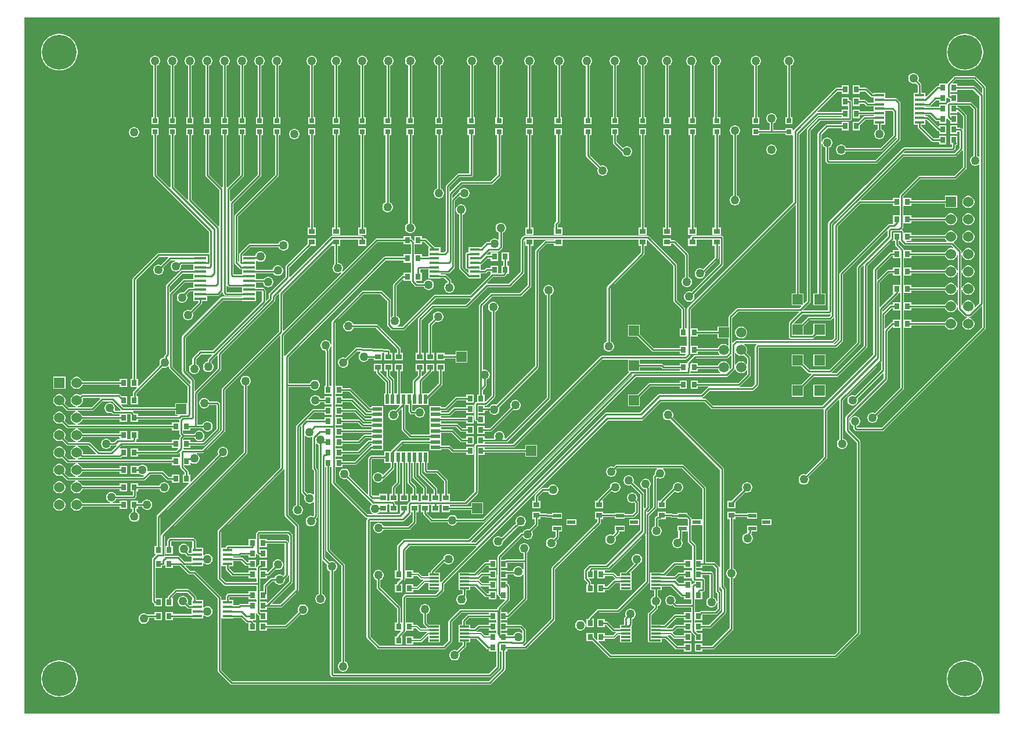
<source format=gtl>
G04*
G04 #@! TF.GenerationSoftware,Altium Limited,Altium Designer,22.3.1 (43)*
G04*
G04 Layer_Physical_Order=1*
G04 Layer_Color=255*
%FSLAX25Y25*%
%MOIN*%
G70*
G04*
G04 #@! TF.SameCoordinates,6E346DA1-06B3-48DF-BE1B-420114EF1470*
G04*
G04*
G04 #@! TF.FilePolarity,Positive*
G04*
G01*
G75*
%ADD11C,0.01000*%
%ADD14C,0.00800*%
%ADD15R,0.03150X0.03740*%
%ADD16R,0.05807X0.01772*%
%ADD17R,0.03150X0.03150*%
%ADD18R,0.03740X0.03150*%
%ADD19R,0.07087X0.01772*%
%ADD20R,0.05512X0.01772*%
%ADD21R,0.04921X0.02362*%
%ADD22R,0.05512X0.01181*%
%ADD23R,0.02362X0.05807*%
%ADD24R,0.05807X0.02362*%
%ADD42C,0.01000*%
%ADD43C,0.20000*%
%ADD44R,0.05906X0.05906*%
%ADD45C,0.06000*%
%ADD46R,0.06000X0.06000*%
%ADD47C,0.05906*%
%ADD48R,0.05906X0.05906*%
%ADD49C,0.05000*%
G36*
X560000D02*
X0D01*
Y400000D01*
X560000D01*
Y0D01*
D02*
G37*
%LPC*%
G36*
X540826Y390500D02*
X539174D01*
X537541Y390242D01*
X535969Y389731D01*
X534497Y388980D01*
X533160Y388009D01*
X531991Y386840D01*
X531020Y385503D01*
X530269Y384031D01*
X529759Y382459D01*
X529500Y380826D01*
Y379174D01*
X529759Y377541D01*
X530269Y375969D01*
X531020Y374497D01*
X531991Y373160D01*
X533160Y371991D01*
X534497Y371020D01*
X535969Y370269D01*
X537541Y369759D01*
X539174Y369500D01*
X540826D01*
X542459Y369759D01*
X544031Y370269D01*
X545503Y371020D01*
X546840Y371991D01*
X548009Y373160D01*
X548980Y374497D01*
X549731Y375969D01*
X550242Y377541D01*
X550500Y379174D01*
Y380826D01*
X550242Y382459D01*
X549731Y384031D01*
X548980Y385503D01*
X548009Y386840D01*
X546840Y388009D01*
X545503Y388980D01*
X544031Y389731D01*
X542459Y390242D01*
X540826Y390500D01*
D02*
G37*
G36*
X20826D02*
X19174D01*
X17541Y390242D01*
X15969Y389731D01*
X14497Y388980D01*
X13160Y388009D01*
X11991Y386840D01*
X11020Y385503D01*
X10269Y384031D01*
X9759Y382459D01*
X9500Y380826D01*
Y379174D01*
X9759Y377541D01*
X10269Y375969D01*
X11020Y374497D01*
X11991Y373160D01*
X13160Y371991D01*
X14497Y371020D01*
X15969Y370269D01*
X17541Y369759D01*
X19174Y369500D01*
X20826D01*
X22459Y369759D01*
X24031Y370269D01*
X25503Y371020D01*
X26840Y371991D01*
X28009Y373160D01*
X28980Y374497D01*
X29731Y375969D01*
X30242Y377541D01*
X30500Y379174D01*
Y380826D01*
X30242Y382459D01*
X29731Y384031D01*
X28980Y385503D01*
X28009Y386840D01*
X26840Y388009D01*
X25503Y388980D01*
X24031Y389731D01*
X22459Y390242D01*
X20826Y390500D01*
D02*
G37*
G36*
X510895Y368000D02*
X510105D01*
X509342Y367796D01*
X508658Y367401D01*
X508099Y366842D01*
X507704Y366158D01*
X507500Y365395D01*
Y364605D01*
X507704Y363842D01*
X508099Y363158D01*
X508658Y362599D01*
X509342Y362204D01*
X510105Y362000D01*
X510895D01*
X511658Y362204D01*
X511782Y362276D01*
X513047Y361011D01*
Y356563D01*
X510664D01*
Y353791D01*
Y351232D01*
Y348673D01*
Y346114D01*
Y343555D01*
Y340996D01*
Y338437D01*
X513047D01*
Y336933D01*
X513125Y336543D01*
X513346Y336212D01*
X520779Y328779D01*
X521110Y328558D01*
X521500Y328480D01*
X525276D01*
Y327130D01*
X529425D01*
Y331870D01*
X525276D01*
Y330520D01*
X521922D01*
X515087Y337355D01*
Y338437D01*
X517471D01*
Y341182D01*
X517971Y341287D01*
X524479Y334779D01*
X524810Y334558D01*
X525200Y334480D01*
X525276D01*
Y333130D01*
X529425D01*
Y337870D01*
X525276D01*
Y337520D01*
X524814Y337328D01*
X519039Y343103D01*
X518708Y343324D01*
X518318Y343401D01*
X517471D01*
Y343921D01*
X519937D01*
X523079Y340779D01*
X523410Y340558D01*
X523800Y340480D01*
X525276D01*
Y339130D01*
X529425D01*
Y341826D01*
X529925Y342033D01*
X531179Y340779D01*
X531510Y340558D01*
X531575Y340545D01*
Y339130D01*
X535724D01*
Y343870D01*
X531575D01*
X531520Y344347D01*
Y344653D01*
X531575Y345130D01*
X535724D01*
Y345680D01*
X536186Y345872D01*
X538980Y343078D01*
Y336083D01*
X538480Y335876D01*
X538135Y336221D01*
X537804Y336442D01*
X537414Y336520D01*
X535724D01*
Y337870D01*
X531575D01*
Y333130D01*
X535724D01*
Y334480D01*
X536980D01*
Y324922D01*
X534078Y322020D01*
X505107D01*
X504916Y322482D01*
X505719Y323280D01*
X533064D01*
X533454Y323357D01*
X533785Y323578D01*
X534371Y324164D01*
X534592Y324495D01*
X534669Y324885D01*
Y326453D01*
X534952Y326509D01*
X535283Y326730D01*
X535504Y327061D01*
X535518Y327130D01*
X535724D01*
Y331870D01*
X531575D01*
Y327130D01*
X532630D01*
Y325319D01*
X505299D01*
X505107Y325280D01*
X504912Y325242D01*
X504911Y325241D01*
X504909Y325241D01*
X504745Y325132D01*
X504581Y325023D01*
X461782Y282524D01*
X461781Y282523D01*
X461779Y282522D01*
X461669Y282358D01*
X461559Y282194D01*
X461559Y282192D01*
X461558Y282191D01*
X461520Y281999D01*
X461480Y281804D01*
X461481Y281803D01*
X461480Y281801D01*
Y231520D01*
X447115D01*
X446923Y231981D01*
X451021Y236079D01*
X451242Y236410D01*
X451320Y236800D01*
Y334978D01*
X456892Y340551D01*
X474000D01*
X474390Y340628D01*
X474721Y340849D01*
X474942Y341180D01*
X475020Y341570D01*
Y351500D01*
X474942Y351890D01*
X474721Y352221D01*
X474390Y352442D01*
X474000Y352520D01*
X473425D01*
Y353870D01*
X469276D01*
Y349130D01*
X472980D01*
Y346870D01*
X469276D01*
Y345520D01*
X455469D01*
X455248Y345965D01*
X455244Y346002D01*
X466722Y357480D01*
X469276D01*
Y356130D01*
X473425D01*
Y360870D01*
X469276D01*
Y359520D01*
X466300D01*
X465910Y359442D01*
X465579Y359221D01*
X441779Y335421D01*
X441575Y335115D01*
X441538Y335109D01*
X441075Y335308D01*
Y336425D01*
X436925D01*
Y335370D01*
X430020D01*
Y339167D01*
X430158Y339204D01*
X430842Y339599D01*
X431401Y340158D01*
X431796Y340842D01*
X432000Y341605D01*
Y342395D01*
X431796Y343158D01*
X431401Y343842D01*
X430842Y344401D01*
X430158Y344796D01*
X429395Y345000D01*
X428605D01*
X427842Y344796D01*
X427158Y344401D01*
X426599Y343842D01*
X426204Y343158D01*
X426000Y342395D01*
Y341605D01*
X426204Y340842D01*
X426599Y340158D01*
X427158Y339599D01*
X427842Y339204D01*
X427980Y339167D01*
Y335370D01*
X422075D01*
Y336425D01*
X417925D01*
Y332276D01*
X422075D01*
Y333331D01*
X436925D01*
Y332276D01*
X440980D01*
X441075Y332276D01*
X441480Y332048D01*
Y294022D01*
X380779Y233321D01*
X380558Y232990D01*
X380480Y232600D01*
Y221847D01*
X380425Y221370D01*
X379724Y221370D01*
X379370Y221724D01*
Y232650D01*
X379292Y233040D01*
X379071Y233371D01*
X374620Y237822D01*
Y257750D01*
X374542Y258141D01*
X374321Y258471D01*
X358571Y274221D01*
X358241Y274442D01*
X357850Y274520D01*
X287200D01*
X286810Y274442D01*
X286479Y274221D01*
X285379Y273121D01*
X285158Y272790D01*
X285080Y272400D01*
Y253922D01*
X278278Y247120D01*
X265969D01*
X265762Y247620D01*
X269222Y251080D01*
X275200D01*
X275590Y251158D01*
X275921Y251379D01*
X276871Y252329D01*
X277072Y252630D01*
X278224D01*
Y257370D01*
X277169D01*
Y260130D01*
X278224D01*
Y264870D01*
X274075D01*
Y260130D01*
X275130D01*
Y257370D01*
X274075D01*
Y253120D01*
X271925D01*
Y257370D01*
X267776D01*
Y256020D01*
X265500D01*
X265110Y255942D01*
X264779Y255721D01*
X263960Y254901D01*
X261970D01*
Y257980D01*
X262000D01*
X262390Y258058D01*
X262721Y258279D01*
X265922Y261480D01*
X267776D01*
Y260130D01*
X271925D01*
Y264870D01*
X267776D01*
Y263520D01*
X265669D01*
X265448Y263965D01*
X265444Y264002D01*
X266922Y265480D01*
X272000D01*
X272390Y265558D01*
X272721Y265779D01*
X274221Y267279D01*
X274442Y267610D01*
X274520Y268000D01*
Y276167D01*
X274658Y276204D01*
X275342Y276599D01*
X275901Y277158D01*
X276296Y277842D01*
X276500Y278605D01*
Y279395D01*
X276296Y280158D01*
X275901Y280842D01*
X275342Y281401D01*
X274658Y281796D01*
X273895Y282000D01*
X273105D01*
X272342Y281796D01*
X271658Y281401D01*
X271099Y280842D01*
X270704Y280158D01*
X270500Y279395D01*
Y278605D01*
X270704Y277842D01*
X271099Y277158D01*
X271658Y276599D01*
X272342Y276204D01*
X272480Y276167D01*
Y272469D01*
X271980Y272262D01*
X271842Y272401D01*
X271158Y272796D01*
X270395Y273000D01*
X269605D01*
X268842Y272796D01*
X268158Y272401D01*
X267599Y271842D01*
X267204Y271158D01*
X267167Y271020D01*
X265823D01*
X265433Y270942D01*
X265102Y270721D01*
X262463Y268082D01*
X261970Y268063D01*
Y268063D01*
X255164D01*
Y265138D01*
X254400D01*
X254010Y265060D01*
X253679Y264839D01*
X253458Y264508D01*
X253380Y264118D01*
Y256441D01*
X253458Y256051D01*
X253679Y255720D01*
X254010Y255499D01*
X254400Y255421D01*
X255164D01*
Y253609D01*
X254701Y253418D01*
X251697Y256422D01*
Y286667D01*
X251835Y286704D01*
X252519Y287099D01*
X253078Y287658D01*
X253473Y288342D01*
X253677Y289105D01*
Y289895D01*
X253473Y290658D01*
X253078Y291342D01*
X252519Y291901D01*
X251835Y292296D01*
X251072Y292500D01*
X250282D01*
X249519Y292296D01*
X248835Y291901D01*
X248277Y291342D01*
X247882Y290658D01*
X247677Y289895D01*
Y289105D01*
X247882Y288342D01*
X248277Y287658D01*
X248835Y287099D01*
X249519Y286704D01*
X249658Y286667D01*
Y256000D01*
X249735Y255610D01*
X249956Y255279D01*
X254633Y250602D01*
X254964Y250381D01*
X255164Y250341D01*
Y249937D01*
X261970D01*
Y252862D01*
X264382D01*
X264772Y252940D01*
X265103Y253161D01*
X265922Y253980D01*
X267776D01*
Y252630D01*
X267776Y252630D01*
X267776D01*
X267509Y252251D01*
X255878Y240620D01*
X235800D01*
X235410Y240542D01*
X235079Y240321D01*
X217178Y222420D01*
X214465D01*
X214331Y222920D01*
X214642Y223099D01*
X215201Y223658D01*
X215596Y224342D01*
X215800Y225105D01*
Y225895D01*
X215596Y226658D01*
X215201Y227342D01*
X214642Y227901D01*
X213958Y228296D01*
X213820Y228333D01*
Y245978D01*
X217314Y249472D01*
X217776Y249280D01*
Y248630D01*
X221925D01*
X222118Y248210D01*
X222158Y248010D01*
X222379Y247679D01*
X224379Y245679D01*
X224710Y245458D01*
X225100Y245380D01*
X229267D01*
X229304Y245242D01*
X229699Y244558D01*
X230258Y243999D01*
X230942Y243604D01*
X231705Y243400D01*
X232495D01*
X233258Y243604D01*
X233942Y243999D01*
X234501Y244558D01*
X234896Y245242D01*
X235100Y246005D01*
Y246795D01*
X234896Y247558D01*
X234501Y248242D01*
X233942Y248801D01*
X233258Y249196D01*
X232495Y249400D01*
X231705D01*
X230942Y249196D01*
X230258Y248801D01*
X229699Y248242D01*
X229304Y247558D01*
X229267Y247420D01*
X225522D01*
X224774Y248168D01*
X224965Y248630D01*
X228224D01*
Y253370D01*
X227169D01*
Y255421D01*
X232030D01*
Y252496D01*
Y249937D01*
X238837D01*
Y250303D01*
X241096D01*
X242974Y248426D01*
Y247633D01*
X242836Y247596D01*
X242151Y247201D01*
X241593Y246642D01*
X241198Y245958D01*
X240994Y245195D01*
Y244405D01*
X241198Y243642D01*
X241593Y242958D01*
X242151Y242399D01*
X242836Y242004D01*
X243599Y241800D01*
X244389D01*
X245152Y242004D01*
X245836Y242399D01*
X246394Y242958D01*
X246789Y243642D01*
X246994Y244405D01*
Y245195D01*
X246789Y245958D01*
X246394Y246642D01*
X245836Y247201D01*
X245152Y247596D01*
X245013Y247633D01*
Y248848D01*
X244936Y249238D01*
X244715Y249569D01*
X242240Y252044D01*
X241909Y252265D01*
X241519Y252342D01*
X238837D01*
Y252862D01*
X243382D01*
X243772Y252940D01*
X244103Y253161D01*
X246721Y255779D01*
X246942Y256110D01*
X247020Y256500D01*
Y294578D01*
X249658Y297216D01*
X250099Y297158D01*
X250658Y296599D01*
X251342Y296204D01*
X252105Y296000D01*
X252895D01*
X253658Y296204D01*
X254342Y296599D01*
X254901Y297158D01*
X255296Y297842D01*
X255500Y298605D01*
Y299395D01*
X255296Y300158D01*
X254901Y300842D01*
X254342Y301401D01*
X253658Y301796D01*
X252895Y302000D01*
X252105D01*
X251342Y301796D01*
X250658Y301401D01*
X250099Y300842D01*
X249704Y300158D01*
X249589Y299729D01*
X249481Y299696D01*
X249335Y299667D01*
X249292Y299639D01*
X249244Y299624D01*
X249128Y299529D01*
X249004Y299446D01*
X245982Y296424D01*
X245520Y296615D01*
Y298078D01*
X251422Y303980D01*
X268150D01*
X268540Y304058D01*
X268871Y304279D01*
X273221Y308629D01*
X273442Y308960D01*
X273520Y309350D01*
Y332276D01*
X274575D01*
Y336425D01*
X270425D01*
Y332276D01*
X271480D01*
Y309773D01*
X267727Y306020D01*
X251000D01*
X250610Y305942D01*
X250279Y305721D01*
X244481Y299923D01*
X244020Y300115D01*
Y302578D01*
X249773Y308331D01*
X256500D01*
X256890Y308408D01*
X257221Y308629D01*
X257442Y308960D01*
X257520Y309350D01*
Y332276D01*
X258575D01*
Y336425D01*
X254425D01*
Y332276D01*
X255480D01*
Y310370D01*
X249350D01*
X248960Y310292D01*
X248629Y310071D01*
X242279Y303721D01*
X242058Y303390D01*
X241980Y303000D01*
Y265922D01*
X241196Y265138D01*
X238837D01*
Y268063D01*
X235489D01*
X230831Y272721D01*
X230500Y272942D01*
X230110Y273020D01*
X228224D01*
Y274370D01*
X224075D01*
Y271974D01*
X223575Y271767D01*
X222621Y272721D01*
X222290Y272942D01*
X221925Y273015D01*
Y274370D01*
X217776D01*
Y273020D01*
X202366D01*
X201976Y272942D01*
X201645Y272721D01*
X182836Y253912D01*
X182436Y254219D01*
X182796Y254842D01*
X183000Y255605D01*
Y256395D01*
X182796Y257158D01*
X182401Y257842D01*
X181842Y258401D01*
X181158Y258796D01*
X180395Y259000D01*
X180020D01*
Y268776D01*
X181370D01*
Y272480D01*
X191630D01*
Y268776D01*
X196370D01*
Y272925D01*
X195020D01*
Y273500D01*
X194942Y273890D01*
X194721Y274221D01*
X194390Y274442D01*
X194000Y274520D01*
X176790D01*
X176400Y274442D01*
X176069Y274221D01*
X152520Y250671D01*
X152020Y250878D01*
Y256428D01*
X164351Y268759D01*
X164362Y268776D01*
X167370D01*
Y272925D01*
X162630D01*
Y269922D01*
X150279Y257571D01*
X150058Y257241D01*
X149980Y256850D01*
Y250922D01*
X140674Y241616D01*
X140453Y241285D01*
X140376Y240895D01*
Y238696D01*
X138981Y237302D01*
X138520Y237493D01*
Y243017D01*
X138442Y243407D01*
X138221Y243738D01*
X137635Y244323D01*
X137304Y244544D01*
X136914Y244622D01*
X133020D01*
Y247701D01*
X137000D01*
Y247605D01*
X137204Y246842D01*
X137599Y246158D01*
X138158Y245599D01*
X138842Y245204D01*
X139605Y245000D01*
X140395D01*
X141158Y245204D01*
X141842Y245599D01*
X142401Y246158D01*
X142796Y246842D01*
X143000Y247605D01*
Y248395D01*
X142796Y249158D01*
X142401Y249842D01*
X141842Y250401D01*
X141158Y250796D01*
X140395Y251000D01*
X139605D01*
X138842Y250796D01*
X138158Y250401D01*
X137599Y249842D01*
X137540Y249740D01*
X133020D01*
Y252909D01*
X142954D01*
X143099Y252658D01*
X143658Y252099D01*
X144342Y251704D01*
X145105Y251500D01*
X145895D01*
X146658Y251704D01*
X147342Y252099D01*
X147901Y252658D01*
X148296Y253342D01*
X148500Y254105D01*
Y254895D01*
X148296Y255658D01*
X147901Y256342D01*
X147342Y256901D01*
X146658Y257296D01*
X145895Y257500D01*
X145105D01*
X144342Y257296D01*
X143658Y256901D01*
X143099Y256342D01*
X142704Y255658D01*
X142514Y254949D01*
X133020D01*
Y257571D01*
Y260050D01*
X133189Y260173D01*
X133520Y260258D01*
X133678Y260099D01*
X134362Y259704D01*
X135125Y259500D01*
X135915D01*
X136678Y259704D01*
X137362Y260099D01*
X137920Y260658D01*
X138315Y261342D01*
X138520Y262105D01*
Y262895D01*
X138315Y263658D01*
X137920Y264342D01*
X137362Y264901D01*
X136678Y265296D01*
X135915Y265500D01*
X135125D01*
X134362Y265296D01*
X133678Y264901D01*
X133119Y264342D01*
X132724Y263658D01*
X132527Y262921D01*
X129362D01*
X129264Y262902D01*
X125420D01*
Y263578D01*
X129822Y267980D01*
X145967D01*
X146004Y267842D01*
X146399Y267158D01*
X146958Y266599D01*
X147642Y266204D01*
X148405Y266000D01*
X149195D01*
X149958Y266204D01*
X150642Y266599D01*
X151201Y267158D01*
X151596Y267842D01*
X151800Y268605D01*
Y269395D01*
X151596Y270158D01*
X151201Y270842D01*
X150642Y271401D01*
X149958Y271796D01*
X149195Y272000D01*
X148405D01*
X147642Y271796D01*
X146958Y271401D01*
X146399Y270842D01*
X146004Y270158D01*
X145967Y270020D01*
X129400D01*
X129010Y269942D01*
X128679Y269721D01*
X123679Y264721D01*
X123458Y264390D01*
X123380Y264000D01*
Y259772D01*
X122889Y259551D01*
X122622Y259759D01*
Y285530D01*
X145721Y308629D01*
X145942Y308960D01*
X146020Y309350D01*
Y332276D01*
X147075D01*
Y336425D01*
X142925D01*
Y332276D01*
X143980D01*
Y309773D01*
X120881Y286674D01*
X120660Y286343D01*
X120583Y285953D01*
Y259200D01*
X120660Y258810D01*
X120881Y258479D01*
X123684Y255677D01*
X124015Y255456D01*
X124405Y255378D01*
X124933D01*
Y252299D01*
X120020D01*
Y292928D01*
X135721Y308629D01*
X135942Y308960D01*
X136020Y309350D01*
Y332276D01*
X137075D01*
Y336425D01*
X132925D01*
Y332276D01*
X133980D01*
Y309773D01*
X118520Y294312D01*
X118020Y294519D01*
Y300928D01*
X125721Y308629D01*
X125942Y308960D01*
X126020Y309350D01*
Y332276D01*
X127075D01*
Y336425D01*
X122925D01*
Y332276D01*
X123980D01*
Y309773D01*
X116520Y302312D01*
X116020Y302519D01*
Y332276D01*
X117075D01*
Y336425D01*
X112925D01*
Y332276D01*
X113980D01*
Y302519D01*
X113480Y302312D01*
X106020Y309773D01*
Y332276D01*
X107075D01*
Y336425D01*
X102925D01*
Y332276D01*
X103980D01*
Y309350D01*
X104058Y308960D01*
X104279Y308629D01*
X111980Y300928D01*
Y280176D01*
X111480Y279969D01*
X96020Y295429D01*
Y332276D01*
X97075D01*
Y336425D01*
X92925D01*
Y332276D01*
X93980D01*
Y295347D01*
X93480Y295140D01*
X86020Y302601D01*
Y332276D01*
X87075D01*
Y336425D01*
X82925D01*
Y332276D01*
X83980D01*
Y302519D01*
X83480Y302312D01*
X76020Y309773D01*
Y332276D01*
X77075D01*
Y336425D01*
X72925D01*
Y332276D01*
X73980D01*
Y309350D01*
X74058Y308960D01*
X74279Y308629D01*
X106047Y276861D01*
Y264934D01*
X105567Y264520D01*
X77000D01*
X76610Y264442D01*
X76279Y264221D01*
X62429Y250371D01*
X62208Y250040D01*
X62130Y249650D01*
Y192370D01*
X61075D01*
Y187630D01*
X64335D01*
X64526Y187168D01*
X62563Y185205D01*
X62342Y184874D01*
X62265Y184484D01*
Y182370D01*
X61075D01*
Y177630D01*
X65224D01*
Y182370D01*
X64304D01*
Y184062D01*
X79218Y198976D01*
X79342Y198904D01*
X80105Y198700D01*
X80895D01*
X81658Y198904D01*
X82342Y199299D01*
X82480Y199438D01*
X82980Y199231D01*
Y198900D01*
X83058Y198510D01*
X83279Y198179D01*
X93580Y187878D01*
Y178900D01*
X93453Y178453D01*
X86547D01*
Y176020D01*
X56697D01*
X55549Y177168D01*
X55740Y177630D01*
X58925D01*
Y182370D01*
X55922D01*
X55071Y183221D01*
X54741Y183442D01*
X54350Y183520D01*
X33035D01*
X32645Y183442D01*
X32315Y183221D01*
X31988Y182894D01*
X31351Y183262D01*
X30461Y183500D01*
X29539D01*
X28649Y183262D01*
X27851Y182801D01*
X27199Y182149D01*
X26739Y181351D01*
X26500Y180461D01*
Y179539D01*
X26739Y178649D01*
X27199Y177851D01*
X27851Y177199D01*
X28649Y176739D01*
X29466Y176520D01*
X29400Y176020D01*
X25422D01*
X23090Y178352D01*
X23261Y178649D01*
X23500Y179539D01*
Y180461D01*
X23261Y181351D01*
X22801Y182149D01*
X22149Y182801D01*
X21351Y183262D01*
X20461Y183500D01*
X19539D01*
X18649Y183262D01*
X17851Y182801D01*
X17199Y182149D01*
X16738Y181351D01*
X16500Y180461D01*
Y179539D01*
X16738Y178649D01*
X17199Y177851D01*
X17851Y177199D01*
X18649Y176739D01*
X19539Y176500D01*
X20461D01*
X21351Y176739D01*
X21648Y176910D01*
X24279Y174279D01*
X24610Y174058D01*
X25000Y173980D01*
X29400D01*
X29466Y173480D01*
X28649Y173261D01*
X27851Y172801D01*
X27199Y172149D01*
X26739Y171351D01*
X26500Y170461D01*
Y169539D01*
X26739Y168649D01*
X27199Y167851D01*
X27851Y167199D01*
X28649Y166738D01*
X29466Y166520D01*
X29400Y166020D01*
X25422D01*
X23090Y168352D01*
X23261Y168649D01*
X23500Y169539D01*
Y170461D01*
X23261Y171351D01*
X22801Y172149D01*
X22149Y172801D01*
X21351Y173261D01*
X20461Y173500D01*
X19539D01*
X18649Y173261D01*
X17851Y172801D01*
X17199Y172149D01*
X16738Y171351D01*
X16500Y170461D01*
Y169539D01*
X16738Y168649D01*
X17199Y167851D01*
X17851Y167199D01*
X18649Y166738D01*
X19539Y166500D01*
X20461D01*
X21351Y166738D01*
X21648Y166910D01*
X24279Y164279D01*
X24610Y164058D01*
X25000Y163980D01*
X29400D01*
X29466Y163480D01*
X28649Y163261D01*
X27851Y162801D01*
X27199Y162149D01*
X26739Y161351D01*
X26500Y160461D01*
Y159539D01*
X26739Y158649D01*
X27199Y157851D01*
X27851Y157199D01*
X28649Y156738D01*
X29466Y156520D01*
X29400Y156020D01*
X25422D01*
X23090Y158352D01*
X23261Y158649D01*
X23500Y159539D01*
Y160461D01*
X23261Y161351D01*
X22801Y162149D01*
X22149Y162801D01*
X21351Y163261D01*
X20461Y163500D01*
X19539D01*
X18649Y163261D01*
X17851Y162801D01*
X17199Y162149D01*
X16738Y161351D01*
X16500Y160461D01*
Y159539D01*
X16738Y158649D01*
X17199Y157851D01*
X17851Y157199D01*
X18649Y156738D01*
X19539Y156500D01*
X20461D01*
X21351Y156738D01*
X21648Y156910D01*
X24279Y154279D01*
X24610Y154058D01*
X25000Y153980D01*
X29400D01*
X29466Y153480D01*
X28649Y153261D01*
X27851Y152801D01*
X27199Y152149D01*
X26739Y151351D01*
X26500Y150461D01*
Y149539D01*
X26739Y148649D01*
X27199Y147851D01*
X27851Y147199D01*
X28649Y146739D01*
X29466Y146520D01*
X29400Y146020D01*
X25422D01*
X23090Y148352D01*
X23261Y148649D01*
X23500Y149539D01*
Y150461D01*
X23261Y151351D01*
X22801Y152149D01*
X22149Y152801D01*
X21351Y153261D01*
X20461Y153500D01*
X19539D01*
X18649Y153261D01*
X17851Y152801D01*
X17199Y152149D01*
X16738Y151351D01*
X16500Y150461D01*
Y149539D01*
X16738Y148649D01*
X17199Y147851D01*
X17851Y147199D01*
X18649Y146739D01*
X19539Y146500D01*
X20461D01*
X21351Y146739D01*
X21648Y146910D01*
X24279Y144279D01*
X24610Y144058D01*
X25000Y143980D01*
X29400D01*
X29466Y143480D01*
X28649Y143262D01*
X27851Y142801D01*
X27199Y142149D01*
X26739Y141351D01*
X26500Y140461D01*
Y139539D01*
X26739Y138649D01*
X27199Y137851D01*
X27851Y137199D01*
X28649Y136739D01*
X29466Y136520D01*
X29400Y136020D01*
X25422D01*
X23090Y138352D01*
X23261Y138649D01*
X23500Y139539D01*
Y140461D01*
X23261Y141351D01*
X22801Y142149D01*
X22149Y142801D01*
X21351Y143262D01*
X20461Y143500D01*
X19539D01*
X18649Y143262D01*
X17851Y142801D01*
X17199Y142149D01*
X16738Y141351D01*
X16500Y140461D01*
Y139539D01*
X16738Y138649D01*
X17199Y137851D01*
X17851Y137199D01*
X18649Y136739D01*
X19539Y136500D01*
X20461D01*
X21351Y136739D01*
X21648Y136910D01*
X24279Y134279D01*
X24610Y134058D01*
X25000Y133980D01*
X29400D01*
X29466Y133480D01*
X28649Y133262D01*
X27851Y132801D01*
X27199Y132149D01*
X26739Y131351D01*
X26500Y130461D01*
Y129539D01*
X26739Y128649D01*
X27199Y127851D01*
X27851Y127199D01*
X28649Y126739D01*
X29539Y126500D01*
X30461D01*
X31351Y126739D01*
X32149Y127199D01*
X32801Y127851D01*
X33261Y128649D01*
X33350Y128980D01*
X54776D01*
Y127630D01*
X58925D01*
Y132370D01*
X54776D01*
Y131020D01*
X33350D01*
X33261Y131351D01*
X32801Y132149D01*
X32149Y132801D01*
X31351Y133262D01*
X30534Y133480D01*
X30600Y133980D01*
X68451D01*
X68842Y134058D01*
X69172Y134279D01*
X72322Y137429D01*
X78487D01*
X81637Y134279D01*
X81967Y134058D01*
X82358Y133980D01*
X84776D01*
Y132630D01*
X88925D01*
Y137370D01*
X84776D01*
Y136020D01*
X82780D01*
X79630Y139170D01*
X79299Y139391D01*
X78909Y139468D01*
X71900D01*
X71510Y139391D01*
X71206Y139187D01*
X71119Y139211D01*
X70761Y139458D01*
X70800Y139605D01*
Y140395D01*
X70596Y141158D01*
X70201Y141842D01*
X69642Y142401D01*
X68958Y142796D01*
X68195Y143000D01*
X67405D01*
X66642Y142796D01*
X65958Y142401D01*
X65724Y142167D01*
X65224Y142370D01*
Y142370D01*
X61075D01*
Y137630D01*
X65224D01*
Y137630D01*
X65724Y137833D01*
X65958Y137599D01*
X66642Y137204D01*
X67405Y137000D01*
X68195D01*
X68342Y137039D01*
X68600Y136591D01*
X68029Y136020D01*
X30600D01*
X30534Y136520D01*
X31351Y136739D01*
X32149Y137199D01*
X32801Y137851D01*
X33261Y138649D01*
X33350Y138980D01*
X54776D01*
Y137630D01*
X58925D01*
Y142370D01*
X54776D01*
Y141020D01*
X33350D01*
X33261Y141351D01*
X32801Y142149D01*
X32149Y142801D01*
X31351Y143262D01*
X30534Y143480D01*
X30600Y143980D01*
X84776D01*
Y142630D01*
X88925D01*
Y147370D01*
X84776D01*
Y146020D01*
X30600D01*
X30534Y146520D01*
X31351Y146739D01*
X32149Y147199D01*
X32297Y147347D01*
X32365Y147279D01*
X32696Y147058D01*
X33086Y146980D01*
X54850D01*
X55241Y147058D01*
X55571Y147279D01*
X55922Y147630D01*
X58925D01*
Y152370D01*
X55185D01*
X55019Y152370D01*
X54812Y152870D01*
X55922Y153980D01*
X84776D01*
Y152630D01*
X88113D01*
X88305Y152168D01*
X87156Y151020D01*
X65224D01*
Y152370D01*
X61075D01*
Y147630D01*
X65224D01*
Y148980D01*
X87579D01*
X87969Y149058D01*
X88300Y149279D01*
X88980Y149960D01*
X89480Y149753D01*
Y141750D01*
X89558Y141359D01*
X89779Y141029D01*
X92130Y138678D01*
Y137370D01*
X91075D01*
Y132630D01*
X94235D01*
X94426Y132168D01*
X76129Y113871D01*
X75908Y113541D01*
X75831Y113150D01*
Y96370D01*
X74776D01*
Y91630D01*
X75205D01*
X75396Y91168D01*
X73479Y89251D01*
X73258Y88920D01*
X73180Y88530D01*
Y64800D01*
X73258Y64410D01*
X73479Y64079D01*
X74279Y63279D01*
X74610Y63058D01*
X74776Y63025D01*
Y61630D01*
X78925D01*
Y66370D01*
X75220D01*
Y83630D01*
X78925D01*
Y84980D01*
X79606D01*
X79996Y85058D01*
X80327Y85279D01*
X80548Y85610D01*
X80575Y85746D01*
X81075Y85696D01*
Y83630D01*
X85224D01*
Y84980D01*
X89356D01*
X93972Y80365D01*
X94303Y80144D01*
X94693Y80066D01*
X97113D01*
X110980Y66199D01*
Y24700D01*
X111058Y24310D01*
X111279Y23979D01*
X118279Y16979D01*
X118610Y16758D01*
X119000Y16680D01*
X267250D01*
X267640Y16758D01*
X267971Y16979D01*
X275871Y24879D01*
X276092Y25210D01*
X276169Y25600D01*
Y35630D01*
X277224D01*
Y36980D01*
X287500D01*
X287890Y37058D01*
X288221Y37279D01*
X304521Y53579D01*
X304742Y53910D01*
X304820Y54300D01*
Y83078D01*
X330721Y108979D01*
X330942Y109310D01*
X331020Y109700D01*
Y111776D01*
X332370D01*
Y112831D01*
X338906D01*
Y112059D01*
X344827D01*
Y112721D01*
X349600D01*
X349990Y112798D01*
X350321Y113019D01*
X352421Y115119D01*
X352642Y115450D01*
X352720Y115840D01*
Y121300D01*
X352642Y121690D01*
X352421Y122021D01*
X351724Y122718D01*
X351796Y122842D01*
X352000Y123605D01*
Y124395D01*
X351796Y125158D01*
X351401Y125842D01*
X350842Y126401D01*
X350158Y126796D01*
X349395Y127000D01*
X348605D01*
X347842Y126796D01*
X347158Y126401D01*
X346599Y125842D01*
X346204Y125158D01*
X346000Y124395D01*
Y123605D01*
X346204Y122842D01*
X346599Y122158D01*
X347158Y121599D01*
X347842Y121204D01*
X348605Y121000D01*
X349395D01*
X350158Y121204D01*
X350282Y121276D01*
X350680Y120878D01*
Y116262D01*
X349178Y114760D01*
X344827D01*
Y115421D01*
X338906D01*
Y114870D01*
X332370D01*
Y115925D01*
X327630D01*
Y111776D01*
X328980D01*
Y110122D01*
X303079Y84221D01*
X302858Y83890D01*
X302780Y83500D01*
Y54722D01*
X287078Y39020D01*
X286246D01*
X286197Y39520D01*
X286390Y39558D01*
X286721Y39779D01*
X287821Y40879D01*
X288042Y41210D01*
X288120Y41600D01*
Y48000D01*
X288042Y48390D01*
X287821Y48721D01*
X285821Y50721D01*
X285490Y50942D01*
X285100Y51020D01*
X277224D01*
Y52370D01*
X273520D01*
Y53630D01*
X277224D01*
Y54980D01*
X277700D01*
X278090Y55058D01*
X278421Y55279D01*
X288424Y65282D01*
X288645Y65613D01*
X288722Y66003D01*
Y87211D01*
Y92530D01*
X288842Y92599D01*
X289401Y93158D01*
X289796Y93842D01*
X290000Y94605D01*
Y95395D01*
X289796Y96158D01*
X289401Y96842D01*
X288842Y97401D01*
X288158Y97796D01*
X287395Y98000D01*
X286605D01*
X285842Y97796D01*
X285158Y97401D01*
X284599Y96842D01*
X284204Y96158D01*
X284000Y95395D01*
Y94605D01*
X284204Y93842D01*
X284599Y93158D01*
X285158Y92599D01*
X285842Y92204D01*
X286605Y92000D01*
X286683D01*
Y88817D01*
X276947D01*
X276557Y88739D01*
X276226Y88518D01*
X276078Y88370D01*
X273594D01*
Y89653D01*
X285707Y101765D01*
X285826Y101784D01*
X286298Y101680D01*
X286599Y101158D01*
X287158Y100599D01*
X287842Y100204D01*
X288605Y100000D01*
X289395D01*
X290158Y100204D01*
X290842Y100599D01*
X291401Y101158D01*
X291796Y101842D01*
X292000Y102605D01*
Y103395D01*
X291796Y104158D01*
X291510Y104653D01*
X294721Y107865D01*
X294942Y108196D01*
X295020Y108586D01*
Y111776D01*
X296370D01*
Y112831D01*
X299471D01*
X299520Y112798D01*
X299910Y112721D01*
X302906D01*
Y112059D01*
X308827D01*
Y115421D01*
X302906D01*
Y114760D01*
X300239D01*
X300190Y114792D01*
X299800Y114870D01*
X296370D01*
Y115925D01*
X291630D01*
Y111776D01*
X292980D01*
Y109008D01*
X289850Y105878D01*
X289395Y106000D01*
X288605D01*
X287842Y105796D01*
X287158Y105401D01*
X286599Y104842D01*
X286204Y104158D01*
X286167Y104020D01*
X285500D01*
X285110Y103942D01*
X284779Y103721D01*
X271854Y90796D01*
X271633Y90465D01*
X271555Y90075D01*
Y79876D01*
X271480Y79500D01*
Y68800D01*
X271558Y68410D01*
X271779Y68079D01*
X272579Y67279D01*
X272910Y67058D01*
X273075Y67025D01*
Y65630D01*
X275659D01*
X275851Y65168D01*
X271779Y61096D01*
X271558Y60766D01*
X271480Y60375D01*
Y60120D01*
X250500D01*
X250110Y60042D01*
X249779Y59821D01*
X243779Y53821D01*
X243558Y53490D01*
X243480Y53100D01*
Y42022D01*
X240478Y39020D01*
X203822D01*
X198520Y44322D01*
Y110480D01*
X217400D01*
X217790Y110558D01*
X218121Y110779D01*
X221821Y114479D01*
X222042Y114810D01*
X222120Y115200D01*
Y115776D01*
X222980D01*
Y110322D01*
X220378Y107720D01*
X206233D01*
X206196Y107858D01*
X205801Y108542D01*
X205242Y109101D01*
X204558Y109496D01*
X203795Y109700D01*
X203005D01*
X202242Y109496D01*
X201558Y109101D01*
X200999Y108542D01*
X200604Y107858D01*
X200400Y107095D01*
Y106305D01*
X200604Y105542D01*
X200999Y104858D01*
X201558Y104299D01*
X202242Y103904D01*
X203005Y103700D01*
X203795D01*
X204558Y103904D01*
X205242Y104299D01*
X205801Y104858D01*
X206196Y105542D01*
X206233Y105680D01*
X220800D01*
X221190Y105758D01*
X221521Y105979D01*
X224721Y109179D01*
X224942Y109510D01*
X225020Y109900D01*
Y115776D01*
X226370D01*
Y119860D01*
X227630D01*
Y115776D01*
X228980D01*
Y114900D01*
X229058Y114510D01*
X229279Y114179D01*
X231279Y112179D01*
X233079Y110379D01*
X233410Y110158D01*
X233800Y110080D01*
X242867D01*
X242904Y109942D01*
X243299Y109258D01*
X243858Y108699D01*
X244542Y108304D01*
X245305Y108100D01*
X246095D01*
X246858Y108304D01*
X247542Y108699D01*
X248101Y109258D01*
X248496Y109942D01*
X248533Y110080D01*
X263600D01*
X263990Y110158D01*
X264321Y110379D01*
X348619Y194677D01*
X348668Y194667D01*
X348832Y194125D01*
X254927Y100220D01*
X218050D01*
X217660Y100142D01*
X217329Y99921D01*
X214129Y96721D01*
X213908Y96390D01*
X213831Y96000D01*
Y82370D01*
X212776D01*
Y77630D01*
X215881D01*
X216088Y77130D01*
X214129Y75171D01*
X213908Y74841D01*
X213831Y74450D01*
Y74370D01*
X212776D01*
Y69630D01*
X216925D01*
Y74370D01*
X216865D01*
X216674Y74832D01*
X218221Y76379D01*
X218442Y76710D01*
X218520Y77100D01*
Y93678D01*
X221222Y96380D01*
X259331D01*
X259455Y96216D01*
X259560Y95902D01*
X239279Y75621D01*
X238687Y75635D01*
X238595Y75708D01*
Y81028D01*
X235741D01*
X235534Y81528D01*
X240698Y86691D01*
X241149Y86908D01*
X241708Y86349D01*
X242392Y85954D01*
X243155Y85750D01*
X243945D01*
X244708Y85954D01*
X245392Y86349D01*
X245951Y86908D01*
X246346Y87592D01*
X246550Y88355D01*
Y89145D01*
X246346Y89908D01*
X245951Y90592D01*
X245392Y91151D01*
X244708Y91546D01*
X243945Y91750D01*
X243155D01*
X242392Y91546D01*
X241708Y91151D01*
X241149Y90592D01*
X240754Y89908D01*
X240550Y89145D01*
Y89048D01*
X240214Y88981D01*
X239883Y88760D01*
X233613Y82491D01*
X233393Y82160D01*
X233315Y81770D01*
Y81028D01*
X232083D01*
Y78886D01*
X228412D01*
X226649Y80649D01*
X226351Y80848D01*
X226351Y80848D01*
X226159Y80886D01*
X226000Y80918D01*
X223224D01*
Y82370D01*
X219075D01*
Y77630D01*
X223224D01*
Y79082D01*
X225620D01*
X227383Y77320D01*
X227680Y77121D01*
X228032Y77051D01*
X228864D01*
X228947Y76935D01*
X229053Y76551D01*
X225420Y72918D01*
X223224D01*
Y74370D01*
X219075D01*
Y69630D01*
X223224D01*
Y71082D01*
X225800D01*
X226151Y71152D01*
X226449Y71351D01*
X230180Y75082D01*
X232083D01*
Y70973D01*
X237877D01*
X238069Y70511D01*
X236378Y68820D01*
X219200D01*
X218810Y68742D01*
X218479Y68521D01*
X217279Y67321D01*
X217058Y66990D01*
X216980Y66600D01*
Y52847D01*
X216925Y52370D01*
X215870D01*
Y60850D01*
X215792Y61240D01*
X215571Y61571D01*
X204341Y72801D01*
Y76689D01*
X204479Y76726D01*
X205163Y77121D01*
X205722Y77679D01*
X206117Y78363D01*
X206321Y79126D01*
Y79916D01*
X206117Y80679D01*
X205722Y81363D01*
X205163Y81922D01*
X204479Y82317D01*
X203716Y82521D01*
X202926D01*
X202163Y82317D01*
X201479Y81922D01*
X200921Y81363D01*
X200526Y80679D01*
X200321Y79916D01*
Y79126D01*
X200526Y78363D01*
X200921Y77679D01*
X201479Y77121D01*
X202163Y76726D01*
X202302Y76689D01*
Y72379D01*
X202379Y71989D01*
X202600Y71658D01*
X213831Y60427D01*
Y52370D01*
X212776D01*
Y47630D01*
X215935D01*
X216126Y47168D01*
X214129Y45171D01*
X213908Y44841D01*
X213831Y44450D01*
Y44370D01*
X212776D01*
Y39630D01*
X216925D01*
Y44370D01*
X216865D01*
X216674Y44832D01*
X218721Y46879D01*
X218929Y47190D01*
X218942Y47210D01*
X219186Y47611D01*
X219485Y47630D01*
X223224D01*
Y49082D01*
X225020D01*
X226783Y47320D01*
X227080Y47121D01*
X227432Y47051D01*
X230764D01*
X230847Y46935D01*
X230953Y46551D01*
X227320Y42918D01*
X223224D01*
Y44370D01*
X219075D01*
Y39630D01*
X223224D01*
Y41082D01*
X227700D01*
X228051Y41152D01*
X228349Y41351D01*
X231583Y44585D01*
X232083Y44378D01*
Y40972D01*
X238595D01*
Y42941D01*
Y46878D01*
Y51028D01*
X232351D01*
X231020Y52359D01*
Y57067D01*
X231158Y57104D01*
X231842Y57499D01*
X232401Y58058D01*
X232796Y58742D01*
X233000Y59505D01*
Y60295D01*
X232796Y61058D01*
X232401Y61742D01*
X231842Y62301D01*
X231158Y62696D01*
X230395Y62900D01*
X229605D01*
X228842Y62696D01*
X228158Y62301D01*
X227599Y61742D01*
X227204Y61058D01*
X227000Y60295D01*
Y59505D01*
X227204Y58742D01*
X227599Y58058D01*
X228158Y57499D01*
X228842Y57104D01*
X228980Y57067D01*
Y51937D01*
X229058Y51547D01*
X229279Y51216D01*
X231109Y49386D01*
X230985Y48970D01*
X230922Y48886D01*
X227812D01*
X226049Y50649D01*
X225751Y50848D01*
X225751Y50848D01*
X225559Y50886D01*
X225400Y50918D01*
X223224D01*
Y52370D01*
X219075Y52370D01*
X219020Y52847D01*
Y66178D01*
X219622Y66780D01*
X236800D01*
X237190Y66858D01*
X237521Y67079D01*
X240721Y70279D01*
X240942Y70610D01*
X241020Y71000D01*
Y74478D01*
X335022Y168480D01*
X354500D01*
X354890Y168558D01*
X355221Y168779D01*
X365422Y178980D01*
X390578D01*
X394279Y175279D01*
X394610Y175058D01*
X395000Y174980D01*
X458500D01*
X458701Y175020D01*
X458912Y174804D01*
X459049Y174608D01*
X458980Y174265D01*
Y147722D01*
X448576Y137318D01*
X447895Y137500D01*
X447105D01*
X446342Y137296D01*
X445658Y136901D01*
X445099Y136342D01*
X444704Y135658D01*
X444500Y134895D01*
Y134105D01*
X444704Y133342D01*
X445099Y132658D01*
X445658Y132099D01*
X446342Y131704D01*
X447105Y131500D01*
X447895D01*
X448658Y131704D01*
X449342Y132099D01*
X449901Y132658D01*
X450296Y133342D01*
X450500Y134105D01*
Y134895D01*
X450296Y135658D01*
X450114Y135972D01*
X460721Y146579D01*
X460942Y146910D01*
X461020Y147300D01*
Y173842D01*
X467470Y180292D01*
X467970Y180085D01*
Y157581D01*
X467658Y157401D01*
X467099Y156842D01*
X466704Y156158D01*
X466500Y155395D01*
Y154605D01*
X466704Y153842D01*
X467099Y153158D01*
X467658Y152599D01*
X468342Y152204D01*
X469105Y152000D01*
X469895D01*
X470658Y152204D01*
X471342Y152599D01*
X471901Y153158D01*
X472296Y153842D01*
X472500Y154605D01*
Y155395D01*
X472296Y156158D01*
X471901Y156842D01*
X471342Y157401D01*
X470658Y157796D01*
X470009Y157969D01*
Y179872D01*
X491518Y201382D01*
X491980Y201190D01*
Y197622D01*
X476972Y182614D01*
X476658Y182796D01*
X475895Y183000D01*
X475105D01*
X474342Y182796D01*
X473658Y182401D01*
X473099Y181842D01*
X472704Y181158D01*
X472500Y180395D01*
Y179605D01*
X472704Y178842D01*
X473099Y178158D01*
X473658Y177599D01*
X474342Y177204D01*
X475105Y177000D01*
X475895D01*
X476658Y177204D01*
X477342Y177599D01*
X477901Y178158D01*
X478296Y178842D01*
X478500Y179605D01*
Y180395D01*
X478318Y181076D01*
X493018Y195776D01*
X493480Y195585D01*
Y192622D01*
X471779Y170921D01*
X471558Y170590D01*
X471480Y170200D01*
Y162789D01*
X471558Y162399D01*
X471779Y162068D01*
X478080Y155767D01*
Y46822D01*
X465278Y34020D01*
X336822D01*
X329674Y41168D01*
X329865Y41630D01*
X333224D01*
Y43082D01*
X338500D01*
X338851Y43152D01*
X339149Y43351D01*
X340880Y45082D01*
X342083D01*
Y40972D01*
X348594D01*
Y42941D01*
Y46878D01*
Y50390D01*
X348721Y50516D01*
X348942Y50847D01*
X349020Y51237D01*
Y54367D01*
X349158Y54404D01*
X349842Y54799D01*
X350401Y55358D01*
X350796Y56042D01*
X351000Y56805D01*
Y57595D01*
X350796Y58358D01*
X350401Y59042D01*
X349842Y59601D01*
X349158Y59996D01*
X348395Y60200D01*
X347605D01*
X346842Y59996D01*
X346158Y59601D01*
X345599Y59042D01*
X345204Y58358D01*
X345000Y57595D01*
Y56805D01*
X345204Y56042D01*
X345276Y55918D01*
X344618Y55260D01*
X344397Y54929D01*
X344319Y54539D01*
Y51028D01*
X342083D01*
Y48988D01*
X338654D01*
X334921Y52721D01*
X334590Y52942D01*
X334200Y53020D01*
X333224D01*
Y54370D01*
X329075D01*
Y49630D01*
X333224D01*
Y50980D01*
X333778D01*
X337510Y47248D01*
X337841Y47027D01*
X338231Y46949D01*
X339444D01*
X339651Y46449D01*
X338120Y44918D01*
X333224D01*
Y46370D01*
X329075D01*
Y42420D01*
X328613Y42229D01*
X326925Y43917D01*
Y46370D01*
X322776D01*
Y41630D01*
X326328D01*
X335679Y32279D01*
X336010Y32058D01*
X336400Y31980D01*
X465700D01*
X466090Y32058D01*
X466421Y32279D01*
X479821Y45679D01*
X480042Y46010D01*
X480120Y46400D01*
Y156189D01*
X480042Y156580D01*
X479821Y156910D01*
X473520Y163212D01*
Y167466D01*
X474020Y167532D01*
X474204Y166842D01*
X474599Y166158D01*
X475158Y165599D01*
X475842Y165204D01*
X475980Y165167D01*
Y163986D01*
X476058Y163596D01*
X476279Y163265D01*
X476865Y162679D01*
X477196Y162458D01*
X477586Y162380D01*
X492800D01*
X493190Y162458D01*
X493521Y162679D01*
X551721Y220879D01*
X551942Y221210D01*
X552020Y221600D01*
Y359800D01*
X551942Y360190D01*
X551721Y360521D01*
X546321Y365921D01*
X545990Y366142D01*
X545600Y366220D01*
X534400D01*
X534010Y366142D01*
X533679Y365921D01*
X529838Y362080D01*
X529601Y361960D01*
X529342Y361870D01*
X529123Y361870D01*
X525276D01*
Y360520D01*
X524300D01*
X523910Y360442D01*
X523579Y360221D01*
X517933Y354574D01*
X517471Y354765D01*
Y356563D01*
X515087D01*
Y361433D01*
X515009Y361823D01*
X514788Y362154D01*
X513224Y363718D01*
X513296Y363842D01*
X513500Y364605D01*
Y365395D01*
X513296Y366158D01*
X512901Y366842D01*
X512342Y367401D01*
X511658Y367796D01*
X510895Y368000D01*
D02*
G37*
G36*
X479724Y360870D02*
X475575D01*
Y356130D01*
X479724D01*
Y357480D01*
X482878D01*
X485902Y354456D01*
X486233Y354235D01*
X486623Y354158D01*
X487530D01*
Y351079D01*
X484563D01*
X483421Y352221D01*
X483090Y352442D01*
X482700Y352520D01*
X479724D01*
Y353870D01*
X475575D01*
Y349130D01*
X479724D01*
Y350480D01*
X482278D01*
X483420Y349338D01*
X483751Y349117D01*
X484141Y349039D01*
X487530D01*
Y345961D01*
X479724D01*
Y346870D01*
X475575D01*
Y342130D01*
X479724D01*
Y343921D01*
X487530D01*
Y343401D01*
X482531D01*
X482141Y343324D01*
X481810Y343103D01*
X478578Y339870D01*
X475575D01*
Y335130D01*
X479724D01*
Y338133D01*
X482954Y341362D01*
X487530D01*
Y338437D01*
X489913D01*
Y335815D01*
X489842Y335796D01*
X489158Y335401D01*
X488599Y334842D01*
X488204Y334158D01*
X488000Y333395D01*
Y332605D01*
X488204Y331842D01*
X488599Y331158D01*
X489158Y330599D01*
X489842Y330204D01*
X490605Y330000D01*
X491395D01*
X492158Y330204D01*
X492842Y330599D01*
X493401Y331158D01*
X493796Y331842D01*
X494000Y332605D01*
Y333395D01*
X493796Y334158D01*
X493401Y334842D01*
X492842Y335401D01*
X492158Y335796D01*
X491953Y335851D01*
Y338437D01*
X494337D01*
Y340996D01*
Y343555D01*
Y346480D01*
X498078D01*
X498980Y345578D01*
Y332422D01*
X491578Y325020D01*
X471833D01*
X471796Y325158D01*
X471401Y325842D01*
X470842Y326401D01*
X470158Y326796D01*
X469395Y327000D01*
X468605D01*
X467842Y326796D01*
X467158Y326401D01*
X466599Y325842D01*
X466204Y325158D01*
X466000Y324395D01*
Y323605D01*
X466204Y322842D01*
X466599Y322158D01*
X467158Y321599D01*
X467842Y321204D01*
X468605Y321000D01*
X469395D01*
X470158Y321204D01*
X470842Y321599D01*
X471401Y322158D01*
X471796Y322842D01*
X471833Y322980D01*
X492000D01*
X492390Y323058D01*
X492721Y323279D01*
X500419Y330977D01*
X500880Y330796D01*
X500927Y330369D01*
X488578Y318020D01*
X462020D01*
Y325167D01*
X462158Y325204D01*
X462842Y325599D01*
X463401Y326158D01*
X463796Y326842D01*
X464000Y327605D01*
Y328395D01*
X463796Y329158D01*
X463401Y329842D01*
X462842Y330401D01*
X462158Y330796D01*
X461395Y331000D01*
X460605D01*
X459842Y330796D01*
X459158Y330401D01*
X458599Y329842D01*
X458204Y329158D01*
X458020Y328468D01*
X457520Y328534D01*
Y332778D01*
X461222Y336480D01*
X469276D01*
Y335130D01*
X473425D01*
Y339870D01*
X469276D01*
Y338520D01*
X460800D01*
X460410Y338442D01*
X460079Y338221D01*
X455779Y333921D01*
X455558Y333590D01*
X455480Y333200D01*
Y241453D01*
X453047D01*
Y234547D01*
X459953D01*
Y241453D01*
X457520D01*
Y327466D01*
X458020Y327532D01*
X458204Y326842D01*
X458599Y326158D01*
X459158Y325599D01*
X459842Y325204D01*
X459980Y325167D01*
Y317586D01*
X460058Y317196D01*
X460279Y316865D01*
X460865Y316279D01*
X461196Y316058D01*
X461586Y315980D01*
X489000D01*
X489390Y316058D01*
X489721Y316279D01*
X502721Y329279D01*
X502942Y329610D01*
X503020Y330000D01*
Y351000D01*
X502942Y351390D01*
X502721Y351721D01*
X501103Y353339D01*
X500772Y353560D01*
X500382Y353638D01*
X494337D01*
Y356563D01*
X487530D01*
Y356235D01*
X487030Y356212D01*
X484021Y359221D01*
X483690Y359442D01*
X483300Y359520D01*
X479724D01*
Y360870D01*
D02*
G37*
G36*
X439395Y378000D02*
X438605D01*
X437842Y377796D01*
X437158Y377401D01*
X436599Y376842D01*
X436204Y376158D01*
X436000Y375395D01*
Y374605D01*
X436204Y373842D01*
X436599Y373158D01*
X437158Y372599D01*
X437842Y372204D01*
X437980Y372167D01*
Y342724D01*
X436925D01*
Y338575D01*
X441075D01*
Y342724D01*
X440020D01*
Y372167D01*
X440158Y372204D01*
X440842Y372599D01*
X441401Y373158D01*
X441796Y373842D01*
X442000Y374605D01*
Y375395D01*
X441796Y376158D01*
X441401Y376842D01*
X440842Y377401D01*
X440158Y377796D01*
X439395Y378000D01*
D02*
G37*
G36*
X420395D02*
X419605D01*
X418842Y377796D01*
X418158Y377401D01*
X417599Y376842D01*
X417204Y376158D01*
X417000Y375395D01*
Y374605D01*
X417204Y373842D01*
X417599Y373158D01*
X418158Y372599D01*
X418842Y372204D01*
X418980Y372167D01*
Y342724D01*
X417925D01*
Y338575D01*
X422075D01*
Y342724D01*
X421020D01*
Y372167D01*
X421158Y372204D01*
X421842Y372599D01*
X422401Y373158D01*
X422796Y373842D01*
X423000Y374605D01*
Y375395D01*
X422796Y376158D01*
X422401Y376842D01*
X421842Y377401D01*
X421158Y377796D01*
X420395Y378000D01*
D02*
G37*
G36*
X397395D02*
X396605D01*
X395842Y377796D01*
X395158Y377401D01*
X394599Y376842D01*
X394204Y376158D01*
X394000Y375395D01*
Y374605D01*
X394204Y373842D01*
X394599Y373158D01*
X395158Y372599D01*
X395842Y372204D01*
X395980Y372167D01*
Y342724D01*
X395425D01*
Y338575D01*
X399575D01*
Y342724D01*
X398020D01*
Y372167D01*
X398158Y372204D01*
X398842Y372599D01*
X399401Y373158D01*
X399796Y373842D01*
X400000Y374605D01*
Y375395D01*
X399796Y376158D01*
X399401Y376842D01*
X398842Y377401D01*
X398158Y377796D01*
X397395Y378000D01*
D02*
G37*
G36*
X383395D02*
X382605D01*
X381842Y377796D01*
X381158Y377401D01*
X380599Y376842D01*
X380204Y376158D01*
X380000Y375395D01*
Y374605D01*
X380204Y373842D01*
X380599Y373158D01*
X381158Y372599D01*
X381842Y372204D01*
X382480Y372033D01*
Y342724D01*
X381425D01*
Y338575D01*
X385575D01*
Y342724D01*
X384520D01*
Y372413D01*
X384842Y372599D01*
X385401Y373158D01*
X385796Y373842D01*
X386000Y374605D01*
Y375395D01*
X385796Y376158D01*
X385401Y376842D01*
X384842Y377401D01*
X384158Y377796D01*
X383395Y378000D01*
D02*
G37*
G36*
X369395D02*
X368605D01*
X367842Y377796D01*
X367158Y377401D01*
X366599Y376842D01*
X366204Y376158D01*
X366000Y375395D01*
Y374605D01*
X366204Y373842D01*
X366599Y373158D01*
X367158Y372599D01*
X367842Y372204D01*
X368080Y372141D01*
Y342724D01*
X367025D01*
Y338575D01*
X371175D01*
Y342724D01*
X370120D01*
Y372194D01*
X370158Y372204D01*
X370842Y372599D01*
X371401Y373158D01*
X371796Y373842D01*
X372000Y374605D01*
Y375395D01*
X371796Y376158D01*
X371401Y376842D01*
X370842Y377401D01*
X370158Y377796D01*
X369395Y378000D01*
D02*
G37*
G36*
X355395D02*
X354605D01*
X353842Y377796D01*
X353158Y377401D01*
X352599Y376842D01*
X352204Y376158D01*
X352000Y375395D01*
Y374605D01*
X352204Y373842D01*
X352599Y373158D01*
X353158Y372599D01*
X353842Y372204D01*
X353980Y372167D01*
Y342724D01*
X352925D01*
Y338575D01*
X357075D01*
Y342724D01*
X356020D01*
Y372167D01*
X356158Y372204D01*
X356842Y372599D01*
X357401Y373158D01*
X357796Y373842D01*
X358000Y374605D01*
Y375395D01*
X357796Y376158D01*
X357401Y376842D01*
X356842Y377401D01*
X356158Y377796D01*
X355395Y378000D01*
D02*
G37*
G36*
X339395D02*
X338605D01*
X337842Y377796D01*
X337158Y377401D01*
X336599Y376842D01*
X336204Y376158D01*
X336000Y375395D01*
Y374605D01*
X336204Y373842D01*
X336599Y373158D01*
X337158Y372599D01*
X337842Y372204D01*
X337980Y372167D01*
Y342724D01*
X336925D01*
Y338575D01*
X341075D01*
Y342724D01*
X340020D01*
Y372167D01*
X340158Y372204D01*
X340842Y372599D01*
X341401Y373158D01*
X341796Y373842D01*
X342000Y374605D01*
Y375395D01*
X341796Y376158D01*
X341401Y376842D01*
X340842Y377401D01*
X340158Y377796D01*
X339395Y378000D01*
D02*
G37*
G36*
X323395D02*
X322605D01*
X321842Y377796D01*
X321158Y377401D01*
X320599Y376842D01*
X320204Y376158D01*
X320000Y375395D01*
Y374605D01*
X320204Y373842D01*
X320599Y373158D01*
X321158Y372599D01*
X321842Y372204D01*
X322480Y372033D01*
Y342724D01*
X321425D01*
Y338575D01*
X325575D01*
Y342724D01*
X324520D01*
Y372413D01*
X324842Y372599D01*
X325401Y373158D01*
X325796Y373842D01*
X326000Y374605D01*
Y375395D01*
X325796Y376158D01*
X325401Y376842D01*
X324842Y377401D01*
X324158Y377796D01*
X323395Y378000D01*
D02*
G37*
G36*
X307395D02*
X306605D01*
X305842Y377796D01*
X305158Y377401D01*
X304599Y376842D01*
X304204Y376158D01*
X304000Y375395D01*
Y374605D01*
X304204Y373842D01*
X304599Y373158D01*
X305158Y372599D01*
X305842Y372204D01*
X305980Y372167D01*
Y342724D01*
X304425D01*
Y338575D01*
X308575D01*
Y342724D01*
X308020D01*
Y372167D01*
X308158Y372204D01*
X308842Y372599D01*
X309401Y373158D01*
X309796Y373842D01*
X310000Y374605D01*
Y375395D01*
X309796Y376158D01*
X309401Y376842D01*
X308842Y377401D01*
X308158Y377796D01*
X307395Y378000D01*
D02*
G37*
G36*
X290395D02*
X289605D01*
X288842Y377796D01*
X288158Y377401D01*
X287599Y376842D01*
X287204Y376158D01*
X287000Y375395D01*
Y374605D01*
X287204Y373842D01*
X287599Y373158D01*
X288158Y372599D01*
X288842Y372204D01*
X288980Y372167D01*
Y342724D01*
X287925D01*
Y338575D01*
X292075D01*
Y342724D01*
X291020D01*
Y372167D01*
X291158Y372204D01*
X291842Y372599D01*
X292401Y373158D01*
X292796Y373842D01*
X293000Y374605D01*
Y375395D01*
X292796Y376158D01*
X292401Y376842D01*
X291842Y377401D01*
X291158Y377796D01*
X290395Y378000D01*
D02*
G37*
G36*
X272395D02*
X271605D01*
X270842Y377796D01*
X270158Y377401D01*
X269599Y376842D01*
X269204Y376158D01*
X269000Y375395D01*
Y374605D01*
X269204Y373842D01*
X269599Y373158D01*
X270158Y372599D01*
X270842Y372204D01*
X270980Y372167D01*
Y342724D01*
X270425D01*
Y338575D01*
X274575D01*
Y342724D01*
X273020D01*
Y372167D01*
X273158Y372204D01*
X273842Y372599D01*
X274401Y373158D01*
X274796Y373842D01*
X275000Y374605D01*
Y375395D01*
X274796Y376158D01*
X274401Y376842D01*
X273842Y377401D01*
X273158Y377796D01*
X272395Y378000D01*
D02*
G37*
G36*
X257395D02*
X256605D01*
X255842Y377796D01*
X255158Y377401D01*
X254599Y376842D01*
X254204Y376158D01*
X254000Y375395D01*
Y374605D01*
X254204Y373842D01*
X254599Y373158D01*
X255158Y372599D01*
X255842Y372204D01*
X255980Y372167D01*
Y342724D01*
X254425D01*
Y338575D01*
X258575D01*
Y342724D01*
X258020D01*
Y372167D01*
X258158Y372204D01*
X258842Y372599D01*
X259401Y373158D01*
X259796Y373842D01*
X260000Y374605D01*
Y375395D01*
X259796Y376158D01*
X259401Y376842D01*
X258842Y377401D01*
X258158Y377796D01*
X257395Y378000D01*
D02*
G37*
G36*
X238000Y378520D02*
X237610Y378442D01*
X237279Y378221D01*
X237058Y377890D01*
X237050Y377851D01*
X236842Y377796D01*
X236158Y377401D01*
X235599Y376842D01*
X235204Y376158D01*
X235000Y375395D01*
Y374605D01*
X235204Y373842D01*
X235599Y373158D01*
X236158Y372599D01*
X236842Y372204D01*
X236980Y372167D01*
Y342724D01*
X235925D01*
Y338575D01*
X240075D01*
Y342724D01*
X239020D01*
Y372167D01*
X239158Y372204D01*
X239842Y372599D01*
X240401Y373158D01*
X240796Y373842D01*
X241000Y374605D01*
Y375395D01*
X240796Y376158D01*
X240401Y376842D01*
X239842Y377401D01*
X239158Y377796D01*
X238950Y377851D01*
X238942Y377890D01*
X238721Y378221D01*
X238390Y378442D01*
X238000Y378520D01*
D02*
G37*
G36*
X221895Y378000D02*
X221105D01*
X220342Y377796D01*
X219658Y377401D01*
X219099Y376842D01*
X218704Y376158D01*
X218500Y375395D01*
Y374605D01*
X218704Y373842D01*
X219099Y373158D01*
X219658Y372599D01*
X220342Y372204D01*
X220480Y372167D01*
Y342724D01*
X219425D01*
Y338575D01*
X223575D01*
Y342724D01*
X222520D01*
Y372167D01*
X222658Y372204D01*
X223342Y372599D01*
X223901Y373158D01*
X224296Y373842D01*
X224500Y374605D01*
Y375395D01*
X224296Y376158D01*
X223901Y376842D01*
X223342Y377401D01*
X222658Y377796D01*
X221895Y378000D01*
D02*
G37*
G36*
X209395D02*
X208605D01*
X207842Y377796D01*
X207158Y377401D01*
X206599Y376842D01*
X206204Y376158D01*
X206000Y375395D01*
Y374605D01*
X206204Y373842D01*
X206599Y373158D01*
X207158Y372599D01*
X207842Y372204D01*
X207980Y372167D01*
Y342724D01*
X206425D01*
Y338575D01*
X210575D01*
Y342724D01*
X210020D01*
Y372167D01*
X210158Y372204D01*
X210842Y372599D01*
X211401Y373158D01*
X211796Y373842D01*
X212000Y374605D01*
Y375395D01*
X211796Y376158D01*
X211401Y376842D01*
X210842Y377401D01*
X210158Y377796D01*
X209395Y378000D01*
D02*
G37*
G36*
X194395D02*
X193605D01*
X192842Y377796D01*
X192158Y377401D01*
X191599Y376842D01*
X191204Y376158D01*
X191000Y375395D01*
Y374605D01*
X191204Y373842D01*
X191599Y373158D01*
X192158Y372599D01*
X192842Y372204D01*
X192980Y372167D01*
Y342724D01*
X191925D01*
Y338575D01*
X196075D01*
Y342724D01*
X195020D01*
Y372167D01*
X195158Y372204D01*
X195842Y372599D01*
X196401Y373158D01*
X196796Y373842D01*
X197000Y374605D01*
Y375395D01*
X196796Y376158D01*
X196401Y376842D01*
X195842Y377401D01*
X195158Y377796D01*
X194395Y378000D01*
D02*
G37*
G36*
X179395D02*
X178605D01*
X177842Y377796D01*
X177158Y377401D01*
X176599Y376842D01*
X176204Y376158D01*
X176000Y375395D01*
Y374605D01*
X176204Y373842D01*
X176599Y373158D01*
X177158Y372599D01*
X177842Y372204D01*
X177980Y372167D01*
Y342724D01*
X176925D01*
Y338575D01*
X181075D01*
Y342724D01*
X180020D01*
Y372167D01*
X180158Y372204D01*
X180842Y372599D01*
X181401Y373158D01*
X181796Y373842D01*
X182000Y374605D01*
Y375395D01*
X181796Y376158D01*
X181401Y376842D01*
X180842Y377401D01*
X180158Y377796D01*
X179395Y378000D01*
D02*
G37*
G36*
X165395D02*
X164605D01*
X163842Y377796D01*
X163158Y377401D01*
X162599Y376842D01*
X162204Y376158D01*
X162000Y375395D01*
Y374605D01*
X162204Y373842D01*
X162599Y373158D01*
X163158Y372599D01*
X163842Y372204D01*
X163980Y372167D01*
Y342724D01*
X162925D01*
Y338575D01*
X167075D01*
Y342724D01*
X166020D01*
Y372167D01*
X166158Y372204D01*
X166842Y372599D01*
X167401Y373158D01*
X167796Y373842D01*
X168000Y374605D01*
Y375395D01*
X167796Y376158D01*
X167401Y376842D01*
X166842Y377401D01*
X166158Y377796D01*
X165395Y378000D01*
D02*
G37*
G36*
X145395D02*
X144605D01*
X143842Y377796D01*
X143158Y377401D01*
X142599Y376842D01*
X142204Y376158D01*
X142000Y375395D01*
Y374605D01*
X142204Y373842D01*
X142599Y373158D01*
X143158Y372599D01*
X143842Y372204D01*
X143980Y372167D01*
Y342724D01*
X142925D01*
Y338575D01*
X147075D01*
Y342724D01*
X146020D01*
Y372167D01*
X146158Y372204D01*
X146842Y372599D01*
X147401Y373158D01*
X147796Y373842D01*
X148000Y374605D01*
Y375395D01*
X147796Y376158D01*
X147401Y376842D01*
X146842Y377401D01*
X146158Y377796D01*
X145395Y378000D01*
D02*
G37*
G36*
X135395D02*
X134605D01*
X133842Y377796D01*
X133158Y377401D01*
X132599Y376842D01*
X132204Y376158D01*
X132000Y375395D01*
Y374605D01*
X132204Y373842D01*
X132599Y373158D01*
X133158Y372599D01*
X133842Y372204D01*
X133980Y372167D01*
Y342724D01*
X132925D01*
Y338575D01*
X137075D01*
Y342724D01*
X136020D01*
Y372167D01*
X136158Y372204D01*
X136842Y372599D01*
X137401Y373158D01*
X137796Y373842D01*
X138000Y374605D01*
Y375395D01*
X137796Y376158D01*
X137401Y376842D01*
X136842Y377401D01*
X136158Y377796D01*
X135395Y378000D01*
D02*
G37*
G36*
X125395D02*
X124605D01*
X123842Y377796D01*
X123158Y377401D01*
X122599Y376842D01*
X122204Y376158D01*
X122000Y375395D01*
Y374605D01*
X122204Y373842D01*
X122599Y373158D01*
X123158Y372599D01*
X123842Y372204D01*
X123980Y372167D01*
Y342724D01*
X122925D01*
Y338575D01*
X127075D01*
Y342724D01*
X126020D01*
Y372167D01*
X126158Y372204D01*
X126842Y372599D01*
X127401Y373158D01*
X127796Y373842D01*
X128000Y374605D01*
Y375395D01*
X127796Y376158D01*
X127401Y376842D01*
X126842Y377401D01*
X126158Y377796D01*
X125395Y378000D01*
D02*
G37*
G36*
X115395D02*
X114605D01*
X113842Y377796D01*
X113158Y377401D01*
X112599Y376842D01*
X112204Y376158D01*
X112000Y375395D01*
Y374605D01*
X112204Y373842D01*
X112599Y373158D01*
X113158Y372599D01*
X113842Y372204D01*
X113980Y372167D01*
Y342724D01*
X112925D01*
Y338575D01*
X117075D01*
Y342724D01*
X116020D01*
Y372167D01*
X116158Y372204D01*
X116842Y372599D01*
X117401Y373158D01*
X117796Y373842D01*
X118000Y374605D01*
Y375395D01*
X117796Y376158D01*
X117401Y376842D01*
X116842Y377401D01*
X116158Y377796D01*
X115395Y378000D01*
D02*
G37*
G36*
X105395D02*
X104605D01*
X103842Y377796D01*
X103158Y377401D01*
X102599Y376842D01*
X102204Y376158D01*
X102000Y375395D01*
Y374605D01*
X102204Y373842D01*
X102599Y373158D01*
X103158Y372599D01*
X103842Y372204D01*
X103980Y372167D01*
Y342724D01*
X102925D01*
Y338575D01*
X107075D01*
Y342724D01*
X106020D01*
Y372167D01*
X106158Y372204D01*
X106842Y372599D01*
X107401Y373158D01*
X107796Y373842D01*
X108000Y374605D01*
Y375395D01*
X107796Y376158D01*
X107401Y376842D01*
X106842Y377401D01*
X106158Y377796D01*
X105395Y378000D01*
D02*
G37*
G36*
X95395D02*
X94605D01*
X93842Y377796D01*
X93158Y377401D01*
X92599Y376842D01*
X92204Y376158D01*
X92000Y375395D01*
Y374605D01*
X92204Y373842D01*
X92599Y373158D01*
X93158Y372599D01*
X93842Y372204D01*
X93980Y372167D01*
Y342724D01*
X92925D01*
Y338575D01*
X97075D01*
Y342724D01*
X96020D01*
Y372167D01*
X96158Y372204D01*
X96842Y372599D01*
X97401Y373158D01*
X97796Y373842D01*
X98000Y374605D01*
Y375395D01*
X97796Y376158D01*
X97401Y376842D01*
X96842Y377401D01*
X96158Y377796D01*
X95395Y378000D01*
D02*
G37*
G36*
X85395D02*
X84605D01*
X83842Y377796D01*
X83158Y377401D01*
X82599Y376842D01*
X82204Y376158D01*
X82000Y375395D01*
Y374605D01*
X82204Y373842D01*
X82599Y373158D01*
X83158Y372599D01*
X83842Y372204D01*
X83980Y372167D01*
Y342724D01*
X82925D01*
Y338575D01*
X87075D01*
Y342724D01*
X86020D01*
Y372167D01*
X86158Y372204D01*
X86842Y372599D01*
X87401Y373158D01*
X87796Y373842D01*
X88000Y374605D01*
Y375395D01*
X87796Y376158D01*
X87401Y376842D01*
X86842Y377401D01*
X86158Y377796D01*
X85395Y378000D01*
D02*
G37*
G36*
X75395D02*
X74605D01*
X73842Y377796D01*
X73158Y377401D01*
X72599Y376842D01*
X72204Y376158D01*
X72000Y375395D01*
Y374605D01*
X72204Y373842D01*
X72599Y373158D01*
X73158Y372599D01*
X73842Y372204D01*
X73980Y372167D01*
Y342724D01*
X72925D01*
Y338575D01*
X77075D01*
Y342724D01*
X76020D01*
Y372167D01*
X76158Y372204D01*
X76842Y372599D01*
X77401Y373158D01*
X77796Y373842D01*
X78000Y374605D01*
Y375395D01*
X77796Y376158D01*
X77401Y376842D01*
X76842Y377401D01*
X76158Y377796D01*
X75395Y378000D01*
D02*
G37*
G36*
X63395Y337000D02*
X62605D01*
X61842Y336796D01*
X61158Y336401D01*
X60599Y335842D01*
X60204Y335158D01*
X60000Y334395D01*
Y333605D01*
X60204Y332842D01*
X60599Y332158D01*
X61158Y331599D01*
X61842Y331204D01*
X62605Y331000D01*
X63395D01*
X64158Y331204D01*
X64842Y331599D01*
X65401Y332158D01*
X65796Y332842D01*
X66000Y333605D01*
Y334395D01*
X65796Y335158D01*
X65401Y335842D01*
X64842Y336401D01*
X64158Y336796D01*
X63395Y337000D01*
D02*
G37*
G36*
X155395Y336000D02*
X154605D01*
X153842Y335796D01*
X153158Y335401D01*
X152599Y334842D01*
X152204Y334158D01*
X152000Y333395D01*
Y332605D01*
X152204Y331842D01*
X152599Y331158D01*
X153158Y330599D01*
X153842Y330204D01*
X154605Y330000D01*
X155395D01*
X156158Y330204D01*
X156842Y330599D01*
X157401Y331158D01*
X157796Y331842D01*
X158000Y332605D01*
Y333395D01*
X157796Y334158D01*
X157401Y334842D01*
X156842Y335401D01*
X156158Y335796D01*
X155395Y336000D01*
D02*
G37*
G36*
X429395Y327000D02*
X428605D01*
X427842Y326796D01*
X427158Y326401D01*
X426599Y325842D01*
X426204Y325158D01*
X426000Y324395D01*
Y323605D01*
X426204Y322842D01*
X426599Y322158D01*
X427158Y321599D01*
X427842Y321204D01*
X428605Y321000D01*
X429395D01*
X430158Y321204D01*
X430842Y321599D01*
X431401Y322158D01*
X431796Y322842D01*
X432000Y323605D01*
Y324395D01*
X431796Y325158D01*
X431401Y325842D01*
X430842Y326401D01*
X430158Y326796D01*
X429395Y327000D01*
D02*
G37*
G36*
X341075Y336425D02*
X336925D01*
Y332276D01*
X337980D01*
Y328000D01*
X338058Y327610D01*
X338279Y327279D01*
X342514Y323044D01*
X342845Y322823D01*
X343000Y322792D01*
Y322605D01*
X343204Y321842D01*
X343599Y321158D01*
X344158Y320599D01*
X344842Y320204D01*
X345605Y320000D01*
X346395D01*
X347158Y320204D01*
X347842Y320599D01*
X348401Y321158D01*
X348796Y321842D01*
X349000Y322605D01*
Y323395D01*
X348796Y324158D01*
X348401Y324842D01*
X347842Y325401D01*
X347158Y325796D01*
X346395Y326000D01*
X345605D01*
X344842Y325796D01*
X344158Y325401D01*
X343600Y324842D01*
X340020Y328422D01*
Y332276D01*
X341075D01*
Y336425D01*
D02*
G37*
G36*
X325575D02*
X321425D01*
Y332276D01*
X322480D01*
Y320500D01*
X322558Y320110D01*
X322779Y319779D01*
X329276Y313282D01*
X329204Y313158D01*
X329000Y312395D01*
Y311605D01*
X329204Y310842D01*
X329599Y310158D01*
X330158Y309599D01*
X330842Y309204D01*
X331605Y309000D01*
X332395D01*
X333158Y309204D01*
X333842Y309599D01*
X334401Y310158D01*
X334796Y310842D01*
X335000Y311605D01*
Y312395D01*
X334796Y313158D01*
X334401Y313842D01*
X333842Y314401D01*
X333158Y314796D01*
X332395Y315000D01*
X331605D01*
X330842Y314796D01*
X330718Y314724D01*
X324520Y320922D01*
Y332276D01*
X325575D01*
Y336425D01*
D02*
G37*
G36*
X240075D02*
X235925D01*
Y332276D01*
X236980D01*
Y301833D01*
X236842Y301796D01*
X236158Y301401D01*
X235599Y300842D01*
X235204Y300158D01*
X235000Y299395D01*
Y298605D01*
X235204Y297842D01*
X235599Y297158D01*
X236158Y296599D01*
X236842Y296204D01*
X237605Y296000D01*
X238395D01*
X239158Y296204D01*
X239842Y296599D01*
X240401Y297158D01*
X240796Y297842D01*
X241000Y298605D01*
Y299395D01*
X240796Y300158D01*
X240401Y300842D01*
X239842Y301401D01*
X239158Y301796D01*
X239020Y301833D01*
Y332276D01*
X240075D01*
Y336425D01*
D02*
G37*
G36*
X408395Y338000D02*
X407605D01*
X406842Y337796D01*
X406158Y337401D01*
X405599Y336842D01*
X405204Y336158D01*
X405000Y335395D01*
Y334605D01*
X405204Y333842D01*
X405599Y333158D01*
X406158Y332599D01*
X406842Y332204D01*
X406980Y332167D01*
Y297833D01*
X406842Y297796D01*
X406158Y297401D01*
X405599Y296842D01*
X405204Y296158D01*
X405000Y295395D01*
Y294605D01*
X405204Y293842D01*
X405599Y293158D01*
X406158Y292599D01*
X406842Y292204D01*
X407605Y292000D01*
X408395D01*
X409158Y292204D01*
X409842Y292599D01*
X410401Y293158D01*
X410796Y293842D01*
X411000Y294605D01*
Y295395D01*
X410796Y296158D01*
X410401Y296842D01*
X409842Y297401D01*
X409158Y297796D01*
X409020Y297833D01*
Y332167D01*
X409158Y332204D01*
X409842Y332599D01*
X410401Y333158D01*
X410796Y333842D01*
X411000Y334605D01*
Y335395D01*
X410796Y336158D01*
X410401Y336842D01*
X409842Y337401D01*
X409158Y337796D01*
X408395Y338000D01*
D02*
G37*
G36*
X210575Y336425D02*
X206425D01*
Y332276D01*
X207480D01*
Y293833D01*
X207342Y293796D01*
X206658Y293401D01*
X206099Y292842D01*
X205704Y292158D01*
X205500Y291395D01*
Y290605D01*
X205704Y289842D01*
X206099Y289158D01*
X206658Y288599D01*
X207342Y288204D01*
X208105Y288000D01*
X208895D01*
X209658Y288204D01*
X210342Y288599D01*
X210901Y289158D01*
X211296Y289842D01*
X211500Y290605D01*
Y291395D01*
X211296Y292158D01*
X210901Y292842D01*
X210342Y293401D01*
X209658Y293796D01*
X209520Y293833D01*
Y332276D01*
X210575D01*
Y336425D01*
D02*
G37*
G36*
X223575D02*
X219425D01*
Y332276D01*
X220480D01*
Y281833D01*
X220342Y281796D01*
X219658Y281401D01*
X219099Y280842D01*
X218704Y280158D01*
X218500Y279395D01*
Y278605D01*
X218704Y277842D01*
X219099Y277158D01*
X219658Y276599D01*
X220342Y276204D01*
X221105Y276000D01*
X221895D01*
X222658Y276204D01*
X223342Y276599D01*
X223901Y277158D01*
X224296Y277842D01*
X224500Y278605D01*
Y279395D01*
X224296Y280158D01*
X223901Y280842D01*
X223342Y281401D01*
X222658Y281796D01*
X222520Y281833D01*
Y332276D01*
X223575D01*
Y336425D01*
D02*
G37*
G36*
X399575D02*
X395425D01*
Y332276D01*
X396480D01*
Y279224D01*
X395130D01*
Y275075D01*
X399870D01*
Y279224D01*
X398520D01*
Y332276D01*
X399575D01*
Y336425D01*
D02*
G37*
G36*
X385575D02*
X381425D01*
Y332276D01*
X382480D01*
Y279224D01*
X381130D01*
Y275075D01*
X385870D01*
Y279224D01*
X384520D01*
Y332276D01*
X385575D01*
Y336425D01*
D02*
G37*
G36*
X371175D02*
X367025D01*
Y332276D01*
X368080D01*
Y279224D01*
X366730D01*
Y275075D01*
X371470D01*
Y279224D01*
X370120D01*
Y332276D01*
X371175D01*
Y336425D01*
D02*
G37*
G36*
X357075D02*
X352925D01*
Y332276D01*
X353980D01*
Y279224D01*
X352630D01*
Y275075D01*
X357370D01*
Y279224D01*
X356020D01*
Y332276D01*
X357075D01*
Y336425D01*
D02*
G37*
G36*
X308575D02*
X304425D01*
Y332276D01*
X305480D01*
Y282899D01*
X304574Y281993D01*
X304353Y281662D01*
X304276Y281272D01*
Y279224D01*
X304130D01*
Y275075D01*
X308870D01*
Y279224D01*
X306315D01*
Y280850D01*
X307221Y281756D01*
X307442Y282087D01*
X307520Y282477D01*
Y332276D01*
X308575D01*
Y336425D01*
D02*
G37*
G36*
X292075D02*
X287925D01*
Y332276D01*
X288980D01*
Y279224D01*
X287630D01*
Y275075D01*
X292370D01*
Y279224D01*
X291020D01*
Y332276D01*
X292075D01*
Y336425D01*
D02*
G37*
G36*
X196075D02*
X191925D01*
Y332276D01*
X192980D01*
Y279224D01*
X191630D01*
Y275075D01*
X196370D01*
Y279224D01*
X195020D01*
Y332276D01*
X196075D01*
Y336425D01*
D02*
G37*
G36*
X181075D02*
X176925D01*
Y332276D01*
X177980D01*
Y279224D01*
X176630D01*
Y275075D01*
X181370D01*
Y279224D01*
X180020D01*
Y332276D01*
X181075D01*
Y336425D01*
D02*
G37*
G36*
X167075D02*
X162925D01*
Y332276D01*
X163980D01*
Y279224D01*
X162630D01*
Y275075D01*
X167370D01*
Y279224D01*
X166020D01*
Y332276D01*
X167075D01*
Y336425D01*
D02*
G37*
G36*
X371470Y272925D02*
X366730D01*
Y268776D01*
X371470D01*
Y269831D01*
X372778D01*
X379380Y263228D01*
Y250833D01*
X379242Y250796D01*
X378558Y250401D01*
X377999Y249842D01*
X377604Y249158D01*
X377400Y248395D01*
Y247605D01*
X377604Y246842D01*
X377999Y246158D01*
X378558Y245599D01*
X379242Y245204D01*
X380005Y245000D01*
X380795D01*
X381558Y245204D01*
X382242Y245599D01*
X382801Y246158D01*
X383196Y246842D01*
X383400Y247605D01*
Y248395D01*
X383196Y249158D01*
X382801Y249842D01*
X382242Y250401D01*
X381558Y250796D01*
X381420Y250833D01*
Y263650D01*
X381342Y264041D01*
X381121Y264371D01*
X373921Y271571D01*
X373590Y271792D01*
X373200Y271870D01*
X371470D01*
Y272925D01*
D02*
G37*
G36*
X400400Y274520D02*
X383500D01*
X383110Y274442D01*
X382779Y274221D01*
X382558Y273890D01*
X382480Y273500D01*
Y272925D01*
X381130D01*
Y268776D01*
X385870D01*
Y272480D01*
X395130D01*
Y268776D01*
X396480D01*
Y262122D01*
X389689Y255331D01*
X389058Y255696D01*
X388295Y255900D01*
X387505D01*
X386742Y255696D01*
X386058Y255301D01*
X385499Y254742D01*
X385104Y254058D01*
X384900Y253295D01*
Y252505D01*
X385104Y251742D01*
X385499Y251058D01*
X386058Y250499D01*
X386742Y250104D01*
X387505Y249900D01*
X388295D01*
X389058Y250104D01*
X389742Y250499D01*
X390301Y251058D01*
X390696Y251742D01*
X390900Y252505D01*
Y253295D01*
X390823Y253581D01*
X398221Y260979D01*
X398442Y261310D01*
X398520Y261700D01*
Y268776D01*
X399380D01*
Y258622D01*
X383082Y242324D01*
X382958Y242396D01*
X382195Y242600D01*
X381405D01*
X380642Y242396D01*
X379958Y242001D01*
X379399Y241442D01*
X379004Y240758D01*
X378800Y239995D01*
Y239205D01*
X379004Y238442D01*
X379399Y237758D01*
X379958Y237199D01*
X380642Y236804D01*
X381405Y236600D01*
X382195D01*
X382958Y236804D01*
X383642Y237199D01*
X384201Y237758D01*
X384596Y238442D01*
X384800Y239205D01*
Y239995D01*
X384596Y240758D01*
X384524Y240882D01*
X401121Y257479D01*
X401342Y257810D01*
X401420Y258200D01*
Y273500D01*
X401342Y273890D01*
X401121Y274221D01*
X400790Y274442D01*
X400400Y274520D01*
D02*
G37*
G36*
X30461Y193500D02*
X29539D01*
X28649Y193262D01*
X27851Y192801D01*
X27199Y192149D01*
X26739Y191351D01*
X26500Y190461D01*
Y189539D01*
X26739Y188649D01*
X27199Y187851D01*
X27851Y187199D01*
X28649Y186739D01*
X29539Y186500D01*
X30461D01*
X31351Y186739D01*
X32149Y187199D01*
X32801Y187851D01*
X33261Y188649D01*
X33350Y188980D01*
X54776D01*
Y187630D01*
X58925D01*
Y192370D01*
X54776D01*
Y191020D01*
X33350D01*
X33261Y191351D01*
X32801Y192149D01*
X32149Y192801D01*
X31351Y193262D01*
X30461Y193500D01*
D02*
G37*
G36*
X23500D02*
X16500D01*
Y186500D01*
X23500D01*
Y193500D01*
D02*
G37*
G36*
X80695Y133000D02*
X79905D01*
X79142Y132796D01*
X78458Y132401D01*
X77899Y131842D01*
X77504Y131158D01*
X77467Y131020D01*
X65224D01*
Y132370D01*
X61075D01*
Y127630D01*
X62380D01*
Y125420D01*
X52733D01*
X52696Y125558D01*
X52301Y126242D01*
X51742Y126801D01*
X51058Y127196D01*
X50295Y127400D01*
X49505D01*
X48742Y127196D01*
X48058Y126801D01*
X47499Y126242D01*
X47104Y125558D01*
X46900Y124795D01*
Y124005D01*
X47104Y123242D01*
X47499Y122558D01*
X48058Y121999D01*
X48742Y121604D01*
X49059Y121520D01*
X48993Y121020D01*
X33350D01*
X33261Y121351D01*
X32801Y122149D01*
X32149Y122801D01*
X31351Y123261D01*
X30461Y123500D01*
X29539D01*
X28649Y123261D01*
X27851Y122801D01*
X27199Y122149D01*
X26739Y121351D01*
X26500Y120461D01*
Y119539D01*
X26739Y118649D01*
X27199Y117851D01*
X27851Y117199D01*
X28649Y116738D01*
X29539Y116500D01*
X30461D01*
X31351Y116738D01*
X32149Y117199D01*
X32801Y117851D01*
X33261Y118649D01*
X33350Y118980D01*
X54776D01*
Y117630D01*
X58925D01*
Y122370D01*
X54776D01*
Y121020D01*
X50807D01*
X50741Y121520D01*
X51058Y121604D01*
X51742Y121999D01*
X52301Y122558D01*
X52696Y123242D01*
X52733Y123380D01*
X62814D01*
X63204Y123458D01*
X63535Y123679D01*
X64121Y124265D01*
X64342Y124596D01*
X64420Y124986D01*
Y127630D01*
X65224D01*
Y128980D01*
X77467D01*
X77504Y128842D01*
X77899Y128158D01*
X78458Y127599D01*
X79142Y127204D01*
X79905Y127000D01*
X80695D01*
X81458Y127204D01*
X82142Y127599D01*
X82701Y128158D01*
X83096Y128842D01*
X83300Y129605D01*
Y130395D01*
X83096Y131158D01*
X82701Y131842D01*
X82142Y132401D01*
X81458Y132796D01*
X80695Y133000D01*
D02*
G37*
G36*
X415395D02*
X414605D01*
X413842Y132796D01*
X413158Y132401D01*
X412599Y131842D01*
X412204Y131158D01*
X412000Y130395D01*
Y129605D01*
X412204Y128842D01*
X412386Y128528D01*
X406082Y122224D01*
X403630D01*
Y118075D01*
X408370D01*
Y121628D01*
X413924Y127182D01*
X414605Y127000D01*
X415395D01*
X416158Y127204D01*
X416842Y127599D01*
X417401Y128158D01*
X417796Y128842D01*
X418000Y129605D01*
Y130395D01*
X417796Y131158D01*
X417401Y131842D01*
X416842Y132401D01*
X416158Y132796D01*
X415395Y133000D01*
D02*
G37*
G36*
X375695D02*
X374905D01*
X374142Y132796D01*
X373458Y132401D01*
X372899Y131842D01*
X372504Y131158D01*
X372300Y130395D01*
Y129685D01*
X365279Y122664D01*
X365058Y122333D01*
X365036Y122224D01*
X363630D01*
Y118075D01*
X368370D01*
Y122224D01*
X368370D01*
X368181Y122682D01*
X373278Y127779D01*
X373458Y127599D01*
X374142Y127204D01*
X374905Y127000D01*
X375695D01*
X376458Y127204D01*
X377142Y127599D01*
X377701Y128158D01*
X378096Y128842D01*
X378300Y129605D01*
Y130395D01*
X378096Y131158D01*
X377701Y131842D01*
X377142Y132401D01*
X376458Y132796D01*
X375695Y133000D01*
D02*
G37*
G36*
X339595D02*
X338805D01*
X338042Y132796D01*
X337358Y132401D01*
X336799Y131842D01*
X336404Y131158D01*
X336200Y130395D01*
Y130042D01*
X329279Y123121D01*
X329058Y122790D01*
X328980Y122400D01*
Y122224D01*
X327630D01*
Y118075D01*
X332370D01*
Y122224D01*
X331920D01*
X331728Y122686D01*
X337000Y127958D01*
X337358Y127599D01*
X338042Y127204D01*
X338805Y127000D01*
X339595D01*
X340358Y127204D01*
X341042Y127599D01*
X341601Y128158D01*
X341996Y128842D01*
X342200Y129605D01*
Y130395D01*
X341996Y131158D01*
X341601Y131842D01*
X341042Y132401D01*
X340358Y132796D01*
X339595Y133000D01*
D02*
G37*
G36*
X20461Y133500D02*
X19539D01*
X18649Y133262D01*
X17851Y132801D01*
X17199Y132149D01*
X16738Y131351D01*
X16500Y130461D01*
Y129539D01*
X16738Y128649D01*
X17199Y127851D01*
X17851Y127199D01*
X18649Y126739D01*
X19539Y126500D01*
X20461D01*
X21351Y126739D01*
X22149Y127199D01*
X22801Y127851D01*
X23261Y128649D01*
X23500Y129539D01*
Y130461D01*
X23261Y131351D01*
X22801Y132149D01*
X22149Y132801D01*
X21351Y133262D01*
X20461Y133500D01*
D02*
G37*
G36*
X303895Y131500D02*
X303105D01*
X302342Y131296D01*
X301658Y130901D01*
X301099Y130342D01*
X300704Y129658D01*
X300667Y129520D01*
X297500D01*
X297110Y129442D01*
X296779Y129221D01*
X293279Y125721D01*
X293058Y125390D01*
X292980Y125000D01*
Y122224D01*
X291630D01*
Y118075D01*
X296370D01*
Y122224D01*
X295020D01*
Y124578D01*
X297922Y127480D01*
X300667D01*
X300704Y127342D01*
X301099Y126658D01*
X301658Y126099D01*
X302342Y125704D01*
X303105Y125500D01*
X303895D01*
X304658Y125704D01*
X305342Y126099D01*
X305901Y126658D01*
X306296Y127342D01*
X306500Y128105D01*
Y128895D01*
X306296Y129658D01*
X305901Y130342D01*
X305342Y130901D01*
X304658Y131296D01*
X303895Y131500D01*
D02*
G37*
G36*
X70795Y123000D02*
X70005D01*
X69242Y122796D01*
X68558Y122401D01*
X67999Y121842D01*
X67604Y121158D01*
X67567Y121020D01*
X65224D01*
Y122370D01*
X61075D01*
Y117630D01*
X62130D01*
Y116033D01*
X61992Y115996D01*
X61308Y115601D01*
X60749Y115042D01*
X60354Y114358D01*
X60150Y113595D01*
Y112805D01*
X60354Y112042D01*
X60749Y111358D01*
X61308Y110799D01*
X61992Y110404D01*
X62755Y110200D01*
X63545D01*
X64308Y110404D01*
X64992Y110799D01*
X65550Y111358D01*
X65945Y112042D01*
X66150Y112805D01*
Y113595D01*
X65945Y114358D01*
X65550Y115042D01*
X64992Y115601D01*
X64308Y115996D01*
X64169Y116033D01*
Y117630D01*
X65224D01*
Y118980D01*
X67567D01*
X67604Y118842D01*
X67999Y118158D01*
X68558Y117599D01*
X69242Y117204D01*
X70005Y117000D01*
X70795D01*
X71558Y117204D01*
X72242Y117599D01*
X72801Y118158D01*
X73196Y118842D01*
X73400Y119605D01*
Y120395D01*
X73196Y121158D01*
X72801Y121842D01*
X72242Y122401D01*
X71558Y122796D01*
X70795Y123000D01*
D02*
G37*
G36*
X20461Y123500D02*
X19539D01*
X18649Y123261D01*
X17851Y122801D01*
X17199Y122149D01*
X16738Y121351D01*
X16500Y120461D01*
Y119539D01*
X16738Y118649D01*
X17199Y117851D01*
X17851Y117199D01*
X18649Y116738D01*
X19539Y116500D01*
X20461D01*
X21351Y116738D01*
X22149Y117199D01*
X22801Y117851D01*
X23261Y118649D01*
X23500Y119539D01*
Y120461D01*
X23261Y121351D01*
X22801Y122149D01*
X22149Y122801D01*
X21351Y123261D01*
X20461Y123500D01*
D02*
G37*
G36*
X408370Y115925D02*
X403630D01*
Y111776D01*
X404980D01*
Y83333D01*
X404842Y83296D01*
X404158Y82901D01*
X403599Y82342D01*
X403204Y81658D01*
X403000Y80895D01*
Y80105D01*
X403204Y79342D01*
X403599Y78658D01*
X404158Y78099D01*
X404842Y77704D01*
X404980Y77667D01*
Y49222D01*
X394778Y39020D01*
X389224D01*
Y40370D01*
X385075D01*
Y35630D01*
X389224D01*
Y36980D01*
X395200D01*
X395590Y37058D01*
X395921Y37279D01*
X406721Y48079D01*
X406942Y48410D01*
X407020Y48800D01*
Y77667D01*
X407158Y77704D01*
X407842Y78099D01*
X408401Y78658D01*
X408796Y79342D01*
X409000Y80105D01*
Y80895D01*
X408796Y81658D01*
X408401Y82342D01*
X407842Y82901D01*
X407158Y83296D01*
X407020Y83333D01*
Y111776D01*
X408370D01*
Y112831D01*
X414906D01*
Y112059D01*
X420827D01*
Y115421D01*
X414906D01*
Y114870D01*
X408370D01*
Y115925D01*
D02*
G37*
G36*
X429094Y111681D02*
X423173D01*
Y108319D01*
X429094D01*
Y111681D01*
D02*
G37*
G36*
X353094D02*
X347173D01*
Y108319D01*
X353094D01*
Y111681D01*
D02*
G37*
G36*
X317094D02*
X311173D01*
Y108319D01*
X317094D01*
Y111681D01*
D02*
G37*
G36*
X285395Y113500D02*
X284605D01*
X283842Y113296D01*
X283158Y112901D01*
X282599Y112342D01*
X282204Y111658D01*
X282000Y110895D01*
Y110105D01*
X282170Y109471D01*
X281990Y109001D01*
X281659Y108780D01*
X274061Y101182D01*
X273842Y101401D01*
X273158Y101796D01*
X272395Y102000D01*
X271605D01*
X270842Y101796D01*
X270158Y101401D01*
X269599Y100842D01*
X269204Y100158D01*
X269000Y99395D01*
Y98605D01*
X269204Y97842D01*
X269599Y97158D01*
X270158Y96599D01*
X270842Y96204D01*
X271605Y96000D01*
X272395D01*
X273158Y96204D01*
X273842Y96599D01*
X274401Y97158D01*
X274796Y97842D01*
X275000Y98605D01*
Y99307D01*
X275210Y99447D01*
X282862Y107100D01*
X282949Y107117D01*
X283280Y107338D01*
X283718Y107776D01*
X283842Y107704D01*
X284605Y107500D01*
X285395D01*
X286158Y107704D01*
X286842Y108099D01*
X287401Y108658D01*
X287796Y109342D01*
X288000Y110105D01*
Y110895D01*
X287796Y111658D01*
X287401Y112342D01*
X286842Y112901D01*
X286158Y113296D01*
X285395Y113500D01*
D02*
G37*
G36*
X344827Y107941D02*
X338906D01*
Y104579D01*
X338983D01*
X339175Y104117D01*
X337782Y102724D01*
X337658Y102796D01*
X336895Y103000D01*
X336105D01*
X335342Y102796D01*
X334658Y102401D01*
X334099Y101842D01*
X333704Y101158D01*
X333500Y100395D01*
Y99605D01*
X333704Y98842D01*
X334099Y98158D01*
X334658Y97599D01*
X335342Y97204D01*
X336105Y97000D01*
X336895D01*
X337658Y97204D01*
X338342Y97599D01*
X338901Y98158D01*
X339296Y98842D01*
X339500Y99605D01*
Y100395D01*
X339296Y101158D01*
X339224Y101282D01*
X341385Y103444D01*
X341606Y103774D01*
X341684Y104165D01*
Y104579D01*
X344827D01*
Y107941D01*
D02*
G37*
G36*
X308827D02*
X302906D01*
Y104579D01*
X304847D01*
Y101788D01*
X303782Y100724D01*
X303658Y100796D01*
X302895Y101000D01*
X302105D01*
X301342Y100796D01*
X300658Y100401D01*
X300099Y99842D01*
X299704Y99158D01*
X299500Y98395D01*
Y97605D01*
X299704Y96842D01*
X300099Y96158D01*
X300658Y95599D01*
X301342Y95204D01*
X302105Y95000D01*
X302895D01*
X303658Y95204D01*
X304342Y95599D01*
X304901Y96158D01*
X305296Y96842D01*
X305500Y97605D01*
Y98395D01*
X305296Y99158D01*
X305224Y99282D01*
X306587Y100645D01*
X306808Y100976D01*
X306886Y101366D01*
Y104579D01*
X308827D01*
Y107941D01*
D02*
G37*
G36*
X420827D02*
X414906D01*
Y104579D01*
X415000D01*
X415154Y104133D01*
X414891Y103700D01*
X414805D01*
X414042Y103496D01*
X413358Y103101D01*
X412799Y102542D01*
X412404Y101858D01*
X412200Y101095D01*
Y100305D01*
X412404Y99542D01*
X412799Y98858D01*
X413358Y98299D01*
X414042Y97904D01*
X414805Y97700D01*
X415595D01*
X416358Y97904D01*
X417042Y98299D01*
X417601Y98858D01*
X417996Y99542D01*
X418200Y100305D01*
Y101095D01*
X417996Y101858D01*
X417601Y102542D01*
X417042Y103100D01*
X417385Y103444D01*
X417606Y103774D01*
X417684Y104165D01*
Y104579D01*
X420827D01*
Y107941D01*
D02*
G37*
G36*
X369895Y174500D02*
X369105D01*
X368342Y174296D01*
X367658Y173901D01*
X367099Y173342D01*
X366704Y172658D01*
X366500Y171895D01*
Y171105D01*
X366704Y170342D01*
X367099Y169658D01*
X367658Y169099D01*
X368342Y168704D01*
X369105Y168500D01*
X369895D01*
X370658Y168704D01*
X370782Y168776D01*
X399480Y140078D01*
Y84084D01*
X398980Y84035D01*
X398942Y84228D01*
X398721Y84559D01*
X396559Y86721D01*
X396228Y86942D01*
X395838Y87020D01*
X391420D01*
Y129600D01*
X391342Y129990D01*
X391121Y130321D01*
X378721Y142721D01*
X378390Y142942D01*
X378000Y143020D01*
X340000D01*
X339610Y142942D01*
X339279Y142721D01*
X338282Y141724D01*
X338158Y141796D01*
X337395Y142000D01*
X336605D01*
X335842Y141796D01*
X335158Y141401D01*
X334599Y140842D01*
X334204Y140158D01*
X334000Y139395D01*
Y138605D01*
X334204Y137842D01*
X334599Y137158D01*
X335158Y136599D01*
X335842Y136204D01*
X336605Y136000D01*
X337395D01*
X338158Y136204D01*
X338842Y136599D01*
X339401Y137158D01*
X339796Y137842D01*
X340000Y138605D01*
Y139395D01*
X339796Y140158D01*
X339724Y140282D01*
X340422Y140980D01*
X363162D01*
X363296Y140480D01*
X363158Y140401D01*
X362599Y139842D01*
X362204Y139158D01*
X362000Y138395D01*
Y137605D01*
X362008Y137574D01*
X361865Y137478D01*
X361279Y136892D01*
X361058Y136562D01*
X360980Y136172D01*
Y118822D01*
X357980Y115822D01*
X357453Y116002D01*
X357419Y116277D01*
X358721Y117579D01*
X358942Y117910D01*
X359020Y118300D01*
Y129518D01*
X358943Y129901D01*
X359101Y130058D01*
X359496Y130742D01*
X359700Y131505D01*
Y132295D01*
X359496Y133058D01*
X359101Y133742D01*
X358542Y134301D01*
X357858Y134696D01*
X357095Y134900D01*
X356305D01*
X355542Y134696D01*
X354858Y134301D01*
X354299Y133742D01*
X353904Y133058D01*
X353700Y132295D01*
Y131505D01*
X353904Y130742D01*
X354299Y130058D01*
X354858Y129499D01*
X355542Y129104D01*
X356305Y128900D01*
X356980D01*
Y118722D01*
X356281Y118024D01*
X355820Y118215D01*
Y126200D01*
X355742Y126590D01*
X355521Y126921D01*
X349724Y132718D01*
X349796Y132842D01*
X350000Y133605D01*
Y134395D01*
X349796Y135158D01*
X349401Y135842D01*
X348842Y136401D01*
X348158Y136796D01*
X347395Y137000D01*
X346605D01*
X345842Y136796D01*
X345158Y136401D01*
X344599Y135842D01*
X344204Y135158D01*
X344000Y134395D01*
Y133605D01*
X344204Y132842D01*
X344599Y132158D01*
X345158Y131599D01*
X345842Y131204D01*
X346605Y131000D01*
X347395D01*
X348158Y131204D01*
X348282Y131276D01*
X353780Y125778D01*
Y105522D01*
X334028Y85770D01*
X324742D01*
X324352Y85692D01*
X324021Y85471D01*
X321555Y83005D01*
X321334Y82674D01*
X321256Y82284D01*
Y77716D01*
X321334Y77325D01*
X321555Y76995D01*
X323412Y75138D01*
Y74370D01*
X322776D01*
Y69630D01*
X326925D01*
Y74370D01*
X325451D01*
Y75560D01*
X325373Y75950D01*
X325152Y76281D01*
X324265Y77168D01*
X324457Y77630D01*
X326925D01*
Y82231D01*
X329075D01*
Y77630D01*
X333224D01*
Y79082D01*
X337720D01*
X339283Y77520D01*
X339076Y77020D01*
X338900D01*
X338510Y76942D01*
X338179Y76721D01*
X334478Y73020D01*
X333224D01*
Y74370D01*
X329075D01*
Y69630D01*
X333224D01*
Y70980D01*
X334900D01*
X335290Y71058D01*
X335621Y71279D01*
X339322Y74980D01*
X342083D01*
Y70973D01*
X348594D01*
Y72941D01*
Y76878D01*
Y81028D01*
X348524D01*
X348333Y81489D01*
X352521Y85677D01*
X352641Y85857D01*
X352872Y85919D01*
X353556Y86314D01*
X354115Y86872D01*
X354510Y87556D01*
X354714Y88319D01*
Y89109D01*
X354510Y89872D01*
X354115Y90556D01*
X353556Y91115D01*
X352872Y91510D01*
X352109Y91714D01*
X351319D01*
X350556Y91510D01*
X349872Y91115D01*
X349314Y90556D01*
X348919Y89872D01*
X348714Y89109D01*
Y88319D01*
X348919Y87556D01*
X349314Y86872D01*
X349872Y86314D01*
X349919Y85959D01*
X344987Y81028D01*
X342083D01*
Y78886D01*
X340512D01*
X338749Y80649D01*
X338451Y80848D01*
X338451Y80848D01*
X338259Y80886D01*
X338100Y80918D01*
X333224D01*
Y82231D01*
X335750D01*
X336141Y82308D01*
X336471Y82529D01*
X356318Y102376D01*
X356780Y102185D01*
Y76222D01*
X340678Y60120D01*
X329550D01*
X329160Y60042D01*
X328829Y59821D01*
X324129Y55121D01*
X323908Y54790D01*
X323831Y54400D01*
Y54370D01*
X322776D01*
Y49630D01*
X326925D01*
Y54370D01*
X326916D01*
X326724Y54832D01*
X329973Y58080D01*
X341100D01*
X341490Y58158D01*
X341821Y58379D01*
X358521Y75079D01*
X358742Y75410D01*
X358820Y75800D01*
Y113778D01*
X362721Y117679D01*
X362942Y118010D01*
X363020Y118400D01*
Y135102D01*
X363520Y135391D01*
X363842Y135204D01*
X364605Y135000D01*
X365395D01*
X366158Y135204D01*
X366842Y135599D01*
X367401Y136158D01*
X367796Y136842D01*
X368000Y137605D01*
Y138395D01*
X367796Y139158D01*
X367401Y139842D01*
X366842Y140401D01*
X366704Y140480D01*
X366838Y140980D01*
X377578D01*
X389380Y129178D01*
Y112063D01*
X389094Y111681D01*
X388880Y111681D01*
X383474D01*
X383120Y112000D01*
X383090Y112147D01*
X383042Y112390D01*
X382821Y112721D01*
X381081Y114461D01*
X380827Y114631D01*
Y115421D01*
X374906D01*
Y114760D01*
X372239D01*
X372190Y114792D01*
X371800Y114870D01*
X368370D01*
Y115925D01*
X363630D01*
Y113795D01*
X363586D01*
X363196Y113718D01*
X362865Y113497D01*
X362279Y112911D01*
X362058Y112580D01*
X361980Y112190D01*
Y107833D01*
X361842Y107796D01*
X361158Y107401D01*
X360599Y106842D01*
X360204Y106158D01*
X360000Y105395D01*
Y104605D01*
X360204Y103842D01*
X360599Y103158D01*
X361158Y102599D01*
X361842Y102204D01*
X362605Y102000D01*
X363395D01*
X364158Y102204D01*
X364842Y102599D01*
X365401Y103158D01*
X365796Y103842D01*
X366000Y104605D01*
Y105395D01*
X365796Y106158D01*
X365401Y106842D01*
X364842Y107401D01*
X364158Y107796D01*
X364020Y107833D01*
Y111756D01*
X364925D01*
X365024Y111776D01*
X368370D01*
Y112831D01*
X371471D01*
X371520Y112798D01*
X371910Y112721D01*
X374906D01*
Y112059D01*
X380599D01*
X381080Y111578D01*
Y108336D01*
X380827Y107941D01*
X380580Y107941D01*
X374906D01*
Y104579D01*
X375480D01*
Y101477D01*
X375395Y101000D01*
X374605D01*
X373842Y100796D01*
X373158Y100401D01*
X372599Y99842D01*
X372204Y99158D01*
X372000Y98395D01*
Y97605D01*
X372204Y96842D01*
X372599Y96158D01*
X373158Y95599D01*
X373842Y95204D01*
X374605Y95000D01*
X375395D01*
X376158Y95204D01*
X376842Y95599D01*
X377401Y96158D01*
X377796Y96842D01*
X378000Y97605D01*
Y98395D01*
X377796Y99158D01*
X377401Y99842D01*
X377285Y99958D01*
X377442Y100192D01*
X377520Y100582D01*
Y104579D01*
X380580D01*
X380827Y104579D01*
X381080Y104184D01*
Y98900D01*
X381158Y98510D01*
X381379Y98179D01*
X383480Y96078D01*
Y77000D01*
X383558Y76610D01*
X383779Y76279D01*
X384110Y76058D01*
X384500Y75980D01*
X385075D01*
Y75020D01*
X384586D01*
X384196Y74942D01*
X383865Y74721D01*
X383425Y74281D01*
X382925Y74488D01*
Y76370D01*
X378776D01*
Y75020D01*
X375791D01*
X374252Y76558D01*
X374236Y76615D01*
X374283Y77083D01*
X374327Y77164D01*
X374453Y77248D01*
X376185Y78980D01*
X378776D01*
Y77630D01*
X382925D01*
Y82370D01*
X378776D01*
Y81020D01*
X375763D01*
X375373Y80942D01*
X375042Y80721D01*
X373309Y78988D01*
X368437D01*
X368230Y79488D01*
X373722Y84980D01*
X378776D01*
Y83630D01*
X382925D01*
Y88370D01*
X378776D01*
Y87020D01*
X373300D01*
X372910Y86942D01*
X372579Y86721D01*
X366815Y80957D01*
X365917D01*
Y81028D01*
X359405D01*
Y78847D01*
Y74910D01*
Y70973D01*
X361642D01*
Y67376D01*
X361342Y67296D01*
X360658Y66901D01*
X360099Y66342D01*
X359704Y65658D01*
X359500Y64895D01*
Y64105D01*
X359704Y63342D01*
X360099Y62658D01*
X360658Y62099D01*
X361342Y61704D01*
X361521Y61656D01*
X361595Y61137D01*
X358623Y58164D01*
X358510Y58142D01*
X358179Y57921D01*
X357958Y57590D01*
X357880Y57200D01*
Y42063D01*
X357958Y41673D01*
X358179Y41342D01*
X358510Y41121D01*
X358900Y41043D01*
X359405D01*
Y40972D01*
X365917D01*
Y43012D01*
X368046D01*
X373779Y37279D01*
X374110Y37058D01*
X374500Y36980D01*
X378776D01*
Y35630D01*
X382925D01*
Y40370D01*
X378776D01*
Y39020D01*
X374922D01*
X369359Y44582D01*
X369567Y45082D01*
X371059D01*
X372790Y43351D01*
X373087Y43152D01*
X373439Y43082D01*
X378776D01*
Y41630D01*
X382925D01*
Y46370D01*
X378776D01*
Y44918D01*
X373819D01*
X372276Y46461D01*
X372440Y47003D01*
X372559Y47027D01*
X372890Y47248D01*
X374622Y48980D01*
X378776D01*
Y47630D01*
X382546D01*
X382968Y47450D01*
X383034Y47175D01*
X383058Y47055D01*
X383279Y46724D01*
X385075Y44928D01*
Y41630D01*
X389224D01*
Y46370D01*
X386517D01*
X385719Y47168D01*
X385910Y47630D01*
X389224D01*
Y48980D01*
X393500D01*
X393890Y49058D01*
X394221Y49279D01*
X402554Y57613D01*
X402775Y57943D01*
X402853Y58333D01*
Y71667D01*
X402775Y72057D01*
X402554Y72387D01*
X401520Y73422D01*
Y140500D01*
X401442Y140890D01*
X401221Y141221D01*
X372224Y170218D01*
X372296Y170342D01*
X372500Y171105D01*
Y171895D01*
X372296Y172658D01*
X371901Y173342D01*
X371342Y173901D01*
X370658Y174296D01*
X369895Y174500D01*
D02*
G37*
G36*
X270925Y88370D02*
X266776D01*
Y87020D01*
X264800D01*
X264410Y86942D01*
X264079Y86721D01*
X258315Y80957D01*
X255917D01*
Y81028D01*
X249406D01*
Y78847D01*
Y74910D01*
Y70973D01*
X251642D01*
Y68951D01*
X251395Y68500D01*
X250605D01*
X249842Y68296D01*
X249158Y67901D01*
X248599Y67342D01*
X248204Y66658D01*
X248000Y65895D01*
Y65105D01*
X248204Y64342D01*
X248599Y63658D01*
X249158Y63099D01*
X249842Y62704D01*
X250605Y62500D01*
X251395D01*
X252158Y62704D01*
X252842Y63099D01*
X253401Y63658D01*
X253796Y64342D01*
X254000Y65105D01*
Y65895D01*
X253796Y66658D01*
X253401Y67342D01*
X253380Y67363D01*
X253382Y67365D01*
X253603Y67696D01*
X253681Y68086D01*
Y70973D01*
X255917D01*
Y73012D01*
X258746D01*
X264479Y67279D01*
X264810Y67058D01*
X265200Y66980D01*
X266776D01*
Y65630D01*
X270925D01*
Y70370D01*
X266776D01*
Y69020D01*
X265622D01*
X261773Y72869D01*
X262092Y73257D01*
X262249Y73152D01*
X262600Y73082D01*
X266776D01*
Y71630D01*
X270925D01*
Y76370D01*
X266776D01*
Y74918D01*
X262980D01*
X261249Y76649D01*
X261221Y76667D01*
X261190Y77235D01*
X261209Y77267D01*
X262922Y78980D01*
X266776D01*
Y77630D01*
X270925D01*
Y82370D01*
X266776D01*
Y81020D01*
X262500D01*
X262110Y80942D01*
X261779Y80721D01*
X260352Y79294D01*
X260261Y79312D01*
X260096Y79854D01*
X265222Y84980D01*
X266776D01*
Y83630D01*
X270925D01*
Y88370D01*
D02*
G37*
G36*
X94000Y71520D02*
X87000D01*
X86610Y71442D01*
X86279Y71221D01*
X82563Y67505D01*
X82342Y67175D01*
X82265Y66784D01*
Y66370D01*
X81075D01*
Y61630D01*
X85224D01*
Y66370D01*
X84965D01*
X84774Y66832D01*
X87422Y69480D01*
X93578D01*
X96480Y66578D01*
Y65224D01*
X96083D01*
Y62299D01*
X94643D01*
X93724Y63218D01*
X93796Y63342D01*
X94000Y64105D01*
Y64895D01*
X93796Y65658D01*
X93401Y66342D01*
X92842Y66901D01*
X92158Y67296D01*
X91395Y67500D01*
X90605D01*
X89842Y67296D01*
X89158Y66901D01*
X88599Y66342D01*
X88204Y65658D01*
X88000Y64895D01*
Y64105D01*
X88204Y63342D01*
X88599Y62658D01*
X89158Y62099D01*
X89842Y61704D01*
X90605Y61500D01*
X91395D01*
X92158Y61704D01*
X92282Y61776D01*
X93499Y60559D01*
X93830Y60338D01*
X94220Y60260D01*
X96083D01*
Y57181D01*
X85224D01*
Y58370D01*
X81075D01*
Y53630D01*
X85224D01*
Y55142D01*
X96083D01*
Y54776D01*
X102594D01*
Y56271D01*
X103094Y56478D01*
X103252Y56320D01*
X103937Y55925D01*
X104700Y55720D01*
X105490D01*
X106253Y55925D01*
X106937Y56320D01*
X107495Y56878D01*
X107890Y57562D01*
X108095Y58325D01*
Y59115D01*
X107890Y59878D01*
X107495Y60562D01*
X106937Y61121D01*
X106253Y61516D01*
X105490Y61720D01*
X104700D01*
X103937Y61516D01*
X103252Y61121D01*
X103094Y60963D01*
X102594Y61170D01*
Y65224D01*
X98520D01*
Y67000D01*
X98442Y67390D01*
X98221Y67721D01*
X98221Y67721D01*
X94721Y71221D01*
X94390Y71442D01*
X94000Y71520D01*
D02*
G37*
G36*
X78925Y58370D02*
X74776D01*
Y57020D01*
X70309D01*
X69658Y57396D01*
X68895Y57600D01*
X68105D01*
X67342Y57396D01*
X66658Y57001D01*
X66099Y56442D01*
X65704Y55758D01*
X65500Y54995D01*
Y54205D01*
X65704Y53442D01*
X66099Y52758D01*
X66658Y52199D01*
X67342Y51804D01*
X68105Y51600D01*
X68895D01*
X69658Y51804D01*
X70342Y52199D01*
X70901Y52758D01*
X71296Y53442D01*
X71500Y54205D01*
Y54980D01*
X74776D01*
Y53630D01*
X78925D01*
Y58370D01*
D02*
G37*
G36*
X319668Y53800D02*
X318878D01*
X318115Y53596D01*
X317431Y53201D01*
X316872Y52642D01*
X316477Y51958D01*
X316273Y51195D01*
Y50405D01*
X316477Y49642D01*
X316872Y48958D01*
X317431Y48399D01*
X318115Y48004D01*
X318878Y47800D01*
X319668D01*
X320431Y48004D01*
X321115Y48399D01*
X321674Y48958D01*
X322069Y49642D01*
X322273Y50405D01*
Y51195D01*
X322069Y51958D01*
X321674Y52642D01*
X321115Y53201D01*
X320431Y53596D01*
X319668Y53800D01*
D02*
G37*
G36*
X540826Y30500D02*
X539174D01*
X537541Y30242D01*
X535969Y29731D01*
X534497Y28980D01*
X533160Y28009D01*
X531991Y26840D01*
X531020Y25503D01*
X530269Y24031D01*
X529759Y22459D01*
X529500Y20826D01*
Y19174D01*
X529759Y17541D01*
X530269Y15969D01*
X531020Y14497D01*
X531991Y13160D01*
X533160Y11991D01*
X534497Y11020D01*
X535969Y10269D01*
X537541Y9759D01*
X539174Y9500D01*
X540826D01*
X542459Y9759D01*
X544031Y10269D01*
X545503Y11020D01*
X546840Y11991D01*
X548009Y13160D01*
X548980Y14497D01*
X549731Y15969D01*
X550242Y17541D01*
X550500Y19174D01*
Y20826D01*
X550242Y22459D01*
X549731Y24031D01*
X548980Y25503D01*
X548009Y26840D01*
X546840Y28009D01*
X545503Y28980D01*
X544031Y29731D01*
X542459Y30242D01*
X540826Y30500D01*
D02*
G37*
G36*
X20826D02*
X19174D01*
X17541Y30242D01*
X15969Y29731D01*
X14497Y28980D01*
X13160Y28009D01*
X11991Y26840D01*
X11020Y25503D01*
X10269Y24031D01*
X9759Y22459D01*
X9500Y20826D01*
Y19174D01*
X9759Y17541D01*
X10269Y15969D01*
X11020Y14497D01*
X11991Y13160D01*
X13160Y11991D01*
X14497Y11020D01*
X15969Y10269D01*
X17541Y9759D01*
X19174Y9500D01*
X20826D01*
X22459Y9759D01*
X24031Y10269D01*
X25503Y11020D01*
X26840Y11991D01*
X28009Y13160D01*
X28980Y14497D01*
X29731Y15969D01*
X30242Y17541D01*
X30500Y19174D01*
Y20826D01*
X30242Y22459D01*
X29731Y24031D01*
X28980Y25503D01*
X28009Y26840D01*
X26840Y28009D01*
X25503Y28980D01*
X24031Y29731D01*
X22459Y30242D01*
X20826Y30500D01*
D02*
G37*
%LPD*%
G36*
X549980Y359378D02*
Y356815D01*
X549518Y356624D01*
X545921Y360221D01*
X545590Y360442D01*
X545200Y360520D01*
X535724D01*
Y361870D01*
X533165D01*
X532974Y362332D01*
X534822Y364180D01*
X545178D01*
X549980Y359378D01*
D02*
G37*
G36*
X529972Y353720D02*
X530110Y353628D01*
X530143Y353621D01*
X530172Y353604D01*
X531575Y353128D01*
Y351420D01*
X531086D01*
X530696Y351342D01*
X530365Y351121D01*
X529779Y350535D01*
X529616Y350291D01*
X529558Y350204D01*
X529226Y349870D01*
X529003Y349870D01*
X525276D01*
Y348520D01*
X517471D01*
Y349039D01*
X519559D01*
X519949Y349117D01*
X520280Y349338D01*
X523422Y352480D01*
X525276D01*
Y351130D01*
X529425D01*
Y353506D01*
X529589Y353627D01*
X529925Y353747D01*
X529972Y353720D01*
D02*
G37*
G36*
X548480Y354778D02*
Y320169D01*
X547980Y319962D01*
X547842Y320101D01*
X547158Y320496D01*
X547020Y320533D01*
Y347600D01*
X546942Y347990D01*
X546721Y348321D01*
X543921Y351121D01*
X543590Y351342D01*
X543200Y351420D01*
X535724D01*
Y355870D01*
X531575D01*
X531520Y356347D01*
Y356653D01*
X531575Y357130D01*
X535724D01*
Y358480D01*
X544778D01*
X548480Y354778D01*
D02*
G37*
G36*
X538980Y323331D02*
Y313922D01*
X533978Y308920D01*
X513900D01*
X513510Y308842D01*
X513179Y308621D01*
X502879Y298321D01*
X502658Y297990D01*
X502580Y297600D01*
Y296370D01*
X498776D01*
Y295020D01*
X480493D01*
X480302Y295481D01*
X504801Y319980D01*
X534500D01*
X534890Y320058D01*
X535221Y320279D01*
X538480Y323538D01*
X538980Y323331D01*
D02*
G37*
G36*
X544980Y347178D02*
Y320533D01*
X544842Y320496D01*
X544158Y320101D01*
X543599Y319542D01*
X543204Y318858D01*
X543000Y318095D01*
Y317305D01*
X543204Y316542D01*
X543599Y315858D01*
X544158Y315299D01*
X544842Y314904D01*
X545605Y314700D01*
X546395D01*
X547158Y314904D01*
X547842Y315299D01*
X547980Y315438D01*
X548480Y315231D01*
Y235922D01*
X545931Y233373D01*
X545500Y233649D01*
Y234461D01*
X545261Y235351D01*
X544801Y236149D01*
X544149Y236801D01*
X543351Y237262D01*
X542461Y237500D01*
X541539D01*
X540649Y237262D01*
X539851Y236801D01*
X539199Y236149D01*
X538738Y235351D01*
X538520Y234534D01*
X538020Y234600D01*
Y243400D01*
X538520Y243466D01*
X538738Y242649D01*
X539199Y241851D01*
X539851Y241199D01*
X540649Y240739D01*
X541539Y240500D01*
X542461D01*
X543351Y240739D01*
X544149Y241199D01*
X544801Y241851D01*
X545261Y242649D01*
X545500Y243539D01*
Y244461D01*
X545261Y245351D01*
X544801Y246149D01*
X544149Y246801D01*
X543351Y247262D01*
X542461Y247500D01*
X541539D01*
X540649Y247262D01*
X539851Y246801D01*
X539199Y246149D01*
X538738Y245351D01*
X538520Y244534D01*
X538020Y244600D01*
Y253400D01*
X538520Y253466D01*
X538738Y252649D01*
X539199Y251851D01*
X539851Y251199D01*
X540649Y250739D01*
X541539Y250500D01*
X542461D01*
X543351Y250739D01*
X544149Y251199D01*
X544801Y251851D01*
X545261Y252649D01*
X545500Y253539D01*
Y254461D01*
X545261Y255351D01*
X544801Y256149D01*
X544149Y256801D01*
X543351Y257261D01*
X542461Y257500D01*
X541539D01*
X540649Y257261D01*
X539851Y256801D01*
X539199Y256149D01*
X538738Y255351D01*
X538520Y254534D01*
X538020Y254600D01*
Y263400D01*
X538520Y263466D01*
X538738Y262649D01*
X539199Y261851D01*
X539851Y261199D01*
X540649Y260738D01*
X541539Y260500D01*
X542461D01*
X543351Y260738D01*
X544149Y261199D01*
X544801Y261851D01*
X545261Y262649D01*
X545500Y263539D01*
Y264461D01*
X545261Y265351D01*
X544801Y266149D01*
X544149Y266801D01*
X543351Y267262D01*
X542461Y267500D01*
X541539D01*
X540649Y267262D01*
X539851Y266801D01*
X539199Y266149D01*
X538738Y265351D01*
X538520Y264534D01*
X538020Y264600D01*
Y265600D01*
X537942Y265990D01*
X537721Y266321D01*
X533687Y270355D01*
X533769Y270980D01*
X534149Y271199D01*
X534801Y271851D01*
X535261Y272649D01*
X535500Y273539D01*
Y274461D01*
X535261Y275351D01*
X534801Y276149D01*
X534149Y276801D01*
X533351Y277261D01*
X532461Y277500D01*
X531539D01*
X530649Y277261D01*
X529851Y276801D01*
X529199Y276149D01*
X528738Y275351D01*
X528650Y275020D01*
X509224D01*
Y276370D01*
X505075D01*
X504720Y276720D01*
Y276870D01*
X504642Y277260D01*
X504421Y277591D01*
X504090Y277812D01*
X503924Y277845D01*
X503741Y278369D01*
X504321Y278949D01*
X504542Y279280D01*
X504620Y279670D01*
Y281522D01*
X505075Y281630D01*
X505120Y281630D01*
X509224D01*
Y282980D01*
X528650D01*
X528738Y282649D01*
X529199Y281851D01*
X529851Y281199D01*
X530649Y280738D01*
X531539Y280500D01*
X532461D01*
X533351Y280738D01*
X534149Y281199D01*
X534801Y281851D01*
X535261Y282649D01*
X535500Y283539D01*
Y284461D01*
X535261Y285351D01*
X534801Y286149D01*
X534149Y286801D01*
X533351Y287262D01*
X532461Y287500D01*
X531539D01*
X530649Y287262D01*
X529851Y286801D01*
X529199Y286149D01*
X528738Y285351D01*
X528650Y285020D01*
X509224D01*
Y286370D01*
X505120D01*
X505075Y286370D01*
X504620Y286478D01*
Y291522D01*
X505075Y291630D01*
X505120Y291630D01*
X509224D01*
Y292980D01*
X528500D01*
Y290500D01*
X535500D01*
Y297500D01*
X528500D01*
Y295020D01*
X509224D01*
Y296370D01*
X505120D01*
X505075Y296370D01*
X504620Y296478D01*
Y297178D01*
X514322Y306880D01*
X534400D01*
X534790Y306958D01*
X535121Y307179D01*
X540721Y312779D01*
X540942Y313110D01*
X541020Y313500D01*
Y343500D01*
X540942Y343890D01*
X540721Y344221D01*
X536721Y348221D01*
X536390Y348442D01*
X536000Y348520D01*
X535724D01*
Y349380D01*
X542778D01*
X544980Y347178D01*
D02*
G37*
G36*
X528738Y272649D02*
X529199Y271851D01*
X529531Y271520D01*
X529323Y271020D01*
X506354D01*
X506280Y271130D01*
X506546Y271630D01*
X509224D01*
Y272980D01*
X528650D01*
X528738Y272649D01*
D02*
G37*
G36*
X352630Y268776D02*
X353980D01*
Y264722D01*
X334779Y245521D01*
X334558Y245190D01*
X334480Y244800D01*
Y213833D01*
X334342Y213796D01*
X333658Y213401D01*
X333099Y212842D01*
X332704Y212158D01*
X332500Y211395D01*
Y210605D01*
X332704Y209842D01*
X333099Y209158D01*
X333658Y208599D01*
X334342Y208204D01*
X335105Y208000D01*
X335895D01*
X336658Y208204D01*
X337342Y208599D01*
X337901Y209158D01*
X338296Y209842D01*
X338500Y210605D01*
Y211395D01*
X338296Y212158D01*
X337901Y212842D01*
X337342Y213401D01*
X336658Y213796D01*
X336520Y213833D01*
Y244378D01*
X355721Y263579D01*
X355942Y263910D01*
X356020Y264300D01*
Y268776D01*
X357370D01*
Y271831D01*
X357870Y272038D01*
X372580Y257328D01*
Y237400D01*
X372658Y237010D01*
X372879Y236679D01*
X377331Y232227D01*
Y221370D01*
X376276D01*
Y216630D01*
X380425Y216630D01*
X380480Y216153D01*
Y211847D01*
X380425Y211370D01*
X376276D01*
Y210020D01*
X361422D01*
X353453Y217989D01*
Y223453D01*
X346547D01*
Y216547D01*
X352011D01*
X360279Y208279D01*
X360610Y208058D01*
X361000Y207980D01*
X376276D01*
Y206630D01*
X379635D01*
X379826Y206168D01*
X379178Y205520D01*
X331500D01*
X331110Y205442D01*
X330779Y205221D01*
X280578Y155020D01*
X264224D01*
Y155980D01*
X276800D01*
X277190Y156058D01*
X277521Y156279D01*
X301721Y180479D01*
X301942Y180810D01*
X302020Y181200D01*
Y240367D01*
X302158Y240404D01*
X302842Y240799D01*
X303401Y241358D01*
X303796Y242042D01*
X304000Y242805D01*
Y243595D01*
X303796Y244358D01*
X303401Y245042D01*
X302842Y245601D01*
X302158Y245996D01*
X301395Y246200D01*
X300605D01*
X299842Y245996D01*
X299158Y245601D01*
X298599Y245042D01*
X298204Y244358D01*
X298000Y243595D01*
Y242805D01*
X298204Y242042D01*
X298599Y241358D01*
X299158Y240799D01*
X299842Y240404D01*
X299980Y240367D01*
Y181622D01*
X276378Y158020D01*
X275889Y158047D01*
X275570Y158520D01*
X275700Y159005D01*
Y159795D01*
X275496Y160558D01*
X275101Y161242D01*
X274542Y161801D01*
X273858Y162196D01*
X273095Y162400D01*
X272305D01*
X271542Y162196D01*
X270858Y161801D01*
X270299Y161242D01*
X269904Y160558D01*
X269700Y159795D01*
Y159005D01*
X269830Y158520D01*
X269506Y158039D01*
X269468Y158020D01*
X264224D01*
Y159370D01*
X260075D01*
Y155020D01*
X259500D01*
X259110Y154942D01*
X258779Y154721D01*
X258558Y154390D01*
X258480Y154000D01*
Y127622D01*
X252757Y121899D01*
X244797D01*
X244370Y122075D01*
X244370Y122399D01*
Y126224D01*
X243020D01*
Y134000D01*
X242942Y134390D01*
X242721Y134721D01*
X237721Y139721D01*
X237390Y139942D01*
X237000Y140020D01*
X231375D01*
Y143912D01*
X232036D01*
Y150718D01*
X213871D01*
X213680Y151181D01*
X217606Y155106D01*
X232613D01*
Y151295D01*
X239420D01*
Y151957D01*
X243601D01*
X245279Y150279D01*
X245610Y150058D01*
X246000Y149980D01*
X253776D01*
Y148630D01*
X257925D01*
Y153370D01*
X253776D01*
Y152020D01*
X246422D01*
X244745Y153697D01*
X244414Y153918D01*
X244024Y153996D01*
X239420D01*
Y157595D01*
Y161406D01*
X245152D01*
X250279Y156279D01*
X250610Y156058D01*
X251000Y155980D01*
X253776D01*
Y154630D01*
X257925D01*
Y159370D01*
X253776D01*
Y158020D01*
X251422D01*
X246296Y163146D01*
X245965Y163367D01*
X245575Y163445D01*
X239420D01*
Y164555D01*
X247891D01*
X250167Y162279D01*
X250498Y162058D01*
X250888Y161980D01*
X253776D01*
Y160630D01*
X257925D01*
Y165370D01*
X253776D01*
Y164020D01*
X251310D01*
X249034Y166296D01*
X248703Y166517D01*
X248313Y166594D01*
X239420D01*
Y167980D01*
X253776D01*
Y166630D01*
X257925D01*
Y171370D01*
X253776D01*
Y170020D01*
X239420D01*
Y170854D01*
X243874D01*
X244264Y170932D01*
X244595Y171153D01*
X247422Y173980D01*
X253776D01*
Y172630D01*
X257925D01*
Y177370D01*
X253776D01*
Y176020D01*
X247000D01*
X246610Y175942D01*
X246279Y175721D01*
X243452Y172894D01*
X239420D01*
Y174004D01*
X242024D01*
X242414Y174082D01*
X242745Y174303D01*
X248422Y179980D01*
X253776D01*
Y178630D01*
X257925D01*
Y183370D01*
X253776D01*
Y182020D01*
X248000D01*
X247610Y181942D01*
X247279Y181721D01*
X241601Y176043D01*
X239420D01*
Y176705D01*
X232613D01*
Y173343D01*
Y170193D01*
Y167043D01*
Y163894D01*
Y160295D01*
X222147D01*
X218776Y163665D01*
Y177281D01*
X220568D01*
Y173586D01*
X220645Y173196D01*
X220866Y172865D01*
X221452Y172279D01*
X221783Y172058D01*
X222173Y171980D01*
X224167D01*
X224204Y171842D01*
X224599Y171158D01*
X225158Y170599D01*
X225842Y170204D01*
X226605Y170000D01*
X227395D01*
X228158Y170204D01*
X228842Y170599D01*
X229401Y171158D01*
X229796Y171842D01*
X230000Y172605D01*
Y173395D01*
X229796Y174158D01*
X229401Y174842D01*
X228842Y175401D01*
X228158Y175796D01*
X227395Y176000D01*
X226605D01*
X225842Y175796D01*
X225158Y175401D01*
X224599Y174842D01*
X224204Y174158D01*
X224167Y174020D01*
X222607D01*
Y177281D01*
X232036D01*
Y180924D01*
X239721Y188609D01*
X239942Y188940D01*
X240020Y189330D01*
Y196776D01*
X241370D01*
Y200925D01*
X236630D01*
Y196776D01*
X237980D01*
Y189752D01*
X232483Y184254D01*
X232036Y184089D01*
Y184089D01*
X232036Y184089D01*
X228225D01*
Y190783D01*
X233721Y196279D01*
X233942Y196610D01*
X233975Y196776D01*
X235370D01*
Y200925D01*
X230630D01*
Y196776D01*
X230680D01*
X230872Y196314D01*
X228502Y193944D01*
X228465Y193948D01*
X228020Y194169D01*
Y196776D01*
X229370D01*
Y200925D01*
X224630D01*
Y196776D01*
X225980D01*
Y194422D01*
X223335Y191777D01*
X223114Y191446D01*
X223036Y191056D01*
Y184089D01*
X216020D01*
Y196776D01*
X217370D01*
Y200925D01*
X212630D01*
Y196776D01*
X213980D01*
Y184089D01*
X212477D01*
Y191542D01*
X212400Y191933D01*
X212179Y192263D01*
X210020Y194422D01*
Y196776D01*
X211370D01*
Y200925D01*
X206630D01*
Y196776D01*
X207980D01*
Y194000D01*
X208058Y193610D01*
X208279Y193279D01*
X210438Y191120D01*
Y184089D01*
X209328D01*
Y190692D01*
X209250Y191082D01*
X209029Y191413D01*
X204166Y196276D01*
X204373Y196776D01*
X205370D01*
Y200925D01*
X200630D01*
Y196776D01*
X201980D01*
Y196000D01*
X202058Y195610D01*
X202279Y195279D01*
X207288Y190270D01*
Y184089D01*
X206627D01*
Y177281D01*
X215186D01*
X215378Y176820D01*
X212976Y174418D01*
X212295Y174600D01*
X211505D01*
X210742Y174396D01*
X210058Y174001D01*
X209499Y173442D01*
X209104Y172758D01*
X208900Y171995D01*
Y171205D01*
X209104Y170442D01*
X209499Y169758D01*
X210058Y169199D01*
X210742Y168804D01*
X211505Y168600D01*
X212295D01*
X213058Y168804D01*
X213742Y169199D01*
X214301Y169758D01*
X214696Y170442D01*
X214900Y171205D01*
Y171995D01*
X214696Y172758D01*
X214514Y173072D01*
X216275Y174833D01*
X216737Y174642D01*
Y163243D01*
X216815Y162853D01*
X217036Y162522D01*
X221003Y158555D01*
X221334Y158334D01*
X221724Y158256D01*
X232613D01*
Y157146D01*
X217184D01*
X216793Y157068D01*
X216463Y156847D01*
X210737Y151121D01*
X210516Y150790D01*
X210501Y150718D01*
X206627D01*
Y148335D01*
X199315D01*
X198925Y148257D01*
X198594Y148036D01*
X197754Y147196D01*
X197533Y146865D01*
X197455Y146475D01*
Y126140D01*
X196993Y125949D01*
X186424Y136518D01*
X186496Y136642D01*
X186700Y137405D01*
Y138195D01*
X186496Y138958D01*
X186101Y139642D01*
X185542Y140201D01*
X184858Y140596D01*
X184095Y140800D01*
X183305D01*
X182542Y140596D01*
X181858Y140201D01*
X181299Y139642D01*
X180904Y138958D01*
X180700Y138195D01*
Y137405D01*
X180904Y136642D01*
X181299Y135958D01*
X181858Y135399D01*
X182542Y135004D01*
X183305Y134800D01*
X184095D01*
X184858Y135004D01*
X184982Y135076D01*
X199409Y120650D01*
X199450Y120189D01*
X199373Y120016D01*
X198899Y119542D01*
X198504Y118858D01*
X198300Y118095D01*
Y117305D01*
X198504Y116542D01*
X198899Y115858D01*
X199458Y115299D01*
X199943Y115020D01*
X199809Y114520D01*
X197022D01*
X178520Y133022D01*
Y141153D01*
X178575Y141630D01*
X179020Y141630D01*
X182724D01*
Y142980D01*
X190034D01*
X190424Y143058D01*
X190755Y143279D01*
X198909Y151434D01*
X199243Y151295D01*
Y151295D01*
X206050D01*
Y154445D01*
Y157595D01*
Y160744D01*
Y163894D01*
Y167043D01*
Y170193D01*
Y173343D01*
Y176705D01*
X199243D01*
Y176043D01*
X198399D01*
X187721Y186721D01*
X187390Y186942D01*
X187000Y187020D01*
X182724D01*
Y188370D01*
X178575Y188370D01*
X178520Y188847D01*
Y224678D01*
X194822Y240980D01*
X204378D01*
X208280Y237078D01*
Y223300D01*
X208358Y222910D01*
X208579Y222579D01*
X210479Y220679D01*
X210810Y220458D01*
X211200Y220380D01*
X217600D01*
X217990Y220458D01*
X218321Y220679D01*
X236222Y238580D01*
X256031D01*
X256239Y238080D01*
X253178Y235020D01*
X234500D01*
X234110Y234942D01*
X233779Y234721D01*
X226279Y227221D01*
X226058Y226890D01*
X225980Y226500D01*
Y207224D01*
X224630D01*
Y203075D01*
X229370D01*
Y207224D01*
X228020D01*
Y226078D01*
X234922Y232980D01*
X253600D01*
X253990Y233058D01*
X254321Y233279D01*
X266123Y245081D01*
X278700D01*
X279090Y245158D01*
X279421Y245379D01*
X286821Y252779D01*
X287042Y253110D01*
X287120Y253500D01*
Y271451D01*
X287130Y271458D01*
X287630Y271191D01*
Y268776D01*
X288980D01*
Y246222D01*
X284378Y241620D01*
X268200D01*
X267810Y241542D01*
X267479Y241321D01*
X261429Y235271D01*
X261208Y234940D01*
X261130Y234550D01*
Y194636D01*
Y186400D01*
Y183370D01*
X260075D01*
Y179020D01*
X259500D01*
X259110Y178942D01*
X258779Y178721D01*
X258558Y178390D01*
X258480Y178000D01*
Y169000D01*
X258558Y168610D01*
X258779Y168279D01*
X259110Y168058D01*
X259500Y167980D01*
X260075D01*
Y166630D01*
X264224D01*
Y171370D01*
X260520D01*
Y172630D01*
X264224D01*
Y173568D01*
X264582Y173916D01*
X266948Y173855D01*
X267004Y173642D01*
X267399Y172958D01*
X267958Y172399D01*
X268642Y172004D01*
X269405Y171800D01*
X270195D01*
X270958Y172004D01*
X271642Y172399D01*
X272201Y172958D01*
X272596Y173642D01*
X272800Y174405D01*
Y175195D01*
X272596Y175958D01*
X272524Y176082D01*
X294921Y198479D01*
X295142Y198810D01*
X295220Y199200D01*
Y265297D01*
X299753Y269831D01*
X304130D01*
Y268776D01*
X308870D01*
Y272480D01*
X352630D01*
Y268776D01*
D02*
G37*
G36*
X502758Y271510D02*
X502979Y271179D01*
X504879Y269279D01*
X505210Y269058D01*
X505600Y268980D01*
X532178D01*
X533389Y267769D01*
X533130Y267321D01*
X532461Y267500D01*
X531539D01*
X530649Y267262D01*
X529851Y266801D01*
X529199Y266149D01*
X528738Y265351D01*
X528650Y265020D01*
X509224D01*
Y266370D01*
X505485D01*
X505186Y266389D01*
X504942Y266790D01*
X504929Y266810D01*
X504721Y267121D01*
X501870Y269972D01*
Y271630D01*
X502734D01*
X502758Y271510D01*
D02*
G37*
G36*
X232198Y268470D02*
X232029Y268063D01*
X232030D01*
Y265291D01*
Y262520D01*
X228224D01*
Y263870D01*
X224120D01*
Y269630D01*
X228224D01*
Y270980D01*
X229688D01*
X232198Y268470D01*
D02*
G37*
G36*
X535980Y263400D02*
Y254600D01*
X535480Y254534D01*
X535261Y255351D01*
X534801Y256149D01*
X534149Y256801D01*
X533351Y257261D01*
X532461Y257500D01*
X531539D01*
X530649Y257261D01*
X529851Y256801D01*
X529199Y256149D01*
X528738Y255351D01*
X528650Y255020D01*
X509224D01*
Y256370D01*
X505075Y256370D01*
X505020Y256847D01*
Y261153D01*
X505075Y261630D01*
X505520Y261630D01*
X509224D01*
Y262980D01*
X528650D01*
X528738Y262649D01*
X529199Y261851D01*
X529851Y261199D01*
X530649Y260738D01*
X531539Y260500D01*
X532461D01*
X533351Y260738D01*
X534149Y261199D01*
X534801Y261851D01*
X535261Y262649D01*
X535480Y263466D01*
X535980Y263400D01*
D02*
G37*
G36*
Y253400D02*
Y244600D01*
X535480Y244534D01*
X535261Y245351D01*
X534801Y246149D01*
X534149Y246801D01*
X533351Y247262D01*
X532461Y247500D01*
X531539D01*
X530649Y247262D01*
X529851Y246801D01*
X529199Y246149D01*
X528738Y245351D01*
X528650Y245020D01*
X509224D01*
Y246370D01*
X505075Y246370D01*
X505020Y246847D01*
Y251153D01*
X505075Y251630D01*
X505520Y251630D01*
X509224D01*
Y252980D01*
X528650D01*
X528738Y252649D01*
X529199Y251851D01*
X529851Y251199D01*
X530649Y250739D01*
X531539Y250500D01*
X532461D01*
X533351Y250739D01*
X534149Y251199D01*
X534801Y251851D01*
X535261Y252649D01*
X535480Y253466D01*
X535980Y253400D01*
D02*
G37*
G36*
X498776Y261630D02*
X502925D01*
X502980Y261153D01*
Y256847D01*
X502925Y256370D01*
X498776D01*
Y255020D01*
X496000D01*
X495610Y254942D01*
X495279Y254721D01*
X489982Y249424D01*
X489520Y249615D01*
Y254541D01*
X497959Y262980D01*
X498776D01*
Y261630D01*
D02*
G37*
G36*
X96980Y249740D02*
X91720D01*
X91330Y249662D01*
X90999Y249441D01*
X83720Y242161D01*
X83220Y242369D01*
Y245278D01*
X90761Y252819D01*
X96980D01*
Y249740D01*
D02*
G37*
G36*
X116865Y245440D02*
X117196Y245219D01*
X117586Y245142D01*
X124933D01*
Y242063D01*
X116020D01*
Y245579D01*
X116520Y245786D01*
X116865Y245440D01*
D02*
G37*
G36*
X498776Y251630D02*
X502925D01*
X502980Y251153D01*
Y246847D01*
X502925Y246370D01*
X498776D01*
Y241630D01*
X498776D01*
X498926Y241268D01*
X491481Y233823D01*
X491020Y234015D01*
Y247578D01*
X496422Y252980D01*
X498776D01*
Y251630D01*
D02*
G37*
G36*
X535980Y243400D02*
Y234600D01*
X535480Y234534D01*
X535261Y235351D01*
X534801Y236149D01*
X534149Y236801D01*
X533351Y237262D01*
X532461Y237500D01*
X531539D01*
X530649Y237262D01*
X529851Y236801D01*
X529199Y236149D01*
X528738Y235351D01*
X528650Y235020D01*
X509224D01*
Y236370D01*
X505075Y236370D01*
X505020Y236847D01*
Y241153D01*
X505075Y241630D01*
X505520Y241630D01*
X509224D01*
Y242980D01*
X528650D01*
X528738Y242649D01*
X529199Y241851D01*
X529851Y241199D01*
X530649Y240739D01*
X531539Y240500D01*
X532461D01*
X533351Y240739D01*
X534149Y241199D01*
X534801Y241851D01*
X535261Y242649D01*
X535480Y243466D01*
X535980Y243400D01*
D02*
G37*
G36*
X136480Y236922D02*
X108078Y208520D01*
X101000D01*
X100610Y208442D01*
X100279Y208221D01*
X96779Y204721D01*
X96558Y204390D01*
X96480Y204000D01*
Y200833D01*
X96342Y200796D01*
X95658Y200401D01*
X95099Y199842D01*
X94704Y199158D01*
X94500Y198395D01*
Y197605D01*
X94704Y196842D01*
X95099Y196158D01*
X95658Y195599D01*
X96342Y195204D01*
X97105Y195000D01*
X97895D01*
X98658Y195204D01*
X99342Y195599D01*
X99901Y196158D01*
X100296Y196842D01*
X100500Y197605D01*
Y198395D01*
X100296Y199158D01*
X99901Y199842D01*
X99342Y200401D01*
X98658Y200796D01*
X98520Y200833D01*
Y203578D01*
X101422Y206480D01*
X107507D01*
X107698Y206018D01*
X105544Y203865D01*
X105323Y203534D01*
X105246Y203144D01*
Y202200D01*
X105105D01*
X104342Y201996D01*
X103658Y201601D01*
X103099Y201042D01*
X102704Y200358D01*
X102500Y199595D01*
Y198805D01*
X102704Y198042D01*
X103099Y197358D01*
X103658Y196799D01*
X104342Y196404D01*
X105105Y196200D01*
X105895D01*
X106658Y196404D01*
X107342Y196799D01*
X107901Y197358D01*
X108296Y198042D01*
X108500Y198805D01*
Y199595D01*
X108296Y200358D01*
X107901Y201042D01*
X107342Y201601D01*
X107285Y201634D01*
Y202722D01*
X110519Y205955D01*
X110980Y205764D01*
Y198389D01*
X97982Y185390D01*
X97520Y185581D01*
Y191500D01*
X97442Y191890D01*
X97221Y192221D01*
X92520Y196922D01*
Y216062D01*
X113922Y237465D01*
X124933D01*
Y237098D01*
X133020D01*
Y239658D01*
Y242583D01*
X136480D01*
Y236922D01*
D02*
G37*
G36*
X469276Y342590D02*
X456470D01*
X456080Y342512D01*
X455749Y342291D01*
X449579Y336121D01*
X449358Y335790D01*
X449280Y335400D01*
Y237222D01*
X447915Y235857D01*
X447453Y236048D01*
Y241453D01*
X445020D01*
Y332778D01*
X455722Y343480D01*
X469276D01*
Y342590D01*
D02*
G37*
G36*
X502925Y241630D02*
X502980Y241153D01*
Y236847D01*
X502925Y236370D01*
X498776D01*
Y235020D01*
X497500D01*
X497110Y234942D01*
X496779Y234721D01*
X492981Y230924D01*
X492520Y231115D01*
Y231978D01*
X501571Y241029D01*
X501792Y241360D01*
X501846Y241630D01*
X502925D01*
D02*
G37*
G36*
X217776Y259130D02*
X221925D01*
X222080Y258694D01*
Y253806D01*
X221925Y253370D01*
X217776D01*
Y252020D01*
X217400D01*
X217010Y251942D01*
X216679Y251721D01*
X212079Y247121D01*
X211858Y246790D01*
X211780Y246400D01*
Y228333D01*
X211642Y228296D01*
X210958Y227901D01*
X210820Y227762D01*
X210320Y227969D01*
Y237500D01*
X210242Y237890D01*
X210021Y238221D01*
X205521Y242721D01*
X205190Y242942D01*
X204800Y243020D01*
X194400D01*
X194010Y242942D01*
X193679Y242721D01*
X176779Y225821D01*
X176558Y225490D01*
X176480Y225100D01*
Y212034D01*
X175980Y211968D01*
X175796Y212658D01*
X175401Y213342D01*
X174842Y213901D01*
X174158Y214296D01*
X173395Y214500D01*
X172605D01*
X171842Y214296D01*
X171158Y213901D01*
X170599Y213342D01*
X170204Y212658D01*
X170000Y211895D01*
Y211105D01*
X170204Y210342D01*
X170599Y209658D01*
X171158Y209099D01*
X171842Y208704D01*
X172605Y208500D01*
X172776D01*
X172823Y208262D01*
X172980Y208027D01*
Y188370D01*
X172276D01*
Y183630D01*
X176425Y183630D01*
X176480Y183153D01*
Y182847D01*
X176425Y182370D01*
X175980Y182370D01*
X172276D01*
Y181020D01*
X169933D01*
X169896Y181158D01*
X169501Y181842D01*
X168942Y182401D01*
X168258Y182796D01*
X167495Y183000D01*
X166705D01*
X165942Y182796D01*
X165258Y182401D01*
X164699Y181842D01*
X164304Y181158D01*
X164100Y180395D01*
Y179605D01*
X164304Y178842D01*
X164699Y178158D01*
X165258Y177599D01*
X165942Y177204D01*
X166705Y177000D01*
X167495D01*
X168258Y177204D01*
X168942Y177599D01*
X169501Y178158D01*
X169896Y178842D01*
X169933Y178980D01*
X172276D01*
Y177630D01*
X176425Y177630D01*
X176480Y177153D01*
Y176847D01*
X176425Y176370D01*
X172276D01*
Y175020D01*
X165914D01*
X165524Y174942D01*
X165193Y174721D01*
X156279Y165807D01*
X156058Y165476D01*
X155980Y165086D01*
Y119833D01*
X155842Y119796D01*
X155158Y119401D01*
X154599Y118842D01*
X154204Y118158D01*
X154000Y117395D01*
Y116605D01*
X154204Y115842D01*
X154599Y115158D01*
X155158Y114599D01*
X155842Y114204D01*
X156605Y114000D01*
X157395D01*
X158158Y114204D01*
X158842Y114599D01*
X159401Y115158D01*
X159796Y115842D01*
X160000Y116605D01*
Y117395D01*
X159796Y118158D01*
X159401Y118842D01*
X158842Y119401D01*
X158158Y119796D01*
X158020Y119833D01*
Y164664D01*
X158618Y165262D01*
X159080Y165071D01*
Y127376D01*
X159158Y126986D01*
X159379Y126655D01*
X161069Y124965D01*
X160997Y124841D01*
X160793Y124078D01*
Y123288D01*
X160997Y122525D01*
X161392Y121841D01*
X161951Y121282D01*
X162635Y120887D01*
X163398Y120683D01*
X164188D01*
X164951Y120887D01*
X165635Y121282D01*
X165773Y121421D01*
X166273Y121213D01*
Y113715D01*
X165782Y113224D01*
X165658Y113296D01*
X164895Y113500D01*
X164105D01*
X163342Y113296D01*
X162658Y112901D01*
X162099Y112342D01*
X161704Y111658D01*
X161500Y110895D01*
Y110105D01*
X161704Y109342D01*
X162099Y108658D01*
X162658Y108099D01*
X163342Y107704D01*
X164105Y107500D01*
X164895D01*
X165658Y107704D01*
X166342Y108099D01*
X166901Y108658D01*
X167296Y109342D01*
X167500Y110105D01*
Y110895D01*
X167296Y111658D01*
X167224Y111782D01*
X168014Y112572D01*
X168235Y112903D01*
X168313Y113293D01*
Y140022D01*
X168235Y140412D01*
X168014Y140743D01*
X167420Y141337D01*
Y154831D01*
X167920Y155038D01*
X168058Y154899D01*
X168742Y154504D01*
X168880Y154467D01*
Y68806D01*
X168842Y68796D01*
X168158Y68401D01*
X167599Y67842D01*
X167204Y67158D01*
X167000Y66395D01*
Y65605D01*
X167204Y64842D01*
X167599Y64158D01*
X168158Y63599D01*
X168842Y63204D01*
X169605Y63000D01*
X170395D01*
X171158Y63204D01*
X171842Y63599D01*
X172401Y64158D01*
X172796Y64842D01*
X173000Y65605D01*
Y66395D01*
X172796Y67158D01*
X172401Y67842D01*
X171842Y68401D01*
X171158Y68796D01*
X170920Y68859D01*
Y87931D01*
X171420Y88139D01*
X173776Y85782D01*
X173704Y85658D01*
X173500Y84895D01*
Y84105D01*
X173704Y83342D01*
X174099Y82658D01*
X174658Y82099D01*
X175342Y81704D01*
X175480Y81667D01*
Y22686D01*
X175558Y22296D01*
X175779Y21965D01*
X176365Y21379D01*
X176696Y21158D01*
X177086Y21080D01*
X267300D01*
X267690Y21158D01*
X268021Y21379D01*
X272721Y26079D01*
X272942Y26410D01*
X273020Y26800D01*
Y35153D01*
X273075Y35630D01*
X274130D01*
Y26022D01*
X266827Y18720D01*
X119422D01*
X113020Y25122D01*
Y54500D01*
X113406Y54776D01*
X113520Y54776D01*
X119917D01*
Y55142D01*
X124278D01*
X127240Y52179D01*
X127571Y51958D01*
X127961Y51880D01*
X128776D01*
Y47630D01*
X132925D01*
Y52370D01*
X131796D01*
X131792Y52390D01*
X131571Y52721D01*
X131162Y53130D01*
X131369Y53630D01*
X132925D01*
Y57582D01*
X133425Y57631D01*
X133438Y57566D01*
X133659Y57235D01*
X134245Y56649D01*
X134576Y56428D01*
X134966Y56350D01*
X135075D01*
Y53630D01*
X139224D01*
Y58370D01*
X136173D01*
X136075Y58390D01*
X135400D01*
Y59630D01*
X139224D01*
Y60980D01*
X147400D01*
X147790Y61058D01*
X148121Y61279D01*
X157221Y70379D01*
X157442Y70710D01*
X157520Y71100D01*
Y108000D01*
X157442Y108390D01*
X157221Y108721D01*
X151520Y114422D01*
Y187756D01*
X163843D01*
X163880Y187618D01*
X164275Y186934D01*
X164834Y186375D01*
X165518Y185980D01*
X166281Y185776D01*
X167071D01*
X167834Y185980D01*
X168518Y186375D01*
X169077Y186934D01*
X169472Y187618D01*
X169676Y188381D01*
Y189171D01*
X169472Y189934D01*
X169077Y190618D01*
X168518Y191177D01*
X167834Y191572D01*
X167071Y191776D01*
X166281D01*
X165518Y191572D01*
X164834Y191177D01*
X164275Y190618D01*
X163880Y189934D01*
X163843Y189796D01*
X151520D01*
Y204678D01*
X207322Y260480D01*
X217776D01*
Y259130D01*
D02*
G37*
G36*
X462980Y229464D02*
Y228922D01*
X462078Y228020D01*
X450500D01*
X450110Y227942D01*
X449779Y227721D01*
X446011Y223953D01*
X441801D01*
X441609Y224415D01*
X446675Y229480D01*
X461914D01*
X462304Y229558D01*
X462480Y229676D01*
X462980Y229464D01*
D02*
G37*
G36*
X498776Y231630D02*
X502925D01*
X502980Y231153D01*
Y226847D01*
X502925Y226370D01*
X498776D01*
Y224881D01*
X498361D01*
X497971Y224803D01*
X497640Y224582D01*
X494482Y221424D01*
X494020Y221615D01*
Y229078D01*
X497922Y232980D01*
X498776D01*
Y231630D01*
D02*
G37*
G36*
X549980Y233885D02*
Y222022D01*
X492378Y164420D01*
X478020D01*
Y165167D01*
X478158Y165204D01*
X478842Y165599D01*
X479401Y166158D01*
X479796Y166842D01*
X480000Y167605D01*
Y168395D01*
X479796Y169158D01*
X479401Y169842D01*
X478842Y170401D01*
X478158Y170796D01*
X477395Y171000D01*
X476605D01*
X475842Y170796D01*
X475158Y170401D01*
X474599Y169842D01*
X474204Y169158D01*
X474020Y168468D01*
X473520Y168534D01*
Y169778D01*
X495221Y191479D01*
X495442Y191810D01*
X495520Y192200D01*
Y219578D01*
X498314Y222372D01*
X498776Y222180D01*
Y221630D01*
X502925D01*
X502980Y221153D01*
Y187422D01*
X488282Y172724D01*
X488158Y172796D01*
X487395Y173000D01*
X486605D01*
X485842Y172796D01*
X485158Y172401D01*
X484599Y171842D01*
X484204Y171158D01*
X484000Y170395D01*
Y169605D01*
X484204Y168842D01*
X484599Y168158D01*
X485158Y167599D01*
X485842Y167204D01*
X486605Y167000D01*
X487395D01*
X488158Y167204D01*
X488842Y167599D01*
X489401Y168158D01*
X489796Y168842D01*
X490000Y169605D01*
Y170395D01*
X489796Y171158D01*
X489724Y171282D01*
X504721Y186279D01*
X504942Y186610D01*
X505020Y187000D01*
Y221153D01*
X505075Y221630D01*
X505520Y221630D01*
X509224D01*
Y222980D01*
X528650D01*
X528738Y222649D01*
X529199Y221851D01*
X529851Y221199D01*
X530649Y220739D01*
X531539Y220500D01*
X532461D01*
X533351Y220739D01*
X534149Y221199D01*
X534801Y221851D01*
X535261Y222649D01*
X535500Y223539D01*
Y224461D01*
X535261Y225351D01*
X534801Y226149D01*
X534149Y226801D01*
X533351Y227261D01*
X532461Y227500D01*
X531539D01*
X530649Y227261D01*
X529851Y226801D01*
X529199Y226149D01*
X528738Y225351D01*
X528650Y225020D01*
X509224D01*
Y226370D01*
X505075Y226370D01*
X505020Y226847D01*
Y231153D01*
X505075Y231630D01*
X505520Y231630D01*
X509224D01*
Y232980D01*
X528650D01*
X528738Y232649D01*
X529199Y231851D01*
X529851Y231199D01*
X530649Y230738D01*
X531539Y230500D01*
X532461D01*
X533351Y230738D01*
X534149Y231199D01*
X534801Y231851D01*
X535261Y232649D01*
X535480Y233466D01*
X535980Y233400D01*
Y232800D01*
X536058Y232410D01*
X536279Y232079D01*
X540079Y228279D01*
X540410Y228058D01*
X540800Y227980D01*
X541400D01*
X541466Y227480D01*
X540649Y227261D01*
X539851Y226801D01*
X539199Y226149D01*
X538738Y225351D01*
X538500Y224461D01*
Y223539D01*
X538738Y222649D01*
X539199Y221851D01*
X539851Y221199D01*
X540649Y220739D01*
X541539Y220500D01*
X542461D01*
X543351Y220739D01*
X544149Y221199D01*
X544801Y221851D01*
X545261Y222649D01*
X545500Y223539D01*
Y224461D01*
X545261Y225351D01*
X544801Y226149D01*
X544149Y226801D01*
X543351Y227261D01*
X542534Y227480D01*
X542600Y227980D01*
X543000D01*
X543390Y228058D01*
X543721Y228279D01*
X549518Y234076D01*
X549980Y233885D01*
D02*
G37*
G36*
X442980Y291985D02*
Y241453D01*
X440547D01*
Y234547D01*
X445952D01*
X446143Y234085D01*
X445078Y233020D01*
X409600D01*
X409210Y232942D01*
X408879Y232721D01*
X404732Y228574D01*
X404511Y228243D01*
X404433Y227853D01*
Y222453D01*
X398047D01*
Y220020D01*
X386724D01*
Y221370D01*
X382575D01*
X382520Y221847D01*
Y232178D01*
X442519Y292177D01*
X442980Y291985D01*
D02*
G37*
G36*
X177980Y258223D02*
X177599Y257842D01*
X177204Y257158D01*
X177000Y256395D01*
Y255605D01*
X177204Y254842D01*
X177599Y254158D01*
X178158Y253599D01*
X178842Y253204D01*
X179605Y253000D01*
X180395D01*
X181158Y253204D01*
X181781Y253564D01*
X182088Y253164D01*
X148935Y220011D01*
X148473Y220203D01*
Y240831D01*
X176211Y268569D01*
X176630Y268776D01*
Y268776D01*
X176630Y268776D01*
X177980D01*
Y258223D01*
D02*
G37*
G36*
X444829Y230519D02*
X439279Y224968D01*
X439058Y224637D01*
X438980Y224247D01*
Y216500D01*
X439058Y216110D01*
X439279Y215779D01*
X439610Y215558D01*
X440000Y215480D01*
X452500D01*
X452890Y215558D01*
X453221Y215779D01*
X454489Y217047D01*
X459953D01*
Y223953D01*
X453047D01*
Y218489D01*
X452078Y217520D01*
X447453D01*
Y222511D01*
X450922Y225980D01*
X462500D01*
X462890Y226058D01*
X463221Y226279D01*
X464380Y227438D01*
X464880Y227231D01*
Y215822D01*
X463578Y214520D01*
X408800D01*
X408410Y214442D01*
X408079Y214221D01*
X406934Y213076D01*
X406472Y213268D01*
Y227431D01*
X410022Y230980D01*
X444638D01*
X444829Y230519D01*
D02*
G37*
G36*
X498776Y291630D02*
X502580D01*
Y286370D01*
X498776D01*
Y281630D01*
X498404Y281320D01*
X496692D01*
X496302Y281242D01*
X495971Y281021D01*
X468279Y253329D01*
X468058Y252998D01*
X467980Y252608D01*
Y214822D01*
X465378Y212220D01*
X464784D01*
X464632Y212720D01*
X464721Y212779D01*
X466621Y214679D01*
X466842Y215010D01*
X466920Y215400D01*
Y279978D01*
X479922Y292980D01*
X498776D01*
Y291630D01*
D02*
G37*
G36*
X398047Y215547D02*
X404433D01*
Y211657D01*
X403933Y211450D01*
X403620Y211763D01*
X402833Y212217D01*
X401955Y212453D01*
X401045D01*
X400167Y212217D01*
X399380Y211763D01*
X398737Y211120D01*
X398283Y210333D01*
X398199Y210020D01*
X386724D01*
Y211370D01*
X382575D01*
X382520Y211847D01*
Y216153D01*
X382575Y216630D01*
X386724D01*
Y217980D01*
X398047D01*
Y215547D01*
D02*
G37*
G36*
X217776Y269630D02*
X221925D01*
X222080Y269194D01*
Y264306D01*
X221925Y263870D01*
X217776D01*
Y262520D01*
X206900D01*
X206510Y262442D01*
X206179Y262221D01*
X149779Y205821D01*
X149620Y205582D01*
X149165Y205647D01*
X149120Y205665D01*
Y217312D01*
X202788Y270980D01*
X217776D01*
Y269630D01*
D02*
G37*
G36*
X408737Y206880D02*
X409380Y206237D01*
X410167Y205783D01*
X411045Y205547D01*
X411955D01*
X412833Y205783D01*
X413113Y205945D01*
X414980Y204078D01*
Y200877D01*
X414480Y200743D01*
X414263Y201120D01*
X413620Y201763D01*
X412833Y202218D01*
X411955Y202453D01*
X411045D01*
X410167Y202218D01*
X409380Y201763D01*
X408737Y201120D01*
X408472Y200661D01*
X407972Y200796D01*
Y207205D01*
X408472Y207339D01*
X408737Y206880D01*
D02*
G37*
G36*
X398283Y207667D02*
X398737Y206880D01*
X399097Y206520D01*
X398890Y206020D01*
X385200D01*
X384810Y205942D01*
X384479Y205721D01*
X380779Y202021D01*
X380674Y201863D01*
X380566Y201708D01*
X380558Y201691D01*
X380558Y201690D01*
X380425Y201370D01*
X376276D01*
Y200020D01*
X367422D01*
X366721Y200721D01*
X366390Y200942D01*
X366000Y201020D01*
X353453D01*
Y203453D01*
X353941Y203480D01*
X379600D01*
X379990Y203558D01*
X380321Y203779D01*
X382221Y205679D01*
X382442Y206010D01*
X382474Y206172D01*
X382575Y206630D01*
X386724D01*
Y207980D01*
X398199D01*
X398283Y207667D01*
D02*
G37*
G36*
X405933Y205638D02*
Y198675D01*
X405348Y198090D01*
X404900Y198349D01*
X404953Y198545D01*
Y199455D01*
X404717Y200333D01*
X404263Y201120D01*
X403620Y201763D01*
X402833Y202218D01*
X401955Y202453D01*
X401045D01*
X400167Y202218D01*
X399380Y201763D01*
X398737Y201120D01*
X398283Y200333D01*
X398199Y200020D01*
X386724D01*
Y201370D01*
X383665D01*
X383474Y201832D01*
X385622Y203980D01*
X403200D01*
X403590Y204058D01*
X403921Y204279D01*
X405471Y205829D01*
X405933Y205638D01*
D02*
G37*
G36*
X366279Y198279D02*
X366610Y198058D01*
X367000Y197980D01*
X376276D01*
Y197020D01*
X353453D01*
Y198980D01*
X365578D01*
X366279Y198279D01*
D02*
G37*
G36*
X482080Y257231D02*
Y211422D01*
X466178Y195520D01*
X463769D01*
X463561Y196020D01*
X479721Y212179D01*
X479942Y212510D01*
X480020Y212900D01*
Y255878D01*
X481580Y257438D01*
X482080Y257231D01*
D02*
G37*
G36*
X398283Y197667D02*
X398737Y196880D01*
X399380Y196237D01*
X399757Y196020D01*
X399623Y195520D01*
X382834D01*
X382685Y195610D01*
X382430Y195967D01*
X382420Y196020D01*
X382423Y196193D01*
X382575Y196630D01*
X386724D01*
Y197980D01*
X398199D01*
X398283Y197667D01*
D02*
G37*
G36*
X408078Y197668D02*
X408316Y197610D01*
X408737Y196880D01*
X409380Y196237D01*
X410167Y195782D01*
X411045Y195547D01*
X411955D01*
X412833Y195782D01*
X413620Y196237D01*
X414263Y196880D01*
X414480Y197257D01*
X414980Y197123D01*
Y195044D01*
X409956Y190020D01*
X386724D01*
Y191370D01*
X382575D01*
Y186630D01*
X386724D01*
Y187980D01*
X392754D01*
X392803Y187480D01*
X392610Y187442D01*
X392279Y187221D01*
X388578Y183520D01*
X364500D01*
X364110Y183442D01*
X363779Y183221D01*
X353578Y173020D01*
X334001D01*
X333610Y172942D01*
X333280Y172721D01*
X258978Y98420D01*
X256718D01*
X256511Y98920D01*
X351072Y193480D01*
X403200D01*
X403590Y193558D01*
X403921Y193779D01*
X407674Y197532D01*
X407765Y197668D01*
X408078Y197668D01*
D02*
G37*
G36*
X96980Y244622D02*
X94602D01*
X94212Y244544D01*
X93881Y244323D01*
X91418Y241860D01*
X90895Y242000D01*
X90105D01*
X89342Y241796D01*
X88658Y241401D01*
X88099Y240842D01*
X87704Y240158D01*
X87500Y239395D01*
Y238605D01*
X87704Y237842D01*
X88099Y237158D01*
X88658Y236599D01*
X89342Y236204D01*
X90105Y236000D01*
X90895D01*
X91658Y236204D01*
X92342Y236599D01*
X92901Y237158D01*
X93296Y237842D01*
X93500Y238605D01*
Y239395D01*
X93296Y240158D01*
X93041Y240599D01*
X95025Y242583D01*
X96980D01*
Y239658D01*
Y237098D01*
X100004D01*
Y236446D01*
X95282Y231724D01*
X95158Y231796D01*
X94395Y232000D01*
X93605D01*
X92842Y231796D01*
X92158Y231401D01*
X91599Y230842D01*
X91204Y230158D01*
X91000Y229395D01*
Y228605D01*
X91204Y227842D01*
X91599Y227158D01*
X92158Y226599D01*
X92842Y226204D01*
X93605Y226000D01*
X94395D01*
X95158Y226204D01*
X95842Y226599D01*
X96401Y227158D01*
X96796Y227842D01*
X97000Y228605D01*
Y229395D01*
X96796Y230158D01*
X96724Y230282D01*
X101745Y235303D01*
X101966Y235633D01*
X102043Y236024D01*
Y237098D01*
X105067D01*
Y240024D01*
X111043D01*
X111434Y240101D01*
X111764Y240322D01*
X113480Y242038D01*
X113980Y241831D01*
Y241629D01*
X114058Y241239D01*
X114279Y240908D01*
X114865Y240322D01*
X115196Y240101D01*
X115586Y240024D01*
X124933D01*
Y239504D01*
X113500D01*
X113110Y239426D01*
X112779Y239205D01*
X90779Y217205D01*
X90558Y216874D01*
X90480Y216484D01*
Y196500D01*
X90558Y196110D01*
X90779Y195779D01*
X95480Y191078D01*
Y189569D01*
X94980Y189362D01*
X85020Y199322D01*
Y240578D01*
X92143Y247701D01*
X96980D01*
Y244622D01*
D02*
G37*
G36*
X176480Y210966D02*
Y188847D01*
X176425Y188370D01*
X175980Y188370D01*
X175020D01*
Y208418D01*
X174942Y208808D01*
X174842Y209099D01*
X175401Y209658D01*
X175796Y210342D01*
X175980Y211032D01*
X176480Y210966D01*
D02*
G37*
G36*
X82538Y261980D02*
X78282Y257724D01*
X78158Y257796D01*
X77395Y258000D01*
X76605D01*
X75842Y257796D01*
X75158Y257401D01*
X74599Y256842D01*
X74204Y256158D01*
X74000Y255395D01*
Y254605D01*
X74204Y253842D01*
X74599Y253158D01*
X75158Y252599D01*
X75842Y252204D01*
X76605Y252000D01*
X77395D01*
X78158Y252204D01*
X78842Y252599D01*
X79401Y253158D01*
X79796Y253842D01*
X80000Y254605D01*
Y255395D01*
X79796Y256158D01*
X79724Y256282D01*
X83938Y260496D01*
X86596D01*
X86605Y260000D01*
X85842Y259796D01*
X85158Y259401D01*
X84599Y258842D01*
X84204Y258158D01*
X84000Y257395D01*
Y256605D01*
X84204Y255842D01*
X84599Y255158D01*
X85158Y254599D01*
X85842Y254204D01*
X86605Y254000D01*
X87395D01*
X88158Y254204D01*
X88842Y254599D01*
X89401Y255158D01*
X89796Y255842D01*
X90000Y256605D01*
Y257395D01*
X89986Y257446D01*
X90372Y257937D01*
X96980D01*
Y254858D01*
X90339D01*
X89948Y254781D01*
X89618Y254560D01*
X81479Y246421D01*
X81258Y246090D01*
X81180Y245700D01*
Y206622D01*
X80544Y205986D01*
X80323Y205656D01*
X80246Y205265D01*
Y204700D01*
X80105D01*
X79342Y204496D01*
X78658Y204101D01*
X78099Y203542D01*
X77704Y202858D01*
X77500Y202095D01*
Y201305D01*
X77704Y200542D01*
X77776Y200418D01*
X65686Y188328D01*
X65224Y188520D01*
Y192370D01*
X64169D01*
Y249227D01*
X77422Y262480D01*
X82331D01*
X82538Y261980D01*
D02*
G37*
G36*
X420454Y211980D02*
X420365Y211921D01*
X419779Y211335D01*
X419558Y211004D01*
X419480Y210614D01*
Y189422D01*
X417578Y187520D01*
X410625D01*
X410576Y188020D01*
X410769Y188058D01*
X411100Y188279D01*
X416721Y193900D01*
X416942Y194231D01*
X417020Y194621D01*
Y204500D01*
X416942Y204890D01*
X416721Y205221D01*
X414555Y207386D01*
X414717Y207667D01*
X414953Y208545D01*
Y209455D01*
X414717Y210333D01*
X414263Y211120D01*
X413620Y211763D01*
X413243Y211980D01*
X413377Y212480D01*
X420302D01*
X420454Y211980D01*
D02*
G37*
G36*
X304130Y271870D02*
X299331D01*
X298941Y271792D01*
X298610Y271571D01*
X293479Y266440D01*
X293258Y266110D01*
X293180Y265719D01*
Y199622D01*
X271082Y177524D01*
X270958Y177596D01*
X270195Y177800D01*
X269405D01*
X268642Y177596D01*
X267958Y177201D01*
X267399Y176642D01*
X267040Y176020D01*
X264224D01*
Y176980D01*
X264800D01*
X265190Y177058D01*
X265521Y177279D01*
X269921Y181679D01*
X270142Y182010D01*
X270220Y182400D01*
Y230767D01*
X270358Y230804D01*
X271042Y231199D01*
X271601Y231758D01*
X271996Y232442D01*
X272200Y233205D01*
Y233995D01*
X271996Y234758D01*
X271601Y235442D01*
X271042Y236001D01*
X270358Y236396D01*
X269595Y236600D01*
X268805D01*
X268042Y236396D01*
X267358Y236001D01*
X266799Y235442D01*
X266404Y234758D01*
X266200Y233995D01*
Y233205D01*
X266404Y232442D01*
X266799Y231758D01*
X267358Y231199D01*
X268042Y230804D01*
X268180Y230767D01*
Y182822D01*
X264724Y179366D01*
X264224Y179573D01*
Y183370D01*
X263169D01*
Y185978D01*
X264921Y187729D01*
X265142Y188060D01*
X265220Y188450D01*
Y191803D01*
X265358Y191840D01*
X266042Y192235D01*
X266601Y192794D01*
X266996Y193478D01*
X267200Y194241D01*
Y195031D01*
X266996Y195794D01*
X266601Y196478D01*
X266042Y197036D01*
X265358Y197431D01*
X264595Y197636D01*
X263805D01*
X263566Y197572D01*
X263169Y197876D01*
Y234127D01*
X268622Y239580D01*
X284800D01*
X285190Y239658D01*
X285521Y239879D01*
X290721Y245079D01*
X290942Y245410D01*
X291020Y245800D01*
Y268776D01*
X292370D01*
Y272480D01*
X304130D01*
Y271870D01*
D02*
G37*
G36*
X495756Y277215D02*
Y274498D01*
X478279Y257021D01*
X478058Y256690D01*
X477980Y256300D01*
Y213322D01*
X462178Y197520D01*
X450922D01*
X447453Y200989D01*
Y206453D01*
X440547D01*
Y199547D01*
X446011D01*
X449779Y195779D01*
X450110Y195558D01*
X450500Y195480D01*
X451831D01*
X452038Y194980D01*
X446011Y188953D01*
X440547D01*
Y182047D01*
X447453D01*
Y187511D01*
X453422Y193480D01*
X466600D01*
X466990Y193558D01*
X467321Y193779D01*
X483821Y210279D01*
X484042Y210610D01*
X484120Y211000D01*
Y257178D01*
X498360Y271419D01*
X498776Y271630D01*
Y271630D01*
X498776Y271630D01*
X499831D01*
Y269550D01*
X499908Y269159D01*
X500129Y268829D01*
X502126Y266832D01*
X501935Y266370D01*
X498776D01*
Y265020D01*
X497537D01*
X497146Y264942D01*
X496816Y264721D01*
X487779Y255684D01*
X487558Y255354D01*
X487480Y254963D01*
Y206422D01*
X458078Y177020D01*
X395422D01*
X391721Y180721D01*
X391390Y180942D01*
X391000Y181020D01*
X389246D01*
X389197Y181520D01*
X389390Y181558D01*
X389721Y181779D01*
X393422Y185480D01*
X418000D01*
X418390Y185558D01*
X418721Y185779D01*
X421221Y188279D01*
X421442Y188610D01*
X421520Y189000D01*
Y210180D01*
X465800D01*
X466190Y210258D01*
X466521Y210479D01*
X469721Y213679D01*
X469942Y214010D01*
X470020Y214400D01*
Y252186D01*
X495256Y277422D01*
X495756Y277215D01*
D02*
G37*
G36*
X43538Y180980D02*
X38578Y176020D01*
X30600D01*
X30534Y176520D01*
X31351Y176739D01*
X32149Y177199D01*
X32801Y177851D01*
X33261Y178649D01*
X33500Y179539D01*
Y180461D01*
X33349Y181026D01*
X33718Y181480D01*
X43331D01*
X43538Y180980D01*
D02*
G37*
G36*
X55313Y174520D02*
X55106Y174020D01*
X52187D01*
X52080Y174108D01*
X51843Y174520D01*
X52000Y175105D01*
Y175895D01*
X51796Y176658D01*
X51401Y177342D01*
X50842Y177901D01*
X50158Y178296D01*
X49395Y178500D01*
X48605D01*
X47842Y178296D01*
X47158Y177901D01*
X46599Y177342D01*
X46204Y176658D01*
X46000Y175895D01*
Y175105D01*
X46204Y174342D01*
X46599Y173658D01*
X47158Y173099D01*
X47842Y172704D01*
X48605Y172500D01*
X49395D01*
X50158Y172704D01*
X50173Y172713D01*
X50608Y172279D01*
X50938Y172058D01*
X51328Y171980D01*
X54776D01*
Y171020D01*
X33350D01*
X33261Y171351D01*
X32801Y172149D01*
X32149Y172801D01*
X31351Y173261D01*
X30534Y173480D01*
X30600Y173980D01*
X39000D01*
X39390Y174058D01*
X39721Y174279D01*
X44922Y179480D01*
X50353D01*
X55313Y174520D01*
D02*
G37*
G36*
X197255Y174303D02*
X197586Y174082D01*
X197976Y174004D01*
X199243D01*
Y172894D01*
X196548D01*
X188721Y180721D01*
X188390Y180942D01*
X188000Y181020D01*
X182724D01*
Y182370D01*
X178575Y182370D01*
X178520Y182847D01*
Y183153D01*
X178575Y183630D01*
X179020Y183630D01*
X182724D01*
Y184980D01*
X186578D01*
X197255Y174303D01*
D02*
G37*
G36*
X86547Y171547D02*
X87833D01*
X88101Y171047D01*
X88082Y171020D01*
X65224D01*
Y172370D01*
X63094D01*
Y172414D01*
X63017Y172804D01*
X62796Y173135D01*
X62450Y173480D01*
X62658Y173980D01*
X86547D01*
Y171547D01*
D02*
G37*
G36*
X195405Y171153D02*
X195736Y170932D01*
X196126Y170854D01*
X199243D01*
Y169744D01*
X195698D01*
X190721Y174721D01*
X190390Y174942D01*
X190000Y175020D01*
X182724D01*
Y176370D01*
X178575Y176370D01*
X178520Y176847D01*
Y177153D01*
X178575Y177630D01*
X179020Y177630D01*
X182724D01*
Y178980D01*
X187578D01*
X195405Y171153D01*
D02*
G37*
G36*
X172276Y171630D02*
X176425D01*
X176480Y171153D01*
Y170847D01*
X176425Y170370D01*
X172276D01*
Y169020D01*
X163029D01*
X162838Y169482D01*
X166337Y172980D01*
X172276D01*
Y171630D01*
D02*
G37*
G36*
X61055Y171075D02*
X61075Y170976D01*
Y167630D01*
X65224D01*
Y168980D01*
X88625D01*
X88632Y168977D01*
X89000Y168500D01*
X89000Y168500D01*
X88980Y168400D01*
Y167847D01*
X88925Y167370D01*
X88480Y167370D01*
X84776D01*
Y166020D01*
X30600D01*
X30534Y166520D01*
X31351Y166738D01*
X32149Y167199D01*
X32801Y167851D01*
X33261Y168649D01*
X33350Y168980D01*
X54776D01*
Y167630D01*
X58925D01*
Y171980D01*
X61055D01*
Y171075D01*
D02*
G37*
G36*
X194555Y168003D02*
X194885Y167782D01*
X195276Y167705D01*
X199243D01*
Y166594D01*
X194747D01*
X192621Y168721D01*
X192290Y168942D01*
X191900Y169020D01*
X182724D01*
Y170370D01*
X178575Y170370D01*
X178520Y170847D01*
Y171153D01*
X178575Y171630D01*
X179020Y171630D01*
X182724D01*
Y172980D01*
X189578D01*
X194555Y168003D01*
D02*
G37*
G36*
X193604Y164854D02*
X193935Y164633D01*
X194325Y164555D01*
X199243D01*
Y163445D01*
X182724D01*
Y164370D01*
X178575Y164370D01*
X178520Y164847D01*
Y165153D01*
X178575Y165630D01*
X179020Y165630D01*
X182724D01*
Y166980D01*
X191478D01*
X193604Y164854D01*
D02*
G37*
G36*
X199243Y160295D02*
X195276D01*
X194885Y160218D01*
X194555Y159997D01*
X191578Y157020D01*
X182724D01*
Y158370D01*
X178575Y158370D01*
X178520Y158847D01*
Y159153D01*
X178575Y159630D01*
X179020Y159630D01*
X182724D01*
Y161406D01*
X199243D01*
Y160295D01*
D02*
G37*
G36*
X54776Y158627D02*
X54776Y157630D01*
X54321Y157520D01*
X53500D01*
X53110Y157442D01*
X52779Y157221D01*
X51687Y156129D01*
X49803D01*
X49796Y156158D01*
X49401Y156842D01*
X48842Y157401D01*
X48158Y157796D01*
X47395Y158000D01*
X46605D01*
X45842Y157796D01*
X45158Y157401D01*
X44599Y156842D01*
X44204Y156158D01*
X44000Y155395D01*
Y154605D01*
X44204Y153842D01*
X44599Y153158D01*
X45158Y152599D01*
X45842Y152204D01*
X46605Y152000D01*
X47395D01*
X48158Y152204D01*
X48842Y152599D01*
X49401Y153158D01*
X49796Y153842D01*
X49862Y154090D01*
X52110D01*
X52500Y154168D01*
X52557Y154206D01*
X52875Y153817D01*
X49578Y150520D01*
X42922D01*
X37721Y155721D01*
X37390Y155942D01*
X37000Y156020D01*
X30600D01*
X30534Y156520D01*
X31351Y156738D01*
X32149Y157199D01*
X32801Y157851D01*
X33261Y158649D01*
X33350Y158980D01*
X54422D01*
X54776Y158627D01*
D02*
G37*
G36*
X84776Y162630D02*
X88925Y162630D01*
X88980Y162153D01*
Y160900D01*
X89058Y160510D01*
X89279Y160179D01*
X89858Y159600D01*
X89279Y159021D01*
X89058Y158690D01*
X88980Y158300D01*
Y157847D01*
X88925Y157370D01*
X84776D01*
Y156020D01*
X64185D01*
X63974Y156520D01*
X64092Y156696D01*
X64169Y157086D01*
Y157630D01*
X65224D01*
Y162370D01*
X61075D01*
Y157630D01*
X60620Y157520D01*
X59380D01*
X58925Y157630D01*
X58925Y158020D01*
Y162370D01*
X54776D01*
Y161020D01*
X33350D01*
X33261Y161351D01*
X32801Y162149D01*
X32149Y162801D01*
X31351Y163261D01*
X30534Y163480D01*
X30600Y163980D01*
X84776D01*
Y162630D01*
D02*
G37*
G36*
X146434Y240995D02*
Y219776D01*
X113679Y187021D01*
X113458Y186690D01*
X113380Y186300D01*
Y163022D01*
X102178Y151820D01*
X91688D01*
X91302Y152291D01*
X91367Y152590D01*
X91449Y152630D01*
X95224D01*
Y153980D01*
X103000D01*
X103390Y154058D01*
X103721Y154279D01*
X112021Y162579D01*
X112242Y162910D01*
X112320Y163300D01*
Y177814D01*
X112242Y178204D01*
X112021Y178535D01*
X111435Y179121D01*
X111104Y179342D01*
X110714Y179420D01*
X106133D01*
X106096Y179558D01*
X105701Y180242D01*
X105142Y180801D01*
X104458Y181196D01*
X103695Y181400D01*
X102905D01*
X102142Y181196D01*
X101458Y180801D01*
X100899Y180242D01*
X100504Y179558D01*
X100300Y178795D01*
Y178005D01*
X100504Y177242D01*
X100899Y176558D01*
X101458Y175999D01*
X102142Y175604D01*
X102905Y175400D01*
X103695D01*
X104458Y175604D01*
X105142Y175999D01*
X105701Y176558D01*
X106096Y177242D01*
X106133Y177380D01*
X110280D01*
Y163722D01*
X102578Y156020D01*
X95224D01*
Y157370D01*
X91075Y157370D01*
X91020Y157847D01*
Y157878D01*
X91722Y158580D01*
X97567D01*
X97604Y158442D01*
X97999Y157758D01*
X98558Y157199D01*
X99242Y156804D01*
X100005Y156600D01*
X100795D01*
X101558Y156804D01*
X102242Y157199D01*
X102801Y157758D01*
X103196Y158442D01*
X103400Y159205D01*
Y159995D01*
X103196Y160758D01*
X102801Y161442D01*
X102242Y162001D01*
X101558Y162396D01*
X100795Y162600D01*
X100005D01*
X99242Y162396D01*
X98558Y162001D01*
X97999Y161442D01*
X97604Y160758D01*
X97567Y160620D01*
X91722D01*
X91020Y161322D01*
Y162153D01*
X91075Y162630D01*
X95224D01*
Y163980D01*
X102267D01*
X102304Y163842D01*
X102699Y163158D01*
X103258Y162599D01*
X103942Y162204D01*
X104705Y162000D01*
X105495D01*
X106258Y162204D01*
X106942Y162599D01*
X107501Y163158D01*
X107896Y163842D01*
X108100Y164605D01*
Y165395D01*
X107896Y166158D01*
X107501Y166842D01*
X106942Y167401D01*
X106258Y167796D01*
X105495Y168000D01*
X104705D01*
X103942Y167796D01*
X103258Y167401D01*
X102699Y166842D01*
X102304Y166158D01*
X102267Y166020D01*
X99220D01*
Y183744D01*
X112721Y197245D01*
X112942Y197576D01*
X113020Y197966D01*
Y206335D01*
X143616Y236932D01*
X143837Y237262D01*
X143915Y237653D01*
Y239182D01*
X145934Y241202D01*
X146434Y240995D01*
D02*
G37*
G36*
X199243Y157146D02*
X198126D01*
X197736Y157068D01*
X197405Y156847D01*
X191578Y151020D01*
X182724D01*
Y152370D01*
X178575Y152370D01*
X178520Y152847D01*
Y153153D01*
X178575Y153630D01*
X179020Y153630D01*
X182724D01*
Y154980D01*
X192000D01*
X192390Y155058D01*
X192721Y155279D01*
X195698Y158256D01*
X199243D01*
Y157146D01*
D02*
G37*
G36*
X41077Y149481D02*
X40885Y149020D01*
X33878D01*
X33493Y149513D01*
X33500Y149539D01*
Y150461D01*
X33261Y151351D01*
X32801Y152149D01*
X32149Y152801D01*
X31351Y153261D01*
X30534Y153480D01*
X30600Y153980D01*
X36578D01*
X41077Y149481D01*
D02*
G37*
G36*
X346547Y203453D02*
Y196547D01*
X346952D01*
X347143Y196085D01*
X263178Y112120D01*
X248533D01*
X248496Y112258D01*
X248101Y112942D01*
X247542Y113501D01*
X246858Y113896D01*
X246095Y114100D01*
X245305D01*
X244542Y113896D01*
X243858Y113501D01*
X243299Y112942D01*
X242904Y112258D01*
X242867Y112120D01*
X234222D01*
X231066Y115276D01*
X231132Y115776D01*
X232370D01*
Y119860D01*
X233630D01*
Y115776D01*
X238370D01*
Y118766D01*
X238382Y118803D01*
X238378Y118865D01*
X238390Y118925D01*
X238370Y119024D01*
Y119860D01*
X239630D01*
Y115776D01*
X244370D01*
Y116980D01*
X256547D01*
Y114547D01*
X263453D01*
Y121453D01*
X256547D01*
Y119020D01*
X244370D01*
Y119860D01*
X253179D01*
X253569Y119937D01*
X253900Y120158D01*
X260221Y126479D01*
X260442Y126810D01*
X260520Y127200D01*
Y148630D01*
X264224D01*
Y149980D01*
X287547D01*
Y147547D01*
X294453D01*
Y154453D01*
X287547D01*
Y152020D01*
X264224D01*
Y152980D01*
X281000D01*
X281390Y153058D01*
X281721Y153279D01*
X331922Y203480D01*
X346059D01*
X346547Y203453D01*
D02*
G37*
G36*
X199243Y153996D02*
X199010D01*
X198620Y153918D01*
X198289Y153697D01*
X189611Y145020D01*
X182724D01*
Y146370D01*
X178575Y146370D01*
X178520Y146847D01*
Y147153D01*
X178575Y147630D01*
X179020Y147630D01*
X182724D01*
Y148980D01*
X192000D01*
X192390Y149058D01*
X192721Y149279D01*
X198548Y155106D01*
X199243D01*
Y153996D01*
D02*
G37*
G36*
X161758Y159399D02*
X162442Y159004D01*
X163205Y158800D01*
X163995D01*
X164758Y159004D01*
X164931Y159104D01*
X165380Y158800D01*
Y140915D01*
X165458Y140525D01*
X165679Y140194D01*
X166273Y139600D01*
Y126152D01*
X165773Y125945D01*
X165635Y126083D01*
X164951Y126478D01*
X164188Y126683D01*
X163398D01*
X162635Y126478D01*
X162511Y126407D01*
X161120Y127798D01*
Y159331D01*
X161620Y159538D01*
X161758Y159399D01*
D02*
G37*
G36*
X206627Y143912D02*
X210438D01*
Y141622D01*
X206105Y137289D01*
X205609Y137354D01*
X205501Y137542D01*
X204942Y138101D01*
X204258Y138496D01*
X203495Y138700D01*
X202705D01*
X201942Y138496D01*
X201258Y138101D01*
X200699Y137542D01*
X200304Y136858D01*
X200100Y136095D01*
Y135305D01*
X200304Y134542D01*
X200699Y133858D01*
X201258Y133299D01*
X201942Y132904D01*
X202705Y132700D01*
X203495D01*
X204258Y132904D01*
X204942Y133299D01*
X205501Y133858D01*
X205896Y134542D01*
X205933Y134680D01*
X205958D01*
X206348Y134758D01*
X206679Y134979D01*
X212179Y140479D01*
X212400Y140810D01*
X212477Y141200D01*
Y143912D01*
X213588D01*
Y133029D01*
X211279Y130721D01*
X211058Y130390D01*
X210980Y130000D01*
Y126224D01*
X209630D01*
Y122220D01*
X208370D01*
Y126224D01*
X203630D01*
Y125169D01*
X200123D01*
X199494Y125798D01*
Y146052D01*
X199737Y146295D01*
X206627D01*
Y143912D01*
D02*
G37*
G36*
X219887Y133094D02*
X219964Y132703D01*
X220185Y132373D01*
X222980Y129578D01*
Y126224D01*
X221630D01*
X221630Y122288D01*
X221538Y122062D01*
X221440Y121964D01*
X221311Y121836D01*
X221248Y121789D01*
X221096Y121688D01*
X220965Y121600D01*
X220658Y121321D01*
X220658Y121321D01*
X220658Y121321D01*
X220379Y121014D01*
X220334Y120947D01*
X220158Y120684D01*
X220080Y120293D01*
Y119925D01*
X215630D01*
Y115776D01*
X215680D01*
X215872Y115314D01*
X215078Y114520D01*
X202791D01*
X202657Y115020D01*
X203142Y115299D01*
X203293Y115450D01*
X203630Y115776D01*
Y115776D01*
X203630Y115776D01*
X208370D01*
Y119925D01*
X208764Y120180D01*
X209236D01*
X209630Y119925D01*
Y115776D01*
X214370D01*
Y119925D01*
X213020D01*
Y120400D01*
X212942Y120790D01*
X212721Y121121D01*
X212267Y121575D01*
X212474Y122075D01*
X214370D01*
Y126224D01*
X213020D01*
Y129578D01*
X215328Y131886D01*
X215549Y132217D01*
X215627Y132607D01*
Y143912D01*
X216980D01*
Y126224D01*
X215630D01*
Y122075D01*
X220370D01*
Y126224D01*
X219020D01*
Y143912D01*
X219887D01*
Y133094D01*
D02*
G37*
G36*
X229336Y139586D02*
X229413Y139196D01*
X229634Y138865D01*
X230220Y138279D01*
X230551Y138058D01*
X230941Y137980D01*
X236578D01*
X240980Y133578D01*
Y126224D01*
X239630D01*
X239630Y122075D01*
X239203Y121899D01*
X238797D01*
X238370Y122075D01*
X238370Y122399D01*
Y126224D01*
X237020D01*
Y129000D01*
X236942Y129390D01*
X236721Y129721D01*
X228225Y138217D01*
Y143912D01*
X229336D01*
Y139586D01*
D02*
G37*
G36*
X226186Y137794D02*
X226264Y137404D01*
X226485Y137073D01*
X234980Y128578D01*
Y126224D01*
X233630D01*
X233630Y122075D01*
X233203Y121899D01*
X232797D01*
X232370Y122075D01*
X232370Y122399D01*
Y126224D01*
X231020D01*
Y130000D01*
X230942Y130390D01*
X230721Y130721D01*
X225076Y136366D01*
Y143912D01*
X226186D01*
Y137794D01*
D02*
G37*
G36*
X223036Y135944D02*
X223114Y135554D01*
X223335Y135223D01*
X228980Y129578D01*
Y126224D01*
X227630D01*
X227630Y122075D01*
X227203Y121899D01*
X226797D01*
X226370Y122075D01*
X226370Y122399D01*
Y126224D01*
X225020D01*
Y130000D01*
X224942Y130390D01*
X224721Y130721D01*
X221926Y133516D01*
Y143912D01*
X223036D01*
Y135944D01*
D02*
G37*
G36*
X151980Y102078D02*
Y98425D01*
X151480Y98376D01*
X151442Y98569D01*
X151221Y98900D01*
X150635Y99485D01*
X150304Y99706D01*
X149914Y99784D01*
X139224D01*
Y100370D01*
X135075D01*
X135020Y100847D01*
Y102980D01*
X151078D01*
X151980Y102078D01*
D02*
G37*
G36*
X149480Y79922D02*
X148655Y79097D01*
X148647Y79095D01*
X148342Y79401D01*
X147658Y79796D01*
X146895Y80000D01*
X146105D01*
X145342Y79796D01*
X144658Y79401D01*
X144099Y78842D01*
X143704Y78158D01*
X143667Y78020D01*
X142000D01*
X141610Y77942D01*
X141279Y77721D01*
X137481Y73923D01*
X137260Y73592D01*
X137182Y73202D01*
Y70370D01*
X135400D01*
Y74500D01*
Y77630D01*
X139224D01*
Y78980D01*
X140000D01*
X140390Y79058D01*
X140721Y79279D01*
X144218Y82776D01*
X144342Y82704D01*
X145105Y82500D01*
X145895D01*
X146658Y82704D01*
X147342Y83099D01*
X147901Y83658D01*
X148296Y84342D01*
X148500Y85105D01*
Y85895D01*
X148296Y86658D01*
X147901Y87342D01*
X147342Y87901D01*
X146658Y88296D01*
X145895Y88500D01*
X145105D01*
X144342Y88296D01*
X143658Y87901D01*
X143099Y87342D01*
X142704Y86658D01*
X142500Y85895D01*
Y85105D01*
X142704Y84342D01*
X142776Y84218D01*
X139724Y81166D01*
X139224Y81373D01*
Y82370D01*
X135400D01*
Y83610D01*
X136075D01*
X136173Y83630D01*
X139224D01*
Y88370D01*
X135075D01*
Y85650D01*
X134966D01*
X134576Y85572D01*
X134245Y85351D01*
X133659Y84765D01*
X133438Y84434D01*
X133425Y84368D01*
X132925Y84418D01*
Y88370D01*
X128776D01*
Y87020D01*
X127922D01*
X125501Y89441D01*
X125170Y89662D01*
X124780Y89740D01*
X119917D01*
Y90260D01*
X123300D01*
X123690Y90338D01*
X124021Y90559D01*
X124443Y90980D01*
X128776D01*
Y89630D01*
X132925D01*
Y91512D01*
X133425Y91719D01*
X133865Y91279D01*
X134196Y91058D01*
X134586Y90980D01*
X135075D01*
Y89630D01*
X139224D01*
Y94370D01*
X135075D01*
X135020Y94847D01*
Y95153D01*
X135075Y95630D01*
X139224D01*
Y97745D01*
X149480D01*
Y79922D01*
D02*
G37*
G36*
X147080Y216885D02*
Y141322D01*
X111279Y105521D01*
X111058Y105190D01*
X110980Y104800D01*
Y77700D01*
X111058Y77310D01*
X111279Y76979D01*
X114479Y73779D01*
X114810Y73558D01*
X115200Y73480D01*
X133361D01*
Y70526D01*
X132925Y70370D01*
X132861Y70370D01*
X128776D01*
Y69020D01*
X117186D01*
X116796Y68942D01*
X116465Y68721D01*
X115879Y68135D01*
X115658Y67804D01*
X115580Y67414D01*
Y65224D01*
X113520D01*
X113406Y65224D01*
X113020Y65500D01*
Y66621D01*
X112942Y67011D01*
X112721Y67342D01*
X98256Y81807D01*
X97926Y82028D01*
X97536Y82105D01*
X95115D01*
X92541Y84680D01*
X92732Y85142D01*
X96083D01*
Y84776D01*
X102594D01*
Y86271D01*
X103094Y86478D01*
X103252Y86320D01*
X103937Y85925D01*
X104700Y85720D01*
X105490D01*
X106253Y85925D01*
X106937Y86320D01*
X107495Y86878D01*
X107890Y87562D01*
X108095Y88325D01*
Y89115D01*
X107890Y89878D01*
X107495Y90562D01*
X106937Y91121D01*
X106253Y91516D01*
X105490Y91720D01*
X104700D01*
X103937Y91516D01*
X103252Y91121D01*
X103094Y90963D01*
X102594Y91170D01*
Y95224D01*
X98520D01*
Y99414D01*
X98442Y99804D01*
X98221Y100135D01*
X97635Y100721D01*
X97304Y100942D01*
X96914Y101020D01*
X83735D01*
X83345Y100942D01*
X83014Y100721D01*
X82429Y100135D01*
X82208Y99804D01*
X82130Y99414D01*
Y96370D01*
X81075D01*
Y91630D01*
X85224D01*
Y96370D01*
X84169D01*
Y98980D01*
X96480D01*
Y95224D01*
X96083D01*
Y92299D01*
X94508D01*
X93992Y92816D01*
X94296Y93342D01*
X94500Y94105D01*
Y94895D01*
X94296Y95658D01*
X93901Y96342D01*
X93342Y96901D01*
X92658Y97296D01*
X91895Y97500D01*
X91105D01*
X90342Y97296D01*
X89658Y96901D01*
X89099Y96342D01*
X88704Y95658D01*
X88500Y94895D01*
Y94105D01*
X88704Y93342D01*
X89099Y92658D01*
X89658Y92099D01*
X90342Y91704D01*
X91105Y91500D01*
X91895D01*
X92312Y91612D01*
X93365Y90559D01*
X93696Y90338D01*
X94086Y90260D01*
X96083D01*
Y87181D01*
X92161D01*
X88991Y90351D01*
X88660Y90572D01*
X88270Y90649D01*
X81236D01*
X80892Y90581D01*
X80696Y90717D01*
X80480Y90929D01*
X80520Y91130D01*
Y101978D01*
X127721Y149179D01*
X127942Y149510D01*
X128020Y149900D01*
Y188267D01*
X128158Y188304D01*
X128842Y188699D01*
X129401Y189258D01*
X129796Y189942D01*
X130000Y190705D01*
Y191495D01*
X129796Y192258D01*
X129401Y192942D01*
X128842Y193501D01*
X128158Y193896D01*
X127395Y194100D01*
X126605D01*
X125842Y193896D01*
X125158Y193501D01*
X124599Y192942D01*
X124204Y192258D01*
X124000Y191495D01*
Y190705D01*
X124204Y189942D01*
X124599Y189258D01*
X125158Y188699D01*
X125842Y188304D01*
X125980Y188267D01*
Y150322D01*
X78779Y103121D01*
X78558Y102790D01*
X78480Y102400D01*
Y96370D01*
X77870D01*
Y112728D01*
X112718Y147576D01*
X112842Y147504D01*
X113605Y147300D01*
X114395D01*
X115158Y147504D01*
X115842Y147899D01*
X116401Y148458D01*
X116796Y149142D01*
X117000Y149905D01*
Y150695D01*
X116796Y151458D01*
X116401Y152142D01*
X115842Y152701D01*
X115158Y153096D01*
X114395Y153300D01*
X113605D01*
X112842Y153096D01*
X112158Y152701D01*
X111599Y152142D01*
X111204Y151458D01*
X111000Y150695D01*
Y149905D01*
X111204Y149142D01*
X111276Y149018D01*
X95686Y133428D01*
X95224Y133620D01*
Y137370D01*
X94169D01*
Y139100D01*
X94092Y139490D01*
X93871Y139821D01*
X91562Y142130D01*
X91621Y142630D01*
X95224D01*
Y144091D01*
X95686Y144283D01*
X95770Y144199D01*
X96454Y143804D01*
X97217Y143600D01*
X98007D01*
X98770Y143804D01*
X99454Y144199D01*
X100012Y144758D01*
X100407Y145442D01*
X100612Y146205D01*
Y146995D01*
X100407Y147758D01*
X100012Y148442D01*
X99454Y149001D01*
X98969Y149280D01*
X99103Y149780D01*
X102600D01*
X102990Y149858D01*
X103321Y150079D01*
X115121Y161879D01*
X115342Y162210D01*
X115420Y162600D01*
Y185878D01*
X146618Y217076D01*
X147080Y216885D01*
D02*
G37*
G36*
X286683Y82986D02*
X286183Y82853D01*
X285901Y83342D01*
X285342Y83901D01*
X284658Y84296D01*
X283895Y84500D01*
X283105D01*
X282342Y84296D01*
X281658Y83901D01*
X281099Y83342D01*
X280704Y82658D01*
X280512Y81940D01*
X277224D01*
Y82370D01*
X273594D01*
Y83630D01*
X277224D01*
Y86638D01*
X277241Y86649D01*
X277369Y86778D01*
X286683D01*
Y82986D01*
D02*
G37*
G36*
X126779Y85279D02*
X127110Y85058D01*
X127500Y84980D01*
X128776D01*
Y83630D01*
X132861D01*
X132925Y83630D01*
X133361Y83474D01*
Y82526D01*
X132925Y82370D01*
X132861Y82370D01*
X128776D01*
Y81020D01*
X120222D01*
X117620Y83622D01*
Y84776D01*
X119917D01*
Y87701D01*
X124357D01*
X126779Y85279D01*
D02*
G37*
G36*
X286683Y80014D02*
Y66425D01*
X277724Y57466D01*
X277224Y57673D01*
Y58370D01*
X273520D01*
Y59953D01*
X278446Y64879D01*
X278667Y65210D01*
X278744Y65600D01*
Y73075D01*
X278667Y73466D01*
X278446Y73796D01*
X277521Y74721D01*
X277224Y74919D01*
Y76370D01*
X273520D01*
Y77630D01*
X277224D01*
Y79901D01*
X280959D01*
X281099Y79658D01*
X281658Y79099D01*
X282342Y78704D01*
X283105Y78500D01*
X283895D01*
X284658Y78704D01*
X285342Y79099D01*
X285901Y79658D01*
X286183Y80147D01*
X286683Y80014D01*
D02*
G37*
G36*
X115580Y83200D02*
X115658Y82810D01*
X115879Y82479D01*
X119079Y79279D01*
X119410Y79058D01*
X119800Y78980D01*
X128776D01*
Y77630D01*
X132861D01*
X132925Y77630D01*
X133361Y77474D01*
Y75520D01*
X115622D01*
X113020Y78122D01*
Y84500D01*
X113406Y84776D01*
X113520Y84776D01*
X115580D01*
Y83200D01*
D02*
G37*
G36*
X151980Y79254D02*
Y76122D01*
X139686Y63828D01*
X139224Y64020D01*
Y64370D01*
X135400D01*
Y65630D01*
X139224D01*
Y70370D01*
X139221D01*
Y72779D01*
X142422Y75980D01*
X143667D01*
X143704Y75842D01*
X144099Y75158D01*
X144658Y74599D01*
X145342Y74204D01*
X146105Y74000D01*
X146895D01*
X147658Y74204D01*
X148342Y74599D01*
X148901Y75158D01*
X149296Y75842D01*
X149500Y76605D01*
Y77157D01*
X149799Y77358D01*
X151221Y78779D01*
X151442Y79110D01*
X151480Y79303D01*
X151980Y79254D01*
D02*
G37*
G36*
X149435Y140353D02*
X149480Y140334D01*
Y114000D01*
X149558Y113610D01*
X149779Y113279D01*
X155480Y107578D01*
Y71522D01*
X146978Y63020D01*
X142415D01*
X142224Y63481D01*
X153721Y74979D01*
X153942Y75310D01*
X154020Y75700D01*
Y102500D01*
X153942Y102890D01*
X153721Y103221D01*
X152221Y104721D01*
X151890Y104942D01*
X151500Y105020D01*
X134586D01*
X134196Y104942D01*
X133865Y104721D01*
X133279Y104135D01*
X133058Y103804D01*
X132980Y103414D01*
Y100847D01*
X132925Y100370D01*
X132480Y100370D01*
X128776D01*
Y96720D01*
X116600D01*
X116210Y96642D01*
X115879Y96421D01*
X115658Y96090D01*
X115580Y95700D01*
Y95224D01*
X113520D01*
X113406Y95224D01*
X113020Y95500D01*
Y104378D01*
X148821Y140179D01*
X148980Y140418D01*
X149435Y140353D01*
D02*
G37*
G36*
X128776Y65630D02*
X132861D01*
X132925Y65630D01*
X133361Y65474D01*
Y64526D01*
X132925Y64370D01*
X132861Y64370D01*
X128776D01*
Y63020D01*
X124020D01*
X123630Y62942D01*
X123299Y62721D01*
X122878Y62299D01*
X119917D01*
Y65224D01*
X117620D01*
Y66980D01*
X128776D01*
Y65630D01*
D02*
G37*
G36*
X266776Y53630D02*
X270880D01*
Y52370D01*
X266776D01*
Y51020D01*
X260900D01*
X260510Y50942D01*
X260179Y50721D01*
X258446Y48988D01*
X255917D01*
Y51028D01*
X253420D01*
Y52978D01*
X255422Y54980D01*
X266776D01*
Y53630D01*
D02*
G37*
G36*
X286080Y47578D02*
Y46469D01*
X285580Y46262D01*
X285442Y46401D01*
X284758Y46796D01*
X283995Y47000D01*
X283205D01*
X282442Y46796D01*
X281758Y46401D01*
X281199Y45842D01*
X280804Y45158D01*
X280767Y45020D01*
X277224D01*
Y46370D01*
X273520D01*
Y47630D01*
X277224D01*
Y48980D01*
X284678D01*
X286080Y47578D01*
D02*
G37*
G36*
X266776Y47630D02*
X270880D01*
Y46370D01*
X266776D01*
Y44918D01*
X264380D01*
X262649Y46649D01*
X262351Y46848D01*
X262000Y46918D01*
X259967D01*
X259759Y47418D01*
X261322Y48980D01*
X266776D01*
Y47630D01*
D02*
G37*
G36*
X176425Y141630D02*
X176480Y141153D01*
Y132600D01*
X176558Y132210D01*
X176779Y131879D01*
X195879Y112779D01*
X196210Y112558D01*
X196600Y112480D01*
X196917D01*
X197124Y111980D01*
X196779Y111635D01*
X196558Y111304D01*
X196480Y110914D01*
Y43900D01*
X196558Y43510D01*
X196779Y43179D01*
X202679Y37279D01*
X203010Y37058D01*
X203400Y36980D01*
X240900D01*
X241290Y37058D01*
X241621Y37279D01*
X245221Y40879D01*
X245442Y41210D01*
X245520Y41600D01*
Y52678D01*
X250922Y58080D01*
X266776D01*
Y57020D01*
X255000D01*
X254610Y56942D01*
X254279Y56721D01*
X251679Y54121D01*
X251458Y53790D01*
X251380Y53400D01*
Y51028D01*
X249406D01*
Y48846D01*
Y44909D01*
Y40972D01*
X251642D01*
Y39584D01*
X248282Y36224D01*
X248158Y36296D01*
X247395Y36500D01*
X246605D01*
X245842Y36296D01*
X245158Y35901D01*
X244599Y35342D01*
X244204Y34658D01*
X244000Y33895D01*
Y33105D01*
X244204Y32342D01*
X244599Y31658D01*
X245158Y31099D01*
X245842Y30704D01*
X246605Y30500D01*
X247395D01*
X248158Y30704D01*
X248842Y31099D01*
X249401Y31658D01*
X249796Y32342D01*
X250000Y33105D01*
Y33895D01*
X249796Y34658D01*
X249724Y34782D01*
X253382Y38440D01*
X253603Y38771D01*
X253681Y39161D01*
Y40972D01*
X255917D01*
Y43012D01*
X259746D01*
X265479Y37279D01*
X265810Y37058D01*
X266200Y36980D01*
X266776D01*
Y35630D01*
X270925D01*
X270980Y35153D01*
Y27222D01*
X266878Y23120D01*
X177520D01*
Y81667D01*
X177658Y81704D01*
X178342Y82099D01*
X178901Y82658D01*
X179296Y83342D01*
X179500Y84105D01*
Y84895D01*
X179296Y85658D01*
X178901Y86342D01*
X178342Y86901D01*
X177658Y87296D01*
X176895Y87500D01*
X176105D01*
X175342Y87296D01*
X175218Y87224D01*
X172720Y89722D01*
Y141630D01*
X173331D01*
Y93900D01*
X173408Y93510D01*
X173629Y93179D01*
X181980Y84828D01*
Y29933D01*
X181842Y29896D01*
X181158Y29501D01*
X180599Y28942D01*
X180204Y28258D01*
X180000Y27495D01*
Y26705D01*
X180204Y25942D01*
X180599Y25258D01*
X181158Y24699D01*
X181842Y24304D01*
X182605Y24100D01*
X183395D01*
X184158Y24304D01*
X184842Y24699D01*
X185401Y25258D01*
X185796Y25942D01*
X186000Y26705D01*
Y27495D01*
X185796Y28258D01*
X185401Y28942D01*
X184842Y29501D01*
X184158Y29896D01*
X184020Y29933D01*
Y85250D01*
X183942Y85641D01*
X183721Y85971D01*
X175370Y94322D01*
Y141630D01*
X176425D01*
D02*
G37*
%LPC*%
G36*
X542461Y297500D02*
X541539D01*
X540649Y297262D01*
X539851Y296801D01*
X539199Y296149D01*
X538738Y295351D01*
X538500Y294461D01*
Y293539D01*
X538738Y292649D01*
X539199Y291851D01*
X539851Y291199D01*
X540649Y290739D01*
X541539Y290500D01*
X542461D01*
X543351Y290739D01*
X544149Y291199D01*
X544801Y291851D01*
X545261Y292649D01*
X545500Y293539D01*
Y294461D01*
X545261Y295351D01*
X544801Y296149D01*
X544149Y296801D01*
X543351Y297262D01*
X542461Y297500D01*
D02*
G37*
G36*
Y287500D02*
X541539D01*
X540649Y287262D01*
X539851Y286801D01*
X539199Y286149D01*
X538738Y285351D01*
X538500Y284461D01*
Y283539D01*
X538738Y282649D01*
X539199Y281851D01*
X539851Y281199D01*
X540649Y280738D01*
X541539Y280500D01*
X542461D01*
X543351Y280738D01*
X544149Y281199D01*
X544801Y281851D01*
X545261Y282649D01*
X545500Y283539D01*
Y284461D01*
X545261Y285351D01*
X544801Y286149D01*
X544149Y286801D01*
X543351Y287262D01*
X542461Y287500D01*
D02*
G37*
G36*
Y277500D02*
X541539D01*
X540649Y277261D01*
X539851Y276801D01*
X539199Y276149D01*
X538738Y275351D01*
X538500Y274461D01*
Y273539D01*
X538738Y272649D01*
X539199Y271851D01*
X539851Y271199D01*
X540649Y270739D01*
X541539Y270500D01*
X542461D01*
X543351Y270739D01*
X544149Y271199D01*
X544801Y271851D01*
X545261Y272649D01*
X545500Y273539D01*
Y274461D01*
X545261Y275351D01*
X544801Y276149D01*
X544149Y276801D01*
X543351Y277261D01*
X542461Y277500D01*
D02*
G37*
G36*
X237895Y231000D02*
X237105D01*
X236342Y230796D01*
X235658Y230401D01*
X235099Y229842D01*
X234704Y229158D01*
X234500Y228395D01*
Y227605D01*
X234704Y226842D01*
X234776Y226718D01*
X232279Y224221D01*
X232058Y223890D01*
X231980Y223500D01*
Y207224D01*
X230630D01*
Y203075D01*
X235370D01*
Y207224D01*
X234020D01*
Y223078D01*
X236218Y225276D01*
X236342Y225204D01*
X237105Y225000D01*
X237895D01*
X238658Y225204D01*
X239342Y225599D01*
X239901Y226158D01*
X240296Y226842D01*
X240500Y227605D01*
Y228395D01*
X240296Y229158D01*
X239901Y229842D01*
X239342Y230401D01*
X238658Y230796D01*
X237895Y231000D01*
D02*
G37*
G36*
X254453Y208453D02*
X247547D01*
Y206169D01*
X241370D01*
Y207224D01*
X236630D01*
Y203075D01*
X241370D01*
Y204130D01*
X247547D01*
Y201547D01*
X254453D01*
Y208453D01*
D02*
G37*
G36*
X186495Y225600D02*
X185705D01*
X184942Y225396D01*
X184258Y225001D01*
X183699Y224442D01*
X183304Y223758D01*
X183100Y222995D01*
Y222205D01*
X183304Y221442D01*
X183699Y220758D01*
X184258Y220199D01*
X184942Y219804D01*
X185705Y219600D01*
X186495D01*
X187258Y219804D01*
X187942Y220199D01*
X188501Y220758D01*
X188896Y221442D01*
X188933Y221580D01*
X201778D01*
X213980Y209378D01*
Y207224D01*
X212630D01*
Y203075D01*
X217370D01*
Y207224D01*
X216020D01*
Y209800D01*
X215942Y210190D01*
X215721Y210521D01*
X202921Y223321D01*
X202590Y223542D01*
X202200Y223620D01*
X188933D01*
X188896Y223758D01*
X188501Y224442D01*
X187942Y225001D01*
X187258Y225396D01*
X186495Y225600D01*
D02*
G37*
G36*
X190600Y210220D02*
X190432Y210186D01*
X190261Y210162D01*
X190237Y210147D01*
X190210Y210142D01*
X190067Y210047D01*
X189919Y209959D01*
X189902Y209937D01*
X189879Y209921D01*
X184382Y204424D01*
X184258Y204496D01*
X183495Y204700D01*
X182705D01*
X181942Y204496D01*
X181258Y204101D01*
X180699Y203542D01*
X180304Y202858D01*
X180100Y202095D01*
Y201305D01*
X180304Y200542D01*
X180699Y199858D01*
X181258Y199299D01*
X181942Y198904D01*
X182705Y198700D01*
X183495D01*
X184258Y198904D01*
X184942Y199299D01*
X185501Y199858D01*
X185896Y200542D01*
X186100Y201305D01*
Y202095D01*
X185896Y202858D01*
X185824Y202982D01*
X190999Y208157D01*
X192974Y208050D01*
X193100Y207582D01*
X193100Y207542D01*
X192550Y206992D01*
X192155Y206308D01*
X191950Y205545D01*
Y204755D01*
X192155Y203992D01*
X192550Y203308D01*
X193108Y202749D01*
X193792Y202354D01*
X194555Y202150D01*
X195345D01*
X196108Y202354D01*
X196792Y202749D01*
X197351Y203308D01*
X197746Y203992D01*
X197783Y204130D01*
X200630D01*
Y203075D01*
X205370D01*
Y206875D01*
X205817Y207352D01*
X206175Y207332D01*
X206630Y207224D01*
Y203075D01*
X211370D01*
Y207224D01*
X210020D01*
Y208200D01*
X209986Y208369D01*
X209962Y208539D01*
X209947Y208563D01*
X209942Y208590D01*
X209846Y208733D01*
X209759Y208881D01*
X209737Y208898D01*
X209721Y208921D01*
X209578Y209016D01*
X209441Y209119D01*
X209414Y209126D01*
X209390Y209142D01*
X209222Y209175D01*
X209055Y209218D01*
X190655Y210218D01*
X190628Y210214D01*
X190600Y210220D01*
D02*
G37*
G36*
X282295Y180200D02*
X281505D01*
X280742Y179996D01*
X280058Y179601D01*
X279499Y179042D01*
X279104Y178358D01*
X278900Y177595D01*
Y176805D01*
X279104Y176042D01*
X279176Y175918D01*
X267278Y164020D01*
X264224D01*
Y165370D01*
X260075D01*
Y160630D01*
X264224D01*
Y161980D01*
X267700D01*
X268090Y162058D01*
X268421Y162279D01*
X280618Y174476D01*
X280742Y174404D01*
X281505Y174200D01*
X282295D01*
X283058Y174404D01*
X283742Y174799D01*
X284301Y175358D01*
X284696Y176042D01*
X284900Y176805D01*
Y177595D01*
X284696Y178358D01*
X284301Y179042D01*
X283742Y179601D01*
X283058Y179996D01*
X282295Y180200D01*
D02*
G37*
G36*
X160295Y62800D02*
X159505D01*
X158742Y62596D01*
X158058Y62201D01*
X157499Y61642D01*
X157104Y60958D01*
X156900Y60195D01*
Y59405D01*
X157104Y58642D01*
X157176Y58518D01*
X149678Y51020D01*
X139224D01*
Y52370D01*
X135075D01*
Y47630D01*
X139224D01*
Y48980D01*
X150100D01*
X150490Y49058D01*
X150821Y49279D01*
X158618Y57076D01*
X158742Y57004D01*
X159505Y56800D01*
X160295D01*
X161058Y57004D01*
X161742Y57399D01*
X162301Y57958D01*
X162696Y58642D01*
X162900Y59405D01*
Y60195D01*
X162696Y60958D01*
X162301Y61642D01*
X161742Y62201D01*
X161058Y62596D01*
X160295Y62800D01*
D02*
G37*
G36*
X411955Y222453D02*
X411045D01*
X410167Y222217D01*
X409380Y221763D01*
X408737Y221120D01*
X408283Y220333D01*
X408047Y219455D01*
Y218545D01*
X408283Y217667D01*
X408737Y216880D01*
X409380Y216237D01*
X410167Y215782D01*
X411045Y215547D01*
X411955D01*
X412833Y215782D01*
X413620Y216237D01*
X414263Y216880D01*
X414717Y217667D01*
X414953Y218545D01*
Y219455D01*
X414717Y220333D01*
X414263Y221120D01*
X413620Y221763D01*
X412833Y222217D01*
X411955Y222453D01*
D02*
G37*
G36*
X380425Y191370D02*
X376276D01*
Y190020D01*
X359000D01*
X358610Y189942D01*
X358279Y189721D01*
X352011Y183453D01*
X346547D01*
Y176547D01*
X353453D01*
Y182011D01*
X359422Y187980D01*
X376276D01*
Y186630D01*
X380425D01*
Y191370D01*
D02*
G37*
G36*
X459953Y206453D02*
X453047D01*
Y199547D01*
X459953D01*
Y206453D01*
D02*
G37*
G36*
Y188953D02*
X453047D01*
Y182047D01*
X459953D01*
Y188953D01*
D02*
G37*
%LPD*%
G36*
X388880Y108319D02*
X389094Y108319D01*
X389380Y107937D01*
Y88806D01*
X389224Y88370D01*
X385520D01*
Y96500D01*
X385442Y96890D01*
X385221Y97221D01*
X383120Y99322D01*
Y107841D01*
X383173Y108319D01*
X383620Y108319D01*
X388880D01*
D02*
G37*
G36*
X396980Y83416D02*
Y70500D01*
X397058Y70110D01*
X397279Y69779D01*
X397994Y69064D01*
Y64410D01*
X397500Y64395D01*
X397296Y65158D01*
X396901Y65842D01*
X396342Y66401D01*
X395658Y66796D01*
X395520Y66833D01*
Y80219D01*
X395442Y80609D01*
X395221Y80940D01*
X394635Y81525D01*
X394304Y81747D01*
X393914Y81824D01*
X389224D01*
Y82370D01*
X385520D01*
Y83630D01*
X389224D01*
Y84980D01*
X395416D01*
X396980Y83416D01*
D02*
G37*
G36*
X376879Y67279D02*
X377210Y67058D01*
X377600Y66980D01*
X378776D01*
Y65630D01*
X382925Y65630D01*
X382980Y65153D01*
Y63020D01*
X374422D01*
X373724Y63718D01*
X373796Y63842D01*
X374000Y64605D01*
Y65395D01*
X373796Y66158D01*
X373401Y66842D01*
X372842Y67401D01*
X372158Y67796D01*
X371395Y68000D01*
X370605D01*
X369842Y67796D01*
X369158Y67401D01*
X368599Y66842D01*
X368204Y66158D01*
X368000Y65395D01*
Y64605D01*
X368204Y63842D01*
X368599Y63158D01*
X369158Y62599D01*
X369842Y62204D01*
X370605Y62000D01*
X371395D01*
X372158Y62204D01*
X372282Y62276D01*
X373279Y61279D01*
X373610Y61058D01*
X374000Y60980D01*
X382980D01*
Y58847D01*
X382925Y58370D01*
X382480Y58370D01*
X378776D01*
Y57020D01*
X373800D01*
X373410Y56942D01*
X373079Y56721D01*
X367315Y50957D01*
X365917D01*
Y51028D01*
X359920D01*
Y56578D01*
X363421Y60079D01*
X363642Y60410D01*
X363720Y60800D01*
Y61740D01*
X364342Y62099D01*
X364901Y62658D01*
X365296Y63342D01*
X365500Y64105D01*
Y64895D01*
X365296Y65658D01*
X364901Y66342D01*
X364342Y66901D01*
X363681Y67282D01*
Y70973D01*
X365917D01*
Y73012D01*
X371146D01*
X376879Y67279D01*
D02*
G37*
G36*
X393480Y66833D02*
X393342Y66796D01*
X392658Y66401D01*
X392099Y65842D01*
X391704Y65158D01*
X391500Y64395D01*
Y63605D01*
X391704Y62842D01*
X392099Y62158D01*
X392658Y61599D01*
X393342Y61204D01*
X394105Y61000D01*
X394895D01*
X395658Y61204D01*
X396342Y61599D01*
X396901Y62158D01*
X397296Y62842D01*
X397500Y63605D01*
X397994Y63590D01*
Y60436D01*
X396677Y59119D01*
X388810D01*
X388420Y59041D01*
X388089Y58820D01*
X387639Y58370D01*
X385075D01*
X385020Y58847D01*
Y62586D01*
Y65153D01*
X385075Y65630D01*
X389224D01*
Y70110D01*
X389725D01*
X390115Y70188D01*
X390446Y70409D01*
X390667Y70740D01*
X390744Y71130D01*
Y77000D01*
X390667Y77390D01*
X390446Y77721D01*
X390115Y77942D01*
X389725Y78020D01*
X389224D01*
Y79785D01*
X393480D01*
Y66833D01*
D02*
G37*
G36*
X399558Y72610D02*
X399779Y72279D01*
X400814Y71244D01*
Y58756D01*
X393078Y51020D01*
X389224D01*
Y52370D01*
X385075D01*
X385020Y52847D01*
Y53153D01*
X385075Y53630D01*
X389224D01*
Y56976D01*
X389244Y57075D01*
Y57080D01*
X397099D01*
X397489Y57157D01*
X397820Y57378D01*
X399734Y59293D01*
X399956Y59623D01*
X400033Y60014D01*
Y69486D01*
X399956Y69877D01*
X399734Y70207D01*
X399020Y70922D01*
Y72754D01*
X399520Y72803D01*
X399558Y72610D01*
D02*
G37*
G36*
X378776Y53630D02*
X382925Y53630D01*
X382980Y53153D01*
Y52847D01*
X382925Y52370D01*
X382480Y52370D01*
X378776D01*
Y51020D01*
X374200D01*
X373810Y50942D01*
X373479Y50721D01*
X371746Y48988D01*
X368937D01*
X368730Y49488D01*
X374222Y54980D01*
X378776D01*
Y53630D01*
D02*
G37*
D11*
X461000Y317586D02*
Y328000D01*
Y317586D02*
X461586Y317000D01*
X489000D01*
X408000Y295000D02*
Y335000D01*
X343235Y323765D02*
X345235D01*
X339000Y328000D02*
X343235Y323765D01*
X345235D02*
X346000Y323000D01*
X339000Y328000D02*
Y334350D01*
X489000Y317000D02*
X502000Y330000D01*
Y351000D01*
X500382Y352618D02*
X502000Y351000D01*
X490933Y352618D02*
X500382D01*
X323500Y320500D02*
Y334350D01*
Y320500D02*
X332000Y312000D01*
X469000Y324000D02*
X492000D01*
X500000Y332000D01*
Y346000D01*
X498500Y347500D02*
X500000Y346000D01*
X490933Y347500D02*
X498500D01*
X490933Y333067D02*
X491000Y333000D01*
X490933Y333067D02*
Y339823D01*
X429000Y334350D02*
X439000D01*
X420000D02*
X429000D01*
Y342000D01*
X439000Y340650D02*
Y375000D01*
X420000Y340650D02*
Y375000D01*
X355000Y340650D02*
Y375000D01*
X397000Y341150D02*
X397500Y340650D01*
X397000Y341150D02*
Y375000D01*
X383000D02*
X383500Y374500D01*
Y340650D02*
Y374500D01*
X397500Y277150D02*
Y334350D01*
X383500Y277150D02*
Y334350D01*
X369100Y340650D02*
Y374900D01*
X369000Y375000D02*
X369100Y374900D01*
Y277150D02*
Y334350D01*
X355000Y277150D02*
Y334350D01*
X262150Y186400D02*
Y194636D01*
Y234550D01*
X264200Y188450D02*
Y194636D01*
X257000Y341150D02*
Y375500D01*
X256500Y340650D02*
X257000Y341150D01*
X272000D02*
X272500Y340650D01*
X272000Y341150D02*
Y375000D01*
X307000Y341150D02*
Y375500D01*
X306500Y340650D02*
X307000Y341150D01*
X323500Y340650D02*
Y374500D01*
X323000Y375000D02*
X323500Y374500D01*
X238000Y375000D02*
Y377500D01*
Y341150D02*
Y375000D01*
X339000Y341150D02*
Y376500D01*
X306500Y282477D02*
Y334350D01*
X290000Y341150D02*
Y375500D01*
X272000D02*
X272500Y375000D01*
Y309350D02*
Y334350D01*
X256500Y309350D02*
Y334350D01*
X209000Y341650D02*
Y375500D01*
X208500Y340650D02*
X209000Y341150D01*
X221500Y340650D02*
Y374500D01*
X221000Y375500D02*
X221500Y375000D01*
X165000Y340650D02*
Y375000D01*
X179000Y340650D02*
Y375000D01*
X194000Y341150D02*
Y375500D01*
X221500Y279000D02*
Y334350D01*
X208500Y291000D02*
Y334350D01*
X194000Y277150D02*
Y334350D01*
X165000Y277150D02*
Y334350D01*
X145000Y340650D02*
Y375000D01*
X135000Y340650D02*
Y375000D01*
X125000Y340650D02*
Y375000D01*
X115000Y340650D02*
Y375000D01*
X105000Y340650D02*
Y375000D01*
X95000Y340650D02*
Y375000D01*
X85000Y340650D02*
Y375000D01*
X75000Y340650D02*
Y375000D01*
X145000Y309350D02*
Y334350D01*
X135000Y309350D02*
Y334350D01*
X125000Y309350D02*
Y334350D01*
X105000Y309350D02*
Y334350D01*
X75000Y309350D02*
Y334350D01*
X223100Y248400D02*
X225100Y246400D01*
X223100Y248400D02*
Y270800D01*
X221900Y272000D02*
X223100Y270800D01*
X375400Y96700D02*
Y99482D01*
X211900Y171900D02*
X217757Y177757D01*
X211900Y171600D02*
Y171900D01*
X94014Y171047D02*
X94600Y171633D01*
X84000Y198900D02*
X94600Y188300D01*
Y171633D02*
Y188300D01*
X90000Y171047D02*
X94014D01*
X95914Y169547D02*
X96500Y170133D01*
X91147Y169547D02*
X95914D01*
X96500Y170133D02*
Y191500D01*
X91500Y196500D02*
X96500Y191500D01*
X98200Y165000D02*
Y184166D01*
Y165000D02*
X105100D01*
X93150D02*
X98200D01*
Y184166D02*
X112000Y197966D01*
X90000Y160900D02*
X91300Y159600D01*
X90000Y168400D02*
X91147Y169547D01*
X90000Y160900D02*
Y168400D01*
X91300Y159600D02*
X100400D01*
X90000Y158300D02*
X91300Y159600D01*
X90000Y152421D02*
Y158300D01*
X103300Y178400D02*
X110714D01*
X103000Y155000D02*
X111300Y163300D01*
Y177814D01*
X110714Y178400D02*
X111300Y177814D01*
X93150Y155000D02*
X103000D01*
X87579Y150000D02*
X90000Y152421D01*
X63150Y150000D02*
X87579D01*
X102600Y150800D02*
X114400Y162600D01*
X91086Y150800D02*
X102600D01*
X90500Y150214D02*
X91086Y150800D01*
X90500Y141750D02*
Y150214D01*
X114400Y162600D02*
Y186300D01*
X94224Y146370D02*
X97382D01*
X97612Y146600D01*
X114400Y186300D02*
X147454Y219354D01*
X93150Y145000D02*
Y145295D01*
X94224Y146370D01*
X373600Y237400D02*
X378350Y232650D01*
Y219000D02*
Y232650D01*
X373600Y237400D02*
Y257750D01*
X442500Y293600D02*
Y334700D01*
X381500Y232600D02*
X442500Y293600D01*
X381500Y206400D02*
Y232600D01*
X380400Y248000D02*
Y263650D01*
X373200Y270850D02*
X380400Y263650D01*
X388700Y252900D02*
X397500Y261700D01*
X387900Y252900D02*
X388700D01*
X49900Y124400D02*
X62814D01*
X63150Y130000D02*
X63400Y129750D01*
Y124986D02*
Y129750D01*
X62814Y124400D02*
X63400Y124986D01*
X63150Y130000D02*
X80300D01*
X218000Y66600D02*
X219200Y67800D01*
X214850Y44450D02*
X218000Y47600D01*
Y66600D01*
X267300Y22100D02*
X272000Y26800D01*
X176500Y22686D02*
Y84500D01*
Y22686D02*
X177086Y22100D01*
X267300D01*
X267250Y17700D02*
X275150Y25600D01*
X119000Y17700D02*
X267250D01*
X112000Y24700D02*
X119000Y17700D01*
X235800Y120879D02*
X253179D01*
X221686D02*
X235800D01*
X236000Y120679D01*
Y117850D02*
Y120679D01*
Y117850D02*
X237370Y118925D01*
X236299D02*
X237370D01*
X253179Y120879D02*
X259500Y127200D01*
X221100Y120293D02*
X221393Y120586D01*
X221100Y115200D02*
Y120293D01*
X221393Y120586D02*
X221686Y120879D01*
X242000Y117850D02*
X242150Y118000D01*
X260000D01*
X233800Y111100D02*
X263600D01*
X348500Y196000D01*
X274251Y100168D02*
X274489D01*
X282380Y108059D01*
X282559D01*
X273082Y99000D02*
X274251Y100168D01*
X282559Y108059D02*
X285000Y110500D01*
X272000Y99000D02*
X273082D01*
X289000Y103586D02*
X294000Y108586D01*
Y113850D01*
X289000Y103000D02*
Y103586D01*
X294000Y113850D02*
X299800D01*
X285500Y103000D02*
X289000D01*
X272575Y90075D02*
X285500Y103000D01*
X287703Y66003D02*
Y87211D01*
X287000Y95000D02*
X287703Y94297D01*
Y87211D02*
Y94297D01*
X276070Y80921D02*
X282921D01*
X283500Y81500D01*
X276224Y87370D02*
X276520D01*
X277700Y56000D02*
X287703Y66003D01*
X275150Y86000D02*
Y86295D01*
X276520Y87370D02*
X276947Y87797D01*
X287117D02*
X287703Y87211D01*
X275150Y86295D02*
X276224Y87370D01*
X276947Y87797D02*
X287117D01*
X238000Y299000D02*
Y334350D01*
X234500Y234000D02*
X253600D01*
X227000Y226500D02*
X234500Y234000D01*
X227000Y205150D02*
Y226500D01*
X253600Y234000D02*
X265700Y246100D01*
X233000Y205150D02*
Y223500D01*
X237500Y228000D01*
X222173Y173000D02*
X227000D01*
X221587Y173586D02*
Y180004D01*
Y173586D02*
X222173Y173000D01*
X220906Y180685D02*
X221587Y180004D01*
X247000Y33500D02*
X252661Y39161D01*
Y42063D01*
X464000Y213500D02*
X465900Y215400D01*
Y280400D01*
X408800Y213500D02*
X464000D01*
X406953Y211653D02*
X408800Y213500D01*
X450500Y227000D02*
X462500D01*
X464000Y228500D02*
Y280873D01*
X462500Y227000D02*
X464000Y228500D01*
X462500Y231086D02*
Y281801D01*
X446253Y230500D02*
X461914D01*
X464000Y280873D02*
X464000Y280873D01*
X462500Y281801D02*
X505299Y324299D01*
X461914Y230500D02*
X462500Y231086D01*
X440000Y224247D02*
X446253Y230500D01*
X464299Y281172D02*
X478879Y295500D01*
X464000Y280873D02*
X464299Y281172D01*
X465900Y280400D02*
X479500Y294000D01*
X444000Y220500D02*
X450500Y227000D01*
X478879Y295500D02*
X504379Y321000D01*
X534500D01*
X505299Y324299D02*
X533064D01*
X533650Y324885D02*
Y329500D01*
X533064Y324299D02*
X533650Y324885D01*
X479500Y294000D02*
X500850D01*
X534500Y321000D02*
X538000Y324500D01*
X534562Y327451D02*
Y327850D01*
X533650Y329500D02*
X534437Y328076D01*
X534562Y327850D01*
X538000Y324500D02*
Y334914D01*
X533650Y335500D02*
X537414D01*
X538000Y334914D01*
X536000Y347500D02*
X540000Y343500D01*
X534400Y307900D02*
X540000Y313500D01*
Y343500D01*
X531086Y350400D02*
X543200D01*
X530500Y342900D02*
X531900Y341500D01*
X530500Y342900D02*
Y349814D01*
X531086Y350400D01*
X530500Y354570D02*
X533650Y353500D01*
X530500Y361300D02*
X534400Y365200D01*
X530500Y354570D02*
Y361300D01*
X514067Y355177D02*
Y361433D01*
X510500Y365000D02*
X514067Y361433D01*
X468989Y155511D02*
X469500Y155000D01*
X468989Y155511D02*
Y180295D01*
X491500Y202805D01*
X460000Y147300D02*
Y174265D01*
X490000Y204264D01*
X447500Y134800D02*
X460000Y147300D01*
X462600Y196500D02*
X479000Y212900D01*
X450500Y196500D02*
X462600D01*
X444000Y203000D02*
X450500Y196500D01*
X444000Y185500D02*
X453000Y194500D01*
X466600D02*
X483100Y211000D01*
X453000Y194500D02*
X466600D01*
X395000Y176000D02*
X458500D01*
X488500Y206000D01*
Y254963D01*
X472500Y170200D02*
X494500Y192200D01*
X491500Y202805D02*
Y232400D01*
X494500Y220000D02*
X498361Y223861D01*
X490000Y248000D02*
X496000Y254000D01*
X493000Y197200D02*
Y229500D01*
X488500Y254963D02*
X497537Y264000D01*
X475800Y180000D02*
X493000Y197200D01*
X490000Y204264D02*
Y248000D01*
X493000Y229500D02*
X497500Y234000D01*
X491500Y232400D02*
X500850Y241750D01*
X494500Y192200D02*
Y220000D01*
X472500Y162789D02*
Y170200D01*
Y162789D02*
X479100Y156189D01*
X504000Y187000D02*
Y266400D01*
X487000Y170000D02*
X504000Y187000D01*
X477000Y163986D02*
Y168000D01*
X477586Y163400D02*
X492800D01*
X477000Y163986D02*
X477586Y163400D01*
X475500Y180000D02*
X475800D01*
X500850Y269550D02*
X504000Y266400D01*
X500712Y223861D02*
X500850Y224000D01*
X498361Y223861D02*
X500712D01*
X497500Y234000D02*
X500850D01*
X391000Y180000D02*
X395000Y176000D01*
X365000Y180000D02*
X391000D01*
X354500Y169500D02*
X365000Y180000D01*
X334600Y169500D02*
X354500D01*
X240000Y74900D02*
X334600Y169500D01*
X334001Y172000D02*
X354000D01*
X259401Y97400D02*
X334001Y172000D01*
X240000Y71000D02*
Y74900D01*
X220800Y97400D02*
X259401D01*
X354000Y172000D02*
X364500Y182500D01*
X389000D01*
X393000Y186500D02*
X418000D01*
X389000Y182500D02*
X393000Y186500D01*
X420500Y189000D02*
Y210614D01*
X421086Y211200D02*
X465800D01*
X420500Y210614D02*
X421086Y211200D01*
X418000Y186500D02*
X420500Y189000D01*
X410379D02*
X416000Y194621D01*
X384650Y189000D02*
X410379D01*
X416000Y194621D02*
Y204500D01*
X400500Y73000D02*
Y140500D01*
X369500Y171500D02*
X400500Y140500D01*
X335500Y211000D02*
Y244800D01*
X355000Y264300D01*
X273300Y44000D02*
X273800D01*
X272500Y44800D02*
Y45300D01*
X281000Y154000D02*
X331500Y204500D01*
X379600D01*
X272500Y44800D02*
X273300Y44000D01*
X351800Y86398D02*
Y88714D01*
Y89100D01*
X341756Y113850D02*
X341866Y113740D01*
X330000Y113850D02*
X341756D01*
X340665Y105579D02*
X341346Y106260D01*
X336500Y100000D02*
X340665Y104165D01*
X341346Y106260D02*
X341866D01*
X340665Y104165D02*
Y105579D01*
X322276Y77716D02*
X324431Y75560D01*
Y72419D02*
Y75560D01*
X322276Y82284D02*
X324742Y84750D01*
X322276Y77716D02*
Y82284D01*
X324431Y72419D02*
X324850Y72000D01*
X324742Y84750D02*
X334450D01*
X354800Y105100D01*
X325701Y83250D02*
X335750D01*
X324850Y80000D02*
Y82400D01*
X325701Y83250D01*
X335750D02*
X356300Y103800D01*
X406000Y113850D02*
X417756D01*
X417866Y113740D01*
X416665Y105579D02*
X417346Y106260D01*
X415965Y101465D02*
Y103465D01*
X417346Y106260D02*
X417866D01*
X416665Y104165D02*
Y105579D01*
X415965Y103465D02*
X416665Y104165D01*
X415200Y100700D02*
X415965Y101465D01*
X400500Y73000D02*
X401833Y71667D01*
Y58333D02*
Y71667D01*
X399013Y60014D02*
Y69486D01*
X398000Y70500D02*
Y83838D01*
Y70500D02*
X399013Y69486D01*
X395838Y86000D02*
X398000Y83838D01*
X394500Y64000D02*
Y80219D01*
X393914Y80805D02*
X394500Y80219D01*
X387954Y80805D02*
X393914D01*
X390400Y86000D02*
X395838D01*
X390400D02*
Y129600D01*
X387150Y86000D02*
X390400D01*
X393500Y50000D02*
X401833Y58333D01*
X387150Y50000D02*
X393500D01*
X397099Y58099D02*
X399013Y60014D01*
X388810Y58099D02*
X397099D01*
X387150Y80000D02*
X387954Y80805D01*
X388224Y57513D02*
X388810Y58099D01*
X388224Y57075D02*
Y57513D01*
X387150Y56000D02*
X388224Y57075D01*
X371000Y65000D02*
X374000Y62000D01*
X383425D01*
X384000Y47445D02*
X387150Y44295D01*
X384000Y47445D02*
Y62586D01*
X383414Y62000D02*
X384000Y62586D01*
Y73414D01*
X384586Y74000D01*
X387150Y44000D02*
Y44295D01*
X384586Y74000D02*
X387150D01*
X362500Y64500D02*
X362661Y64661D01*
Y72063D01*
X376500Y100582D02*
Y105579D01*
X377181Y106260D02*
X377866D01*
X376500Y105579D02*
X377181Y106260D01*
X375400Y99482D02*
X376500Y100582D01*
X363586Y112776D02*
X364925D01*
X363000Y105000D02*
Y112190D01*
X364925Y112776D02*
X366000Y113850D01*
X363000Y112190D02*
X363586Y112776D01*
X356700Y130818D02*
Y131900D01*
X358000Y118300D02*
Y129518D01*
X356300Y116600D02*
X358000Y118300D01*
X356700Y130818D02*
X358000Y129518D01*
X362000Y118400D02*
Y136172D01*
X362675Y136757D02*
X363918Y138000D01*
X362586Y136757D02*
X362675D01*
X357800Y114200D02*
X362000Y118400D01*
Y136172D02*
X362586Y136757D01*
X363918Y138000D02*
X365000D01*
X447500Y134500D02*
Y134800D01*
X378000Y142000D02*
X390400Y129600D01*
X340000Y142000D02*
X378000D01*
X337000Y139000D02*
X340000Y142000D01*
X354800Y105100D02*
Y126200D01*
X347000Y134000D02*
X354800Y126200D01*
X349000Y124000D02*
X351700Y121300D01*
Y115840D02*
Y121300D01*
X294000Y120150D02*
Y125000D01*
X297500Y128500D02*
X303500D01*
X294000Y125000D02*
X297500Y128500D01*
X272575Y79575D02*
Y90075D01*
X272500Y79500D02*
X272575Y79575D01*
X275150Y80000D02*
X276070Y80921D01*
X272500Y68800D02*
Y79500D01*
X305866Y101366D02*
Y106260D01*
X302500Y98000D02*
X305866Y101366D01*
X198086Y111500D02*
X217400D01*
X197500Y43900D02*
Y110914D01*
X217400Y111500D02*
X221100Y115200D01*
X197500Y110914D02*
X198086Y111500D01*
X177500Y132600D02*
X196600Y113500D01*
X215500D01*
X218000Y116000D01*
X177500Y132600D02*
Y165000D01*
X197500Y43900D02*
X203400Y38000D01*
X169900Y66100D02*
Y157300D01*
Y66100D02*
X170000Y66000D01*
X171700Y148044D02*
X172286Y148630D01*
X173276D01*
X174350Y149705D02*
Y150000D01*
X171700Y89300D02*
X176500Y84500D01*
X173276Y148630D02*
X174350Y149705D01*
X171700Y89300D02*
Y148044D01*
X231935Y50002D02*
X235274D01*
X230000Y51937D02*
Y59900D01*
X235274Y50002D02*
X235339Y49937D01*
X230000Y51937D02*
X231935Y50002D01*
X234425Y79937D02*
X235339D01*
X240604Y88039D02*
X242839D01*
X234334Y80028D02*
X234425Y79937D01*
X242839Y88039D02*
X243550Y88750D01*
X234334Y80028D02*
Y81770D01*
X240604Y88039D01*
X252661Y68086D02*
Y72063D01*
X251000Y66424D02*
X252661Y68086D01*
X251000Y65500D02*
Y66424D01*
X139280Y248720D02*
X140000Y248000D01*
X128976Y248720D02*
X139280D01*
X144929Y253929D02*
X145500Y254500D01*
X129067Y253929D02*
X144929D01*
X94000Y229000D02*
X101024Y236024D01*
X173765Y208652D02*
X174000Y208418D01*
X173765Y208652D02*
Y210735D01*
X174000Y186350D02*
Y208418D01*
X173000Y211500D02*
X173765Y210735D01*
X174000Y186350D02*
X174350Y186000D01*
X87000Y257000D02*
X87629D01*
X89586Y258957D01*
X101024D01*
X105567D01*
X83516Y261516D02*
X101024D01*
X77000Y255000D02*
X83516Y261516D01*
X90500Y239000D02*
Y239500D01*
X94602Y243602D01*
X101024D01*
X81265Y200935D02*
X81350Y200850D01*
X79650D02*
X81350D01*
X80500Y201700D02*
X81350Y200850D01*
X63284Y180135D02*
Y184484D01*
X79650Y200850D01*
X84000Y241000D02*
X91720Y248720D01*
X81265Y200935D02*
Y205265D01*
X84000Y198900D02*
Y241000D01*
X82200Y206200D02*
Y245700D01*
X81265Y205265D02*
X82200Y206200D01*
X91720Y248720D02*
X101024D01*
Y236024D02*
Y238484D01*
X90339Y253839D02*
X101024D01*
X82200Y245700D02*
X90339Y253839D01*
X128976Y261516D02*
X129362Y261902D01*
X134921D01*
X135520Y262500D01*
X124400Y264000D02*
X129400Y269000D01*
X148800D01*
X63150Y190000D02*
Y249650D01*
X77000Y263500D02*
X105567D01*
X63150Y249650D02*
X77000Y263500D01*
X63150Y180000D02*
X63284Y180135D01*
X112000Y206757D02*
X142895Y237653D01*
X112000Y197966D02*
Y206757D01*
X150500Y188776D02*
Y205100D01*
Y188776D02*
X166676D01*
X150500Y114000D02*
Y188776D01*
Y205100D02*
X206900Y261500D01*
X150500Y114000D02*
X156500Y108000D01*
Y71100D02*
Y108000D01*
X157000Y117000D02*
Y165086D01*
X165914Y174000D01*
X164500Y110500D02*
X167293Y113293D01*
Y140022D01*
X138202Y73202D02*
X142000Y77000D01*
X146500D01*
X138202Y69052D02*
Y73202D01*
X146500Y77000D02*
X147582D01*
X148661Y78078D01*
X149078D02*
X150500Y79500D01*
X148661Y78078D02*
X149078D01*
X150500Y79500D02*
Y98179D01*
X137150Y80000D02*
X140000D01*
X145500Y85500D01*
X137150Y68000D02*
X138202Y69052D01*
X149914Y98764D02*
X150500Y98179D01*
X137914Y98764D02*
X149914D01*
X137150Y98000D02*
X137914Y98764D01*
X153000Y75700D02*
Y102500D01*
X151500Y104000D02*
X153000Y102500D01*
X134586Y104000D02*
X151500D01*
X139300Y62000D02*
X153000Y75700D01*
X166400Y140915D02*
X167293Y140022D01*
X165914Y174000D02*
X174350D01*
X160100Y127376D02*
X163793Y123683D01*
X160100Y166065D02*
X162036Y168000D01*
X166400Y140915D02*
Y158800D01*
X160100Y127376D02*
Y166065D01*
X147400Y62000D02*
X156500Y71100D01*
X166400Y158800D02*
X169600Y162000D01*
X162036Y168000D02*
X174350D01*
X134586Y92000D02*
X137150D01*
X134000Y92586D02*
Y103414D01*
X134586Y104000D01*
X134000Y92586D02*
X134586Y92000D01*
X136075Y84630D02*
X137150Y85705D01*
X134380Y84044D02*
X134966Y84630D01*
X137150Y85705D02*
Y86000D01*
X134966Y84630D02*
X136075D01*
X134380Y74500D02*
Y84044D01*
X115200Y74500D02*
X134380D01*
X137150Y56000D02*
Y56295D01*
X136075Y57370D02*
X137150Y56295D01*
X134966Y57370D02*
X136075D01*
X134380Y57956D02*
X134966Y57370D01*
X134380Y57956D02*
Y74500D01*
X116600Y64224D02*
X116661Y64163D01*
X116600Y67414D02*
X117186Y68000D01*
X116661Y63839D02*
Y64163D01*
X117186Y68000D02*
X130850D01*
X116600Y64224D02*
Y67414D01*
X83150Y56000D02*
X83311Y56161D01*
X99339D01*
X94220Y61280D02*
X99339D01*
X91000Y64500D02*
X94220Y61280D01*
X83284Y66784D02*
X87000Y70500D01*
X94000D02*
X97500Y67000D01*
X87000Y70500D02*
X94000D01*
X97500Y64224D02*
Y67000D01*
X112000Y24700D02*
Y66621D01*
X94693Y81086D02*
X97536D01*
X89779Y86000D02*
X94693Y81086D01*
X83150Y64000D02*
X83284Y64135D01*
Y66784D01*
X83150Y86000D02*
X89779D01*
X97536Y81086D02*
X112000Y66621D01*
X97886Y63839D02*
X99339D01*
X97500Y64224D02*
X97886Y63839D01*
X94086Y91280D02*
X99339D01*
X91500Y93865D02*
X94086Y91280D01*
X91500Y93865D02*
Y94500D01*
X97500Y93839D02*
Y99414D01*
X83150D02*
X83735Y100000D01*
X96914D01*
X83150Y94000D02*
Y99414D01*
X96914Y100000D02*
X97500Y99414D01*
Y93839D02*
X99339D01*
X53500Y156500D02*
X62564D01*
X52110Y155110D02*
X53500Y156500D01*
X47110Y155110D02*
X52110D01*
X47000Y155000D02*
X47110Y155110D01*
X50000Y149500D02*
X55500Y155000D01*
X86850D01*
X63150Y157086D02*
Y160000D01*
X62564Y156500D02*
X63150Y157086D01*
X37000Y155000D02*
X42500Y149500D01*
X25000Y155000D02*
X37000D01*
X42500Y149500D02*
X50000D01*
X31086Y150000D02*
X33086Y148000D01*
X55480Y148630D02*
X55776D01*
X56850Y149705D01*
Y150000D01*
X30000D02*
X31086D01*
X33086Y148000D02*
X54850D01*
X55480Y148630D01*
X62075Y171075D02*
X63150Y170000D01*
X49000Y175328D02*
Y175500D01*
X62075Y171075D02*
Y172414D01*
X61489Y173000D02*
X62075Y172414D01*
X51328Y173000D02*
X61489D01*
X49000Y175328D02*
X51328Y173000D01*
X44500Y180500D02*
X50775D01*
X25000Y175000D02*
X39000D01*
X44500Y180500D01*
X50775D02*
X56275Y175000D01*
X55776Y181370D02*
X56850Y180295D01*
Y180000D02*
Y180295D01*
X30000Y180000D02*
X30536D01*
X33035Y182500D01*
X54350D01*
X55480Y181370D01*
X55776D01*
X97500Y198000D02*
Y204000D01*
X101000Y207500D01*
X91500Y196500D02*
Y216484D01*
X113500Y238484D01*
X108500Y207500D02*
X137500Y236500D01*
X101000Y207500D02*
X108500D01*
X141395Y238274D02*
Y240895D01*
X176790Y273500D02*
X194000D01*
X142895Y237653D02*
Y239605D01*
X106265Y199965D02*
Y203144D01*
X137500Y236500D02*
Y243017D01*
X106265Y203144D02*
X141395Y238274D01*
X105500Y199200D02*
X106265Y199965D01*
X141395Y240895D02*
X151000Y250500D01*
X136914Y243602D02*
X137500Y243017D01*
X142895Y239605D02*
X176790Y273500D01*
X128976Y243602D02*
X136914D01*
X151000Y250500D02*
Y256850D01*
X163630Y269480D01*
Y269776D01*
X128976Y253839D02*
X129067Y253929D01*
X163630Y269776D02*
X164705Y270850D01*
X165000D01*
X351714Y88714D02*
X351800D01*
X330000Y120150D02*
Y122400D01*
X139300Y62000D02*
X147400D01*
X270300Y157000D02*
X276800D01*
X262150D02*
X270300D01*
X406000Y80500D02*
Y113850D01*
Y48800D02*
Y80500D01*
X177500Y165000D02*
Y225100D01*
X272500Y45300D02*
Y60375D01*
Y45300D02*
X273800Y44000D01*
X271900Y45900D02*
X272500Y45300D01*
X273800Y44000D02*
X275150D01*
X232000Y112900D02*
X233800Y111100D01*
X217757Y177757D02*
Y180685D01*
Y163243D02*
Y177757D01*
X116600Y83200D02*
Y86161D01*
Y95700D02*
X130850D01*
X116600Y93839D02*
Y95700D01*
X252400Y49937D02*
Y53400D01*
X305295Y277150D02*
Y281272D01*
X414828Y130000D02*
X415000D01*
Y129700D02*
Y130000D01*
X406000Y120150D02*
Y120700D01*
X299331Y270850D02*
X306500D01*
X294200Y265719D02*
X299331Y270850D01*
X294200Y199200D02*
Y265719D01*
X269800Y174800D02*
X294200Y199200D01*
X262150Y175000D02*
X269800Y174800D01*
X262150Y175000D02*
X269600D01*
X269800Y174800D01*
X76850Y113150D02*
X114000Y150300D01*
X76850Y94000D02*
Y113150D01*
X75000Y64000D02*
X76850D01*
X74200Y64800D02*
X75000Y64000D01*
X74200Y64800D02*
Y88530D01*
X76800Y91130D01*
X79500D01*
Y102400D01*
X127000Y149900D01*
Y191100D01*
X262150Y186400D02*
X264200Y188450D01*
X262150Y181000D02*
Y186400D01*
Y234550D02*
X268200Y240600D01*
X284800D01*
X290000Y245800D01*
Y270850D01*
X267700Y163000D02*
X281900Y177200D01*
X262150Y163000D02*
X267700D01*
X217400Y251000D02*
X219850D01*
X212800Y246400D02*
X217400Y251000D01*
X212800Y225500D02*
Y246400D01*
X301000Y181200D02*
Y243200D01*
X276800Y157000D02*
X301000Y181200D01*
X214850Y80000D02*
Y96000D01*
X218050Y99200D01*
X255349D01*
X350649Y194500D01*
X403200D01*
X406953Y198253D01*
Y211653D01*
X214850Y72000D02*
Y74450D01*
X217500Y77100D01*
Y94100D01*
X220800Y97400D01*
X465800Y211200D02*
X469000Y214400D01*
Y252608D01*
X496692Y280300D01*
X499200D01*
X500850Y281950D01*
Y284000D01*
X137150Y50000D02*
X150100D01*
X159900Y59800D01*
X500850Y269550D02*
Y274000D01*
X203321Y72379D02*
Y79521D01*
Y72379D02*
X214850Y60850D01*
Y50000D02*
Y60850D01*
X69900Y56000D02*
X76850D01*
X68500Y54600D02*
X69900Y56000D01*
X497537Y264000D02*
X500850D01*
X236800Y67800D02*
X240000Y71000D01*
X219200Y67800D02*
X236800D01*
X214850Y42000D02*
Y44450D01*
X500850Y241750D02*
Y244000D01*
X357800Y75800D02*
Y114200D01*
X341100Y59100D02*
X357800Y75800D01*
X329550Y59100D02*
X341100D01*
X324850Y54400D02*
X329550Y59100D01*
X324850Y52000D02*
Y54400D01*
X186100Y222600D02*
X202200D01*
X215000Y209800D01*
Y205150D02*
Y209800D01*
X209000Y205150D02*
Y208200D01*
X190600Y209200D02*
X209000Y208200D01*
X183100Y201700D02*
X190600Y209200D01*
X63150Y170000D02*
X88953D01*
X90000Y171047D01*
X113500Y238484D02*
X128976D01*
X63150Y140000D02*
X67800D01*
X63150Y120000D02*
X70400D01*
X212000Y117850D02*
Y120400D01*
X211200Y121200D02*
X212000Y120400D01*
X200300Y121200D02*
X211200D01*
X183700Y137800D02*
X200300Y121200D01*
X179000Y257000D02*
X180000Y256000D01*
X179000Y257000D02*
Y270850D01*
X177050D02*
X179000D01*
X147454Y241254D02*
X177050Y270850D01*
X147454Y219354D02*
Y241254D01*
X90500Y141750D02*
X93150Y139100D01*
Y135000D02*
Y139100D01*
X163600Y161800D02*
X166800Y165000D01*
X177500D01*
X218000Y116000D02*
Y117850D01*
X276150Y253050D02*
Y255000D01*
X275200Y252100D02*
X276150Y253050D01*
X268800Y252100D02*
X275200D01*
X256300Y239600D02*
X268800Y252100D01*
X235800Y239600D02*
X256300D01*
X217600Y221400D02*
X235800Y239600D01*
X211200Y221400D02*
X217600D01*
X209300Y223300D02*
X211200Y221400D01*
X209300Y223300D02*
Y237500D01*
X204800Y242000D02*
X209300Y237500D01*
X194400Y242000D02*
X204800D01*
X177500Y225100D02*
X194400Y242000D01*
X381800Y239600D02*
X400400Y258200D01*
Y273500D01*
X383500D02*
X400400D01*
X383500Y270850D02*
Y273500D01*
X272000Y26800D02*
Y40100D01*
X272800Y40900D01*
X279700D01*
X280100Y40500D01*
X286000D01*
X287100Y41600D01*
Y48000D01*
X285100Y50000D02*
X287100Y48000D01*
X275150Y50000D02*
X285100D01*
X174350Y93900D02*
Y144000D01*
Y93900D02*
X183000Y85250D01*
Y27100D02*
Y85250D01*
X369100Y270850D02*
X373200D01*
X201450Y117850D02*
X206000D01*
X201300Y117700D02*
X201450Y117850D01*
X355000Y264300D02*
Y270850D01*
X466300Y358500D02*
X471350D01*
X442500Y334700D02*
X466300Y358500D01*
X379600Y204500D02*
X381500Y206400D01*
X259500Y154000D02*
X281000D01*
X259500Y127200D02*
Y154000D01*
X230000Y114900D02*
X232000Y112900D01*
X348500Y196000D02*
X381400D01*
X381500Y201300D01*
X385200Y205000D01*
X403200D01*
X405453Y207253D01*
Y227853D01*
X409600Y232000D01*
X445500D01*
X450300Y236800D01*
Y335400D01*
X456470Y341570D01*
X474000D01*
Y351500D01*
X471350D02*
X474000D01*
X230000Y114900D02*
Y117850D01*
X275150Y56000D02*
X277700D01*
X221724Y159276D02*
X236017D01*
X217757Y163243D02*
X221724Y159276D01*
X377600Y68000D02*
X380850D01*
X371568Y74032D02*
X377600Y68000D01*
X362661Y74032D02*
X371568D01*
X362661Y76000D02*
X373369D01*
X375369Y74000D01*
X380850D01*
X362661Y77969D02*
X373732D01*
X375763Y80000D01*
X380850D01*
X252661Y74032D02*
X259168D01*
X265200Y68000D01*
X268850D01*
X262500Y80000D02*
X268850D01*
X260469Y77969D02*
X262500Y80000D01*
X252661Y77969D02*
X260469D01*
X264800Y86000D02*
X268850D01*
X258737Y79937D02*
X264800Y86000D01*
X252661Y79937D02*
X258737D01*
X260900Y50000D02*
X268850D01*
X258869Y47969D02*
X260900Y50000D01*
X252661Y47969D02*
X258869D01*
X331150Y52000D02*
X334200D01*
X338231Y47969D01*
X345339D01*
X374200Y50000D02*
X380850D01*
X372169Y47969D02*
X374200Y50000D01*
X362661Y47969D02*
X372169D01*
X373800Y56000D02*
X380850D01*
X367737Y49937D02*
X373800Y56000D01*
X362661Y49937D02*
X367737D01*
X411500Y209000D02*
X416000Y204500D01*
X227206Y137794D02*
Y147315D01*
Y137794D02*
X236000Y129000D01*
Y124150D02*
Y129000D01*
X251000Y157000D02*
X255850D01*
X245575Y162425D02*
X251000Y157000D01*
X236017Y162425D02*
X245575D01*
X230355Y180685D02*
X239000Y189330D01*
Y198850D01*
X233000Y197000D02*
Y198850D01*
X227206Y191206D02*
X233000Y197000D01*
X227206Y180685D02*
Y191206D01*
X235433Y259000D02*
X243500D01*
X244500Y260000D01*
Y298500D01*
X251000Y305000D01*
X268150D01*
X272500Y309350D01*
X249725Y298725D02*
X252500Y299000D01*
X246000Y295000D02*
X249725Y298725D01*
X246000Y256500D02*
Y295000D01*
X243382Y253882D02*
X246000Y256500D01*
X235433Y253882D02*
X243382D01*
X250677Y256000D02*
Y289500D01*
Y256000D02*
X255354Y251323D01*
X258567D01*
X124405Y256398D02*
X128976D01*
X121602Y259200D02*
X124405Y256398D01*
X121602Y259200D02*
Y285953D01*
X145000Y309350D01*
X119586Y251280D02*
X128976D01*
X119000Y251865D02*
X119586Y251280D01*
X119000Y251865D02*
Y293350D01*
X135000Y309350D01*
X117586Y246161D02*
X128976D01*
X117000Y246747D02*
X117586Y246161D01*
X117000Y246747D02*
Y301350D01*
X125000Y309350D01*
X101024Y241043D02*
X111043D01*
X113000Y243000D01*
Y301350D01*
X105000Y309350D02*
X113000Y301350D01*
X226150Y272000D02*
X230110D01*
X235433Y266677D01*
X265500Y262500D02*
X269850D01*
X262000Y259000D02*
X265500Y262500D01*
X258567Y259000D02*
X262000D01*
X477650Y337500D02*
X482531Y342382D01*
X490933D01*
X514067D02*
X518318D01*
X525200Y335500D01*
X527350D01*
X452500Y216500D02*
X456500Y220500D01*
X440000Y216500D02*
X452500D01*
X440000D02*
Y224247D01*
X479000Y212900D02*
Y256300D01*
X496775Y274075D01*
Y277546D01*
X497600Y278370D01*
X502300D01*
X503600Y279670D01*
Y297600D01*
X513900Y307900D01*
X534400D01*
X533650Y347500D02*
X536000D01*
X546000Y317700D02*
Y347600D01*
X543200Y350400D02*
X546000Y347600D01*
X531900Y341500D02*
X533650D01*
X524300Y359500D02*
X527350D01*
X517419Y352618D02*
X524300Y359500D01*
X514067Y352618D02*
X517419D01*
X492800Y163400D02*
X551000Y221600D01*
Y359800D01*
X545600Y365200D02*
X551000Y359800D01*
X534400Y365200D02*
X545600D01*
X361000Y209000D02*
X378350D01*
X350000Y220000D02*
X361000Y209000D01*
X359000Y189000D02*
X378350D01*
X350000Y180000D02*
X359000Y189000D01*
X254400Y264118D02*
X258567D01*
X254400Y256441D02*
Y264118D01*
Y256441D02*
X258567D01*
X116661Y88720D02*
X124780D01*
X127500Y86000D01*
X130850D01*
X479100Y46400D02*
Y156189D01*
X465700Y33000D02*
X479100Y46400D01*
X336400Y33000D02*
X465700D01*
X325400Y44000D02*
X336400Y33000D01*
X324850Y44000D02*
X325400D01*
X483100Y211000D02*
Y257600D01*
X498275Y272775D01*
Y276870D01*
X503700D01*
Y271900D02*
Y276870D01*
Y271900D02*
X505600Y270000D01*
X532600D01*
X537000Y265600D01*
Y232800D02*
Y265600D01*
Y232800D02*
X540800Y229000D01*
X543000D01*
X549500Y235500D01*
Y355200D01*
X545200Y359500D02*
X549500Y355200D01*
X533650Y359500D02*
X545200D01*
X116661Y58720D02*
X124680D01*
X127400Y56000D01*
X130850D01*
X199315Y147315D02*
X208308D01*
X198475Y146475D02*
X199315Y147315D01*
X198475Y125376D02*
Y146475D01*
Y125376D02*
X199701Y124150D01*
X206000D01*
X203400Y106700D02*
X220800D01*
X224000Y109900D01*
Y117850D01*
X203400Y38000D02*
X240900D01*
X244500Y41600D01*
Y53100D01*
X250500Y59100D01*
X271900D01*
Y45900D02*
Y59100D01*
X397500Y261700D02*
Y270850D01*
X171200Y156000D02*
X174350D01*
X169900Y157300D02*
X171200Y156000D01*
X265700Y246100D02*
X278700D01*
X286100Y253500D01*
Y272400D01*
X287200Y273500D01*
X357850D01*
X373600Y257750D01*
X270300Y157000D02*
X272700Y159400D01*
X63150Y113200D02*
Y120000D01*
X169600Y162000D02*
X174350D01*
X275150Y38000D02*
X287500D01*
X303800Y54300D01*
Y83500D01*
X330000Y109700D01*
Y113850D01*
X275150Y44000D02*
X283600D01*
X275150Y25600D02*
Y38000D01*
X272500Y60375D02*
X277725Y65600D01*
Y73075D01*
X276800Y74000D02*
X277725Y73075D01*
X275150Y74000D02*
X276800D01*
X194000Y270850D02*
Y273500D01*
X167100Y180000D02*
X174350D01*
X82358Y135000D02*
X86850D01*
X78909Y138449D02*
X82358Y135000D01*
X71900Y138449D02*
X78909D01*
X68451Y135000D02*
X71900Y138449D01*
X25000Y135000D02*
X68451D01*
X20000Y140000D02*
X25000Y135000D01*
X20000Y160000D02*
X25000Y155000D01*
X194950Y205150D02*
X203000D01*
X101024Y256398D02*
X106398D01*
X107067Y257067D01*
Y277283D01*
X75000Y309350D02*
X107067Y277283D01*
X105567Y258957D02*
Y263500D01*
X124400Y258957D02*
Y264000D01*
Y258957D02*
X128976D01*
X444000Y238000D02*
Y333200D01*
X455300Y344500D01*
X471350D01*
X356300Y103800D02*
Y116600D01*
X496000Y254000D02*
X500850D01*
X349600Y113740D02*
X351700Y115840D01*
X341866Y113740D02*
X349600D01*
X337600Y130000D02*
X339200D01*
X330000Y122400D02*
X337600Y130000D01*
X273300Y68000D02*
X275150D01*
X272500Y68800D02*
X273300Y68000D01*
X180650Y144000D02*
X190034D01*
X199010Y152976D01*
X202647D01*
X91739Y86161D02*
X99339D01*
X88270Y89630D02*
X91739Y86161D01*
X81236Y89630D02*
X88270D01*
X79606Y88000D02*
X81236Y89630D01*
X79606Y86000D02*
Y88000D01*
X76850Y86000D02*
X79606D01*
X206900Y261500D02*
X219850D01*
X202366Y272000D02*
X219850D01*
X148100Y217734D02*
X202366Y272000D01*
X148100Y140900D02*
Y217734D01*
X112000Y104800D02*
X148100Y140900D01*
X112000Y77700D02*
Y104800D01*
Y77700D02*
X115200Y74500D01*
X56275Y175000D02*
X90000D01*
X20000Y180000D02*
X25000Y175000D01*
X374057Y130000D02*
X375300D01*
X366000Y121943D02*
X374057Y130000D01*
X366000Y120150D02*
Y121943D01*
X387150Y68000D02*
Y70279D01*
X388000Y71130D01*
X389725D01*
Y77000D01*
X384500D02*
X389725D01*
X384500D02*
Y96500D01*
X382100Y98900D02*
X384500Y96500D01*
X382100Y98900D02*
Y112000D01*
X380360Y113740D02*
X382100Y112000D01*
X377866Y113740D02*
X380360D01*
X137150Y62000D02*
X139300D01*
X219850Y272000D02*
X221900D01*
X225100Y246400D02*
X232100D01*
X269200Y182400D02*
Y233600D01*
X264800Y178000D02*
X269200Y182400D01*
X259500Y178000D02*
X264800D01*
X259500Y169000D02*
Y178000D01*
Y169000D02*
X262150D01*
X305295Y281272D02*
X306500Y282477D01*
X305295Y277150D02*
X306500D01*
X362661Y44032D02*
X368468D01*
X374500Y38000D01*
X380850D01*
X266200D02*
X268850D01*
X260168Y44032D02*
X266200Y38000D01*
X252661Y44032D02*
X260168D01*
X130850Y50000D02*
Y52000D01*
X129950Y52900D02*
X130850Y52000D01*
X127961Y52900D02*
X129950D01*
X124700Y56161D02*
X127961Y52900D01*
X116661Y56161D02*
X124700D01*
X119800Y80000D02*
X130850D01*
X116600Y83200D02*
X119800Y80000D01*
X116600Y86161D02*
X116661D01*
X130850Y95700D02*
Y98000D01*
X116600Y93839D02*
X116661D01*
X331150Y72000D02*
X334900D01*
X338900Y76000D01*
X345339D01*
X460800Y337500D02*
X471350D01*
X456500Y333200D02*
X460800Y337500D01*
X456500Y238000D02*
Y333200D01*
X387150Y38000D02*
X395200D01*
X406000Y48800D01*
X299910Y113740D02*
X305866D01*
X299800Y113850D02*
X299910Y113740D01*
X371910D02*
X377866D01*
X371800Y113850D02*
X371910Y113740D01*
X366000Y113850D02*
X371800D01*
X276150Y255000D02*
Y262500D01*
X124020Y92000D02*
X130850D01*
X123300Y91280D02*
X124020Y92000D01*
X116661Y91280D02*
X123300D01*
X124020Y62000D02*
X130850D01*
X123300Y61280D02*
X124020Y62000D01*
X116661Y61280D02*
X123300D01*
X290000Y277150D02*
Y334350D01*
X262150Y151000D02*
X291000D01*
X203100Y135700D02*
X205958D01*
X211458Y141200D01*
Y147315D01*
Y150400D01*
X217184Y156126D01*
X236017D01*
X348000Y51237D02*
Y57200D01*
X346700Y49937D02*
X348000Y51237D01*
X345339Y49937D02*
X346700D01*
X345339Y79937D02*
X351800Y86398D01*
X273500Y268000D02*
Y279000D01*
X272000Y266500D02*
X273500Y268000D01*
X266500Y266500D02*
X272000D01*
X261559Y261559D02*
X266500Y266500D01*
X258567Y261559D02*
X261559D01*
X265823Y270000D02*
X270000D01*
X262500Y266677D02*
X265823Y270000D01*
X258567Y266677D02*
X262500D01*
X406000Y120700D02*
X415000Y129700D01*
X362700Y60800D02*
Y63500D01*
X359100Y57200D02*
X362700Y60800D01*
X358900Y57200D02*
X359100D01*
X358900Y42063D02*
Y57200D01*
Y42063D02*
X362661D01*
X99339Y58720D02*
X105095D01*
X99339Y88720D02*
X105095D01*
X243994Y244800D02*
Y248848D01*
X241519Y251323D02*
X243994Y248848D01*
X235433Y251323D02*
X241519D01*
X345339Y49937D02*
Y54539D01*
X348000Y57200D01*
X362661Y79937D02*
X367237D01*
X373300Y86000D01*
X380850D01*
X255000Y56000D02*
X268850D01*
X252400Y53400D02*
X255000Y56000D01*
X252400Y49937D02*
X252661D01*
X507150Y294000D02*
X532000D01*
X507150Y284000D02*
X532000D01*
X507150Y274000D02*
X532000D01*
X507150Y264000D02*
X532000D01*
X507150Y254000D02*
X532000D01*
X507150Y244000D02*
X532000D01*
X507150Y234000D02*
X532000D01*
X507150Y224000D02*
X532000D01*
X30000Y190000D02*
X56850D01*
X20000Y170000D02*
X25000Y165000D01*
X86850D01*
X30000Y170000D02*
X56850D01*
X30000Y160000D02*
X56850D01*
X20000Y150000D02*
X25000Y145000D01*
X86850D01*
X30000Y140000D02*
X56850D01*
X30000Y130000D02*
X56850D01*
X30000Y120000D02*
X56850D01*
X384650Y219000D02*
X401500D01*
X384650Y209000D02*
X401500D01*
X384650Y199000D02*
X401500D01*
X180650Y186000D02*
X187000D01*
X197976Y175024D01*
X202647D01*
X180650Y180000D02*
X188000D01*
X196126Y171874D01*
X202647D01*
X180650Y174000D02*
X190000D01*
X195276Y168724D01*
X202647D01*
X180650Y168000D02*
X191900D01*
X194325Y165575D01*
X202647D01*
X180650Y162000D02*
X181075Y162425D01*
X202647D01*
X180650Y156000D02*
X192000D01*
X195276Y159276D01*
X202647D01*
X180650Y150000D02*
X192000D01*
X198126Y156126D01*
X202647D01*
X212000Y124150D02*
Y130000D01*
X214607Y132607D01*
Y147315D01*
X218000Y124150D02*
Y147072D01*
X217757Y147315D02*
X218000Y147072D01*
X220906Y133094D02*
Y147315D01*
Y133094D02*
X224000Y130000D01*
Y124150D02*
Y130000D01*
X224056Y135944D02*
Y147315D01*
Y135944D02*
X230000Y130000D01*
Y124150D02*
Y130000D01*
X230355Y139586D02*
Y147315D01*
Y139586D02*
X230941Y139000D01*
X237000D01*
X242000Y134000D01*
Y124150D02*
Y134000D01*
X236017Y152976D02*
X244024D01*
X246000Y151000D01*
X255850D01*
X236017Y165575D02*
X248313D01*
X250888Y163000D01*
X255850D01*
X236017Y168724D02*
X236292Y169000D01*
X255850D01*
X236017Y171874D02*
X243874D01*
X247000Y175000D01*
X255850D01*
X236017Y175024D02*
X242024D01*
X248000Y181000D01*
X255850D01*
X224056Y180685D02*
Y191056D01*
X227000Y194000D01*
Y198850D01*
X214607Y180685D02*
X215000Y181078D01*
Y198850D01*
X209000Y194000D02*
Y198850D01*
Y194000D02*
X211458Y191542D01*
Y180685D02*
Y191542D01*
X203000Y196000D02*
Y198850D01*
Y196000D02*
X208308Y190692D01*
Y180685D02*
Y190692D01*
X235433Y264118D02*
X241618D01*
X243000Y265500D01*
Y303000D01*
X249350Y309350D01*
X256500D01*
X115000Y241629D02*
Y334350D01*
Y241629D02*
X115586Y241043D01*
X128976D01*
X95000Y295007D02*
Y334350D01*
Y295007D02*
X111000Y279007D01*
Y247000D02*
Y279007D01*
X110161Y246161D02*
X111000Y247000D01*
X101024Y246161D02*
X110161D01*
X85000Y302179D02*
Y334350D01*
Y302179D02*
X109000Y278179D01*
Y253000D02*
Y278179D01*
X107280Y251280D02*
X109000Y253000D01*
X101024Y251280D02*
X107280D01*
X179000Y277150D02*
Y334350D01*
X226150Y261500D02*
X235374D01*
X235433Y261559D01*
X226150Y251000D02*
Y255855D01*
X226735Y256441D01*
X235433D01*
X258567Y253882D02*
X264382D01*
X265500Y255000D01*
X269850D01*
X477650Y358500D02*
X483300D01*
X486623Y355177D01*
X490933D01*
X477650Y351500D02*
X482700D01*
X484141Y350059D01*
X490933D01*
X477650Y344500D02*
X478091Y344941D01*
X490933D01*
X514067Y336933D02*
Y339823D01*
Y336933D02*
X521500Y329500D01*
X527350D01*
X514067Y347500D02*
X527350D01*
X514067Y344941D02*
X520359D01*
X523800Y341500D01*
X527350D01*
X514067Y350059D02*
X519559D01*
X523000Y353500D01*
X527350D01*
X350000Y200000D02*
X366000D01*
X367000Y199000D01*
X378350D01*
X239000Y205150D02*
X250850D01*
X251000Y205000D01*
D14*
X220952Y72000D02*
X225800D01*
X331150Y80000D02*
X338100D01*
X340132Y77969D01*
X345339D01*
X221150Y80000D02*
X226000D01*
X228032Y77969D01*
X235339D01*
X229800Y76000D02*
X235339D01*
X252661D02*
X260600D01*
X262600Y74000D01*
X268850D01*
X221150Y50000D02*
X225400D01*
X227432Y47969D01*
X235339D01*
X221150Y42000D02*
X227700D01*
X231700Y46000D01*
X235339D01*
X252661D02*
X262000D01*
X264000Y44000D01*
X268850D01*
X331150D02*
X338500D01*
X340500Y46000D01*
X345339D01*
X362661D02*
X371439D01*
X373439Y44000D01*
X380850D01*
X225800Y72000D02*
X229800Y76000D01*
D15*
X76850Y94000D02*
D03*
X83150D02*
D03*
X130850Y80000D02*
D03*
X137150D02*
D03*
Y86000D02*
D03*
X130850D02*
D03*
X76850D02*
D03*
X83150D02*
D03*
X137150Y92000D02*
D03*
X130850D02*
D03*
X137150Y98000D02*
D03*
X130850D02*
D03*
X76850Y64000D02*
D03*
X83150D02*
D03*
X130850Y50000D02*
D03*
X137150D02*
D03*
Y56000D02*
D03*
X130850D02*
D03*
X83150D02*
D03*
X76850D02*
D03*
X137150Y62000D02*
D03*
X130850D02*
D03*
X137150Y68000D02*
D03*
X130850D02*
D03*
X219850Y272000D02*
D03*
X226150D02*
D03*
X219850Y261500D02*
D03*
X226150D02*
D03*
X219850Y251000D02*
D03*
X226150D02*
D03*
X276150Y255000D02*
D03*
X269850D02*
D03*
X276150Y262500D02*
D03*
X269850D02*
D03*
X471350Y358500D02*
D03*
X477650D02*
D03*
X471350Y351500D02*
D03*
X477650D02*
D03*
Y337500D02*
D03*
X471350D02*
D03*
Y344500D02*
D03*
X477650D02*
D03*
X527350Y329500D02*
D03*
X533650D02*
D03*
Y335500D02*
D03*
X527350D02*
D03*
Y341500D02*
D03*
X533650D02*
D03*
Y347500D02*
D03*
X527350D02*
D03*
Y353500D02*
D03*
X533650D02*
D03*
Y359500D02*
D03*
X527350D02*
D03*
X500850Y294000D02*
D03*
X507150D02*
D03*
X500850Y284000D02*
D03*
X507150D02*
D03*
X500850Y274000D02*
D03*
X507150D02*
D03*
X500850Y264000D02*
D03*
X507150D02*
D03*
X500850Y254000D02*
D03*
X507150D02*
D03*
X387150Y68000D02*
D03*
X380850D02*
D03*
X275150D02*
D03*
X268850D02*
D03*
X500850Y244000D02*
D03*
X507150D02*
D03*
X500850Y234000D02*
D03*
X507150D02*
D03*
X500850Y224000D02*
D03*
X507150D02*
D03*
X331150Y80000D02*
D03*
X324850D02*
D03*
X221150D02*
D03*
X214850D02*
D03*
X331150Y72000D02*
D03*
X324850D02*
D03*
X387150Y74000D02*
D03*
X380850D02*
D03*
X221150Y72000D02*
D03*
X214850D02*
D03*
X275150Y74000D02*
D03*
X268850D02*
D03*
X387150Y80000D02*
D03*
X380850D02*
D03*
X275150D02*
D03*
X268850D02*
D03*
X387150Y86000D02*
D03*
X380850D02*
D03*
X275150D02*
D03*
X268850D02*
D03*
X275150Y38000D02*
D03*
X268850D02*
D03*
X387150D02*
D03*
X380850D02*
D03*
X221150Y50000D02*
D03*
X214850D02*
D03*
X331150Y52000D02*
D03*
X324850D02*
D03*
X221150Y42000D02*
D03*
X214850D02*
D03*
X275150Y44000D02*
D03*
X268850D02*
D03*
X331150D02*
D03*
X324850D02*
D03*
X387150D02*
D03*
X380850D02*
D03*
X275150Y50000D02*
D03*
X268850D02*
D03*
X387150D02*
D03*
X380850D02*
D03*
X275150Y56000D02*
D03*
X268850D02*
D03*
X387150D02*
D03*
X380850D02*
D03*
X378350Y219000D02*
D03*
X384650D02*
D03*
X63150Y190000D02*
D03*
X56850D02*
D03*
X384650Y189000D02*
D03*
X378350D02*
D03*
Y209000D02*
D03*
X384650D02*
D03*
X63150Y180000D02*
D03*
X56850D02*
D03*
X378350Y199000D02*
D03*
X384650D02*
D03*
X86850Y165000D02*
D03*
X93150D02*
D03*
X63150Y170000D02*
D03*
X56850D02*
D03*
X86850Y155000D02*
D03*
X93150D02*
D03*
X63150Y160000D02*
D03*
X56850D02*
D03*
X86850Y145000D02*
D03*
X93150D02*
D03*
X63150Y150000D02*
D03*
X56850D02*
D03*
X86850Y135000D02*
D03*
X93150D02*
D03*
X63150Y140000D02*
D03*
X56850D02*
D03*
X63150Y130000D02*
D03*
X56850D02*
D03*
X63150Y120000D02*
D03*
X56850D02*
D03*
X255850Y181000D02*
D03*
X262150D02*
D03*
X174350Y186000D02*
D03*
X180650D02*
D03*
X255850Y175000D02*
D03*
X262150D02*
D03*
X174350Y180000D02*
D03*
X180650D02*
D03*
X255850Y169000D02*
D03*
X262150D02*
D03*
X174350Y174000D02*
D03*
X180650D02*
D03*
X255850Y163000D02*
D03*
X262150D02*
D03*
X174350Y168000D02*
D03*
X180650D02*
D03*
X255850Y157000D02*
D03*
X262150D02*
D03*
X174350Y162000D02*
D03*
X180650D02*
D03*
X255850Y151000D02*
D03*
X262150D02*
D03*
X174350Y156000D02*
D03*
X180650D02*
D03*
X174350Y150000D02*
D03*
X180650D02*
D03*
X174350Y144000D02*
D03*
X180650D02*
D03*
D16*
X258567Y266677D02*
D03*
Y264118D02*
D03*
Y261559D02*
D03*
Y259000D02*
D03*
Y256441D02*
D03*
Y253882D02*
D03*
Y251323D02*
D03*
X235433D02*
D03*
Y253882D02*
D03*
Y256441D02*
D03*
Y259000D02*
D03*
Y261559D02*
D03*
Y264118D02*
D03*
Y266677D02*
D03*
X490933Y355177D02*
D03*
Y352618D02*
D03*
Y350059D02*
D03*
Y347500D02*
D03*
Y344941D02*
D03*
Y342382D02*
D03*
Y339823D02*
D03*
X514067D02*
D03*
Y342382D02*
D03*
Y344941D02*
D03*
Y347500D02*
D03*
Y350059D02*
D03*
Y352618D02*
D03*
Y355177D02*
D03*
D17*
X290000Y334350D02*
D03*
Y340650D02*
D03*
X306500D02*
D03*
Y334350D02*
D03*
X208500Y340650D02*
D03*
Y334350D02*
D03*
X238000Y340650D02*
D03*
Y334350D02*
D03*
X272500Y340650D02*
D03*
Y334350D02*
D03*
X256500Y340650D02*
D03*
Y334350D02*
D03*
X420000Y340650D02*
D03*
Y334350D02*
D03*
X439000Y340650D02*
D03*
Y334350D02*
D03*
X221500Y340650D02*
D03*
Y334350D02*
D03*
X75000Y340650D02*
D03*
Y334350D02*
D03*
X85000Y340650D02*
D03*
Y334350D02*
D03*
X95000Y340650D02*
D03*
Y334350D02*
D03*
X105000Y340650D02*
D03*
Y334350D02*
D03*
X115000Y340650D02*
D03*
Y334350D02*
D03*
X125000Y340650D02*
D03*
Y334350D02*
D03*
X135000Y340650D02*
D03*
Y334350D02*
D03*
X145000Y340650D02*
D03*
Y334350D02*
D03*
X323500Y340650D02*
D03*
Y334350D02*
D03*
X339000Y340650D02*
D03*
Y334350D02*
D03*
X355000Y340650D02*
D03*
Y334350D02*
D03*
X369100Y340650D02*
D03*
Y334350D02*
D03*
X383500Y340650D02*
D03*
Y334350D02*
D03*
X397500Y340650D02*
D03*
Y334350D02*
D03*
X165000Y340650D02*
D03*
Y334350D02*
D03*
X179000Y340650D02*
D03*
Y334350D02*
D03*
X194000Y340650D02*
D03*
Y334350D02*
D03*
D18*
X290000Y277150D02*
D03*
Y270850D02*
D03*
X215000Y205150D02*
D03*
Y198850D02*
D03*
X306500Y270850D02*
D03*
Y277150D02*
D03*
X194000Y270850D02*
D03*
Y277150D02*
D03*
X179000Y270850D02*
D03*
Y277150D02*
D03*
X165000Y270850D02*
D03*
Y277150D02*
D03*
X397500Y270850D02*
D03*
Y277150D02*
D03*
X383500Y270850D02*
D03*
Y277150D02*
D03*
X369100Y270850D02*
D03*
Y277150D02*
D03*
X355000Y270850D02*
D03*
Y277150D02*
D03*
X366000Y120150D02*
D03*
Y113850D02*
D03*
X294000Y120150D02*
D03*
Y113850D02*
D03*
X406000Y120150D02*
D03*
Y113850D02*
D03*
X330000Y120150D02*
D03*
Y113850D02*
D03*
X227000Y198850D02*
D03*
Y205150D02*
D03*
X233000Y198850D02*
D03*
Y205150D02*
D03*
X209000D02*
D03*
Y198850D02*
D03*
X239000D02*
D03*
Y205150D02*
D03*
X203000D02*
D03*
Y198850D02*
D03*
X242000Y124150D02*
D03*
Y117850D02*
D03*
X236000Y124150D02*
D03*
Y117850D02*
D03*
X230000Y124150D02*
D03*
Y117850D02*
D03*
X224000Y124150D02*
D03*
Y117850D02*
D03*
X206000D02*
D03*
Y124150D02*
D03*
X218000D02*
D03*
Y117850D02*
D03*
X212000Y124150D02*
D03*
Y117850D02*
D03*
D19*
X101024Y261516D02*
D03*
Y258957D02*
D03*
Y256398D02*
D03*
Y253839D02*
D03*
Y251280D02*
D03
... [6650 chars truncated]
</source>
